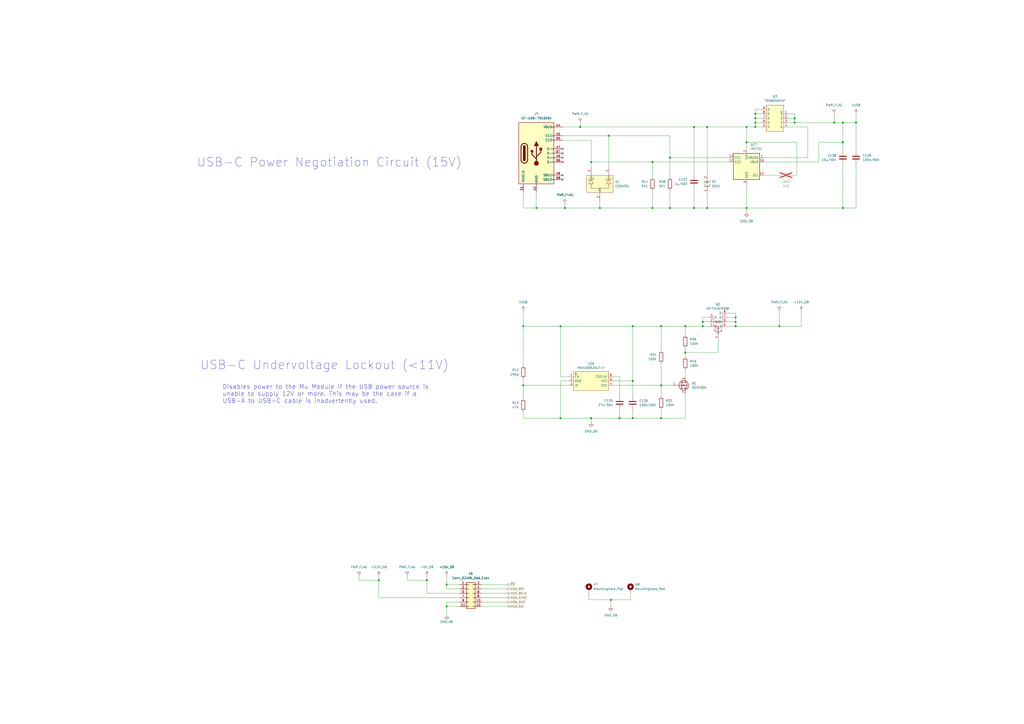
<source format=kicad_sch>
(kicad_sch
	(version 20250114)
	(generator "eeschema")
	(generator_version "9.0")
	(uuid "088acae8-b0ec-40f9-a803-81869856a080")
	(paper "A2")
	(title_block
		(title "LattePanda Mu Console")
		(date "2025-07-30")
		(rev "V1.0")
	)
	(lib_symbols
		(symbol "Connector:USB_C_Receptacle_USB2.0_16P"
			(pin_names
				(offset 1.016)
			)
			(exclude_from_sim no)
			(in_bom yes)
			(on_board yes)
			(property "Reference" "J"
				(at 0 22.225 0)
				(effects
					(font
						(size 1.27 1.27)
					)
				)
			)
			(property "Value" "USB_C_Receptacle_USB2.0_16P"
				(at 0 19.685 0)
				(effects
					(font
						(size 1.27 1.27)
					)
				)
			)
			(property "Footprint" ""
				(at 3.81 0 0)
				(effects
					(font
						(size 1.27 1.27)
					)
					(hide yes)
				)
			)
			(property "Datasheet" "https://www.usb.org/sites/default/files/documents/usb_type-c.zip"
				(at 3.81 0 0)
				(effects
					(font
						(size 1.27 1.27)
					)
					(hide yes)
				)
			)
			(property "Description" "USB 2.0-only 16P Type-C Receptacle connector"
				(at 0 0 0)
				(effects
					(font
						(size 1.27 1.27)
					)
					(hide yes)
				)
			)
			(property "ki_keywords" "usb universal serial bus type-C USB2.0"
				(at 0 0 0)
				(effects
					(font
						(size 1.27 1.27)
					)
					(hide yes)
				)
			)
			(property "ki_fp_filters" "USB*C*Receptacle*"
				(at 0 0 0)
				(effects
					(font
						(size 1.27 1.27)
					)
					(hide yes)
				)
			)
			(symbol "USB_C_Receptacle_USB2.0_16P_0_0"
				(rectangle
					(start -0.254 -17.78)
					(end 0.254 -16.764)
					(stroke
						(width 0)
						(type default)
					)
					(fill
						(type none)
					)
				)
				(rectangle
					(start 10.16 15.494)
					(end 9.144 14.986)
					(stroke
						(width 0)
						(type default)
					)
					(fill
						(type none)
					)
				)
				(rectangle
					(start 10.16 10.414)
					(end 9.144 9.906)
					(stroke
						(width 0)
						(type default)
					)
					(fill
						(type none)
					)
				)
				(rectangle
					(start 10.16 7.874)
					(end 9.144 7.366)
					(stroke
						(width 0)
						(type default)
					)
					(fill
						(type none)
					)
				)
				(rectangle
					(start 10.16 2.794)
					(end 9.144 2.286)
					(stroke
						(width 0)
						(type default)
					)
					(fill
						(type none)
					)
				)
				(rectangle
					(start 10.16 0.254)
					(end 9.144 -0.254)
					(stroke
						(width 0)
						(type default)
					)
					(fill
						(type none)
					)
				)
				(rectangle
					(start 10.16 -2.286)
					(end 9.144 -2.794)
					(stroke
						(width 0)
						(type default)
					)
					(fill
						(type none)
					)
				)
				(rectangle
					(start 10.16 -4.826)
					(end 9.144 -5.334)
					(stroke
						(width 0)
						(type default)
					)
					(fill
						(type none)
					)
				)
				(rectangle
					(start 10.16 -12.446)
					(end 9.144 -12.954)
					(stroke
						(width 0)
						(type default)
					)
					(fill
						(type none)
					)
				)
				(rectangle
					(start 10.16 -14.986)
					(end 9.144 -15.494)
					(stroke
						(width 0)
						(type default)
					)
					(fill
						(type none)
					)
				)
			)
			(symbol "USB_C_Receptacle_USB2.0_16P_0_1"
				(rectangle
					(start -10.16 17.78)
					(end 10.16 -17.78)
					(stroke
						(width 0.254)
						(type default)
					)
					(fill
						(type background)
					)
				)
				(polyline
					(pts
						(xy -8.89 -3.81) (xy -8.89 3.81)
					)
					(stroke
						(width 0.508)
						(type default)
					)
					(fill
						(type none)
					)
				)
				(rectangle
					(start -7.62 -3.81)
					(end -6.35 3.81)
					(stroke
						(width 0.254)
						(type default)
					)
					(fill
						(type outline)
					)
				)
				(arc
					(start -7.62 3.81)
					(mid -6.985 4.4423)
					(end -6.35 3.81)
					(stroke
						(width 0.254)
						(type default)
					)
					(fill
						(type none)
					)
				)
				(arc
					(start -7.62 3.81)
					(mid -6.985 4.4423)
					(end -6.35 3.81)
					(stroke
						(width 0.254)
						(type default)
					)
					(fill
						(type outline)
					)
				)
				(arc
					(start -8.89 3.81)
					(mid -6.985 5.7067)
					(end -5.08 3.81)
					(stroke
						(width 0.508)
						(type default)
					)
					(fill
						(type none)
					)
				)
				(arc
					(start -5.08 -3.81)
					(mid -6.985 -5.7067)
					(end -8.89 -3.81)
					(stroke
						(width 0.508)
						(type default)
					)
					(fill
						(type none)
					)
				)
				(arc
					(start -6.35 -3.81)
					(mid -6.985 -4.4423)
					(end -7.62 -3.81)
					(stroke
						(width 0.254)
						(type default)
					)
					(fill
						(type none)
					)
				)
				(arc
					(start -6.35 -3.81)
					(mid -6.985 -4.4423)
					(end -7.62 -3.81)
					(stroke
						(width 0.254)
						(type default)
					)
					(fill
						(type outline)
					)
				)
				(polyline
					(pts
						(xy -5.08 3.81) (xy -5.08 -3.81)
					)
					(stroke
						(width 0.508)
						(type default)
					)
					(fill
						(type none)
					)
				)
				(circle
					(center -2.54 1.143)
					(radius 0.635)
					(stroke
						(width 0.254)
						(type default)
					)
					(fill
						(type outline)
					)
				)
				(polyline
					(pts
						(xy -1.27 4.318) (xy 0 6.858) (xy 1.27 4.318) (xy -1.27 4.318)
					)
					(stroke
						(width 0.254)
						(type default)
					)
					(fill
						(type outline)
					)
				)
				(polyline
					(pts
						(xy 0 -2.032) (xy 2.54 0.508) (xy 2.54 1.778)
					)
					(stroke
						(width 0.508)
						(type default)
					)
					(fill
						(type none)
					)
				)
				(polyline
					(pts
						(xy 0 -3.302) (xy -2.54 -0.762) (xy -2.54 0.508)
					)
					(stroke
						(width 0.508)
						(type default)
					)
					(fill
						(type none)
					)
				)
				(polyline
					(pts
						(xy 0 -5.842) (xy 0 4.318)
					)
					(stroke
						(width 0.508)
						(type default)
					)
					(fill
						(type none)
					)
				)
				(circle
					(center 0 -5.842)
					(radius 1.27)
					(stroke
						(width 0)
						(type default)
					)
					(fill
						(type outline)
					)
				)
				(rectangle
					(start 1.905 1.778)
					(end 3.175 3.048)
					(stroke
						(width 0.254)
						(type default)
					)
					(fill
						(type outline)
					)
				)
			)
			(symbol "USB_C_Receptacle_USB2.0_16P_1_1"
				(pin passive line
					(at -7.62 -22.86 90)
					(length 5.08)
					(name "SHIELD"
						(effects
							(font
								(size 1.27 1.27)
							)
						)
					)
					(number "S1"
						(effects
							(font
								(size 1.27 1.27)
							)
						)
					)
				)
				(pin passive line
					(at 0 -22.86 90)
					(length 5.08)
					(name "GND"
						(effects
							(font
								(size 1.27 1.27)
							)
						)
					)
					(number "A1"
						(effects
							(font
								(size 1.27 1.27)
							)
						)
					)
				)
				(pin passive line
					(at 0 -22.86 90)
					(length 5.08)
					(hide yes)
					(name "GND"
						(effects
							(font
								(size 1.27 1.27)
							)
						)
					)
					(number "A12"
						(effects
							(font
								(size 1.27 1.27)
							)
						)
					)
				)
				(pin passive line
					(at 0 -22.86 90)
					(length 5.08)
					(hide yes)
					(name "GND"
						(effects
							(font
								(size 1.27 1.27)
							)
						)
					)
					(number "B1"
						(effects
							(font
								(size 1.27 1.27)
							)
						)
					)
				)
				(pin passive line
					(at 0 -22.86 90)
					(length 5.08)
					(hide yes)
					(name "GND"
						(effects
							(font
								(size 1.27 1.27)
							)
						)
					)
					(number "B12"
						(effects
							(font
								(size 1.27 1.27)
							)
						)
					)
				)
				(pin passive line
					(at 15.24 15.24 180)
					(length 5.08)
					(name "VBUS"
						(effects
							(font
								(size 1.27 1.27)
							)
						)
					)
					(number "A4"
						(effects
							(font
								(size 1.27 1.27)
							)
						)
					)
				)
				(pin passive line
					(at 15.24 15.24 180)
					(length 5.08)
					(hide yes)
					(name "VBUS"
						(effects
							(font
								(size 1.27 1.27)
							)
						)
					)
					(number "A9"
						(effects
							(font
								(size 1.27 1.27)
							)
						)
					)
				)
				(pin passive line
					(at 15.24 15.24 180)
					(length 5.08)
					(hide yes)
					(name "VBUS"
						(effects
							(font
								(size 1.27 1.27)
							)
						)
					)
					(number "B4"
						(effects
							(font
								(size 1.27 1.27)
							)
						)
					)
				)
				(pin passive line
					(at 15.24 15.24 180)
					(length 5.08)
					(hide yes)
					(name "VBUS"
						(effects
							(font
								(size 1.27 1.27)
							)
						)
					)
					(number "B9"
						(effects
							(font
								(size 1.27 1.27)
							)
						)
					)
				)
				(pin bidirectional line
					(at 15.24 10.16 180)
					(length 5.08)
					(name "CC1"
						(effects
							(font
								(size 1.27 1.27)
							)
						)
					)
					(number "A5"
						(effects
							(font
								(size 1.27 1.27)
							)
						)
					)
				)
				(pin bidirectional line
					(at 15.24 7.62 180)
					(length 5.08)
					(name "CC2"
						(effects
							(font
								(size 1.27 1.27)
							)
						)
					)
					(number "B5"
						(effects
							(font
								(size 1.27 1.27)
							)
						)
					)
				)
				(pin bidirectional line
					(at 15.24 2.54 180)
					(length 5.08)
					(name "D-"
						(effects
							(font
								(size 1.27 1.27)
							)
						)
					)
					(number "A7"
						(effects
							(font
								(size 1.27 1.27)
							)
						)
					)
				)
				(pin bidirectional line
					(at 15.24 0 180)
					(length 5.08)
					(name "D-"
						(effects
							(font
								(size 1.27 1.27)
							)
						)
					)
					(number "B7"
						(effects
							(font
								(size 1.27 1.27)
							)
						)
					)
				)
				(pin bidirectional line
					(at 15.24 -2.54 180)
					(length 5.08)
					(name "D+"
						(effects
							(font
								(size 1.27 1.27)
							)
						)
					)
					(number "A6"
						(effects
							(font
								(size 1.27 1.27)
							)
						)
					)
				)
				(pin bidirectional line
					(at 15.24 -5.08 180)
					(length 5.08)
					(name "D+"
						(effects
							(font
								(size 1.27 1.27)
							)
						)
					)
					(number "B6"
						(effects
							(font
								(size 1.27 1.27)
							)
						)
					)
				)
				(pin bidirectional line
					(at 15.24 -12.7 180)
					(length 5.08)
					(name "SBU1"
						(effects
							(font
								(size 1.27 1.27)
							)
						)
					)
					(number "A8"
						(effects
							(font
								(size 1.27 1.27)
							)
						)
					)
				)
				(pin bidirectional line
					(at 15.24 -15.24 180)
					(length 5.08)
					(name "SBU2"
						(effects
							(font
								(size 1.27 1.27)
							)
						)
					)
					(number "B8"
						(effects
							(font
								(size 1.27 1.27)
							)
						)
					)
				)
			)
			(embedded_fonts no)
		)
		(symbol "Connector_Generic:Conn_02x06_Odd_Even"
			(pin_names
				(offset 1.016)
				(hide yes)
			)
			(exclude_from_sim no)
			(in_bom yes)
			(on_board yes)
			(property "Reference" "J"
				(at 1.27 7.62 0)
				(effects
					(font
						(size 1.27 1.27)
					)
				)
			)
			(property "Value" "Conn_02x06_Odd_Even"
				(at 1.27 -10.16 0)
				(effects
					(font
						(size 1.27 1.27)
					)
				)
			)
			(property "Footprint" ""
				(at 0 0 0)
				(effects
					(font
						(size 1.27 1.27)
					)
					(hide yes)
				)
			)
			(property "Datasheet" "~"
				(at 0 0 0)
				(effects
					(font
						(size 1.27 1.27)
					)
					(hide yes)
				)
			)
			(property "Description" "Generic connector, double row, 02x06, odd/even pin numbering scheme (row 1 odd numbers, row 2 even numbers), script generated (kicad-library-utils/schlib/autogen/connector/)"
				(at 0 0 0)
				(effects
					(font
						(size 1.27 1.27)
					)
					(hide yes)
				)
			)
			(property "ki_keywords" "connector"
				(at 0 0 0)
				(effects
					(font
						(size 1.27 1.27)
					)
					(hide yes)
				)
			)
			(property "ki_fp_filters" "Connector*:*_2x??_*"
				(at 0 0 0)
				(effects
					(font
						(size 1.27 1.27)
					)
					(hide yes)
				)
			)
			(symbol "Conn_02x06_Odd_Even_1_1"
				(rectangle
					(start -1.27 6.35)
					(end 3.81 -8.89)
					(stroke
						(width 0.254)
						(type default)
					)
					(fill
						(type background)
					)
				)
				(rectangle
					(start -1.27 5.207)
					(end 0 4.953)
					(stroke
						(width 0.1524)
						(type default)
					)
					(fill
						(type none)
					)
				)
				(rectangle
					(start -1.27 2.667)
					(end 0 2.413)
					(stroke
						(width 0.1524)
						(type default)
					)
					(fill
						(type none)
					)
				)
				(rectangle
					(start -1.27 0.127)
					(end 0 -0.127)
					(stroke
						(width 0.1524)
						(type default)
					)
					(fill
						(type none)
					)
				)
				(rectangle
					(start -1.27 -2.413)
					(end 0 -2.667)
					(stroke
						(width 0.1524)
						(type default)
					)
					(fill
						(type none)
					)
				)
				(rectangle
					(start -1.27 -4.953)
					(end 0 -5.207)
					(stroke
						(width 0.1524)
						(type default)
					)
					(fill
						(type none)
					)
				)
				(rectangle
					(start -1.27 -7.493)
					(end 0 -7.747)
					(stroke
						(width 0.1524)
						(type default)
					)
					(fill
						(type none)
					)
				)
				(rectangle
					(start 3.81 5.207)
					(end 2.54 4.953)
					(stroke
						(width 0.1524)
						(type default)
					)
					(fill
						(type none)
					)
				)
				(rectangle
					(start 3.81 2.667)
					(end 2.54 2.413)
					(stroke
						(width 0.1524)
						(type default)
					)
					(fill
						(type none)
					)
				)
				(rectangle
					(start 3.81 0.127)
					(end 2.54 -0.127)
					(stroke
						(width 0.1524)
						(type default)
					)
					(fill
						(type none)
					)
				)
				(rectangle
					(start 3.81 -2.413)
					(end 2.54 -2.667)
					(stroke
						(width 0.1524)
						(type default)
					)
					(fill
						(type none)
					)
				)
				(rectangle
					(start 3.81 -4.953)
					(end 2.54 -5.207)
					(stroke
						(width 0.1524)
						(type default)
					)
					(fill
						(type none)
					)
				)
				(rectangle
					(start 3.81 -7.493)
					(end 2.54 -7.747)
					(stroke
						(width 0.1524)
						(type default)
					)
					(fill
						(type none)
					)
				)
				(pin passive line
					(at -5.08 5.08 0)
					(length 3.81)
					(name "Pin_1"
						(effects
							(font
								(size 1.27 1.27)
							)
						)
					)
					(number "1"
						(effects
							(font
								(size 1.27 1.27)
							)
						)
					)
				)
				(pin passive line
					(at -5.08 2.54 0)
					(length 3.81)
					(name "Pin_3"
						(effects
							(font
								(size 1.27 1.27)
							)
						)
					)
					(number "3"
						(effects
							(font
								(size 1.27 1.27)
							)
						)
					)
				)
				(pin passive line
					(at -5.08 0 0)
					(length 3.81)
					(name "Pin_5"
						(effects
							(font
								(size 1.27 1.27)
							)
						)
					)
					(number "5"
						(effects
							(font
								(size 1.27 1.27)
							)
						)
					)
				)
				(pin passive line
					(at -5.08 -2.54 0)
					(length 3.81)
					(name "Pin_7"
						(effects
							(font
								(size 1.27 1.27)
							)
						)
					)
					(number "7"
						(effects
							(font
								(size 1.27 1.27)
							)
						)
					)
				)
				(pin passive line
					(at -5.08 -5.08 0)
					(length 3.81)
					(name "Pin_9"
						(effects
							(font
								(size 1.27 1.27)
							)
						)
					)
					(number "9"
						(effects
							(font
								(size 1.27 1.27)
							)
						)
					)
				)
				(pin passive line
					(at -5.08 -7.62 0)
					(length 3.81)
					(name "Pin_11"
						(effects
							(font
								(size 1.27 1.27)
							)
						)
					)
					(number "11"
						(effects
							(font
								(size 1.27 1.27)
							)
						)
					)
				)
				(pin passive line
					(at 7.62 5.08 180)
					(length 3.81)
					(name "Pin_2"
						(effects
							(font
								(size 1.27 1.27)
							)
						)
					)
					(number "2"
						(effects
							(font
								(size 1.27 1.27)
							)
						)
					)
				)
				(pin passive line
					(at 7.62 2.54 180)
					(length 3.81)
					(name "Pin_4"
						(effects
							(font
								(size 1.27 1.27)
							)
						)
					)
					(number "4"
						(effects
							(font
								(size 1.27 1.27)
							)
						)
					)
				)
				(pin passive line
					(at 7.62 0 180)
					(length 3.81)
					(name "Pin_6"
						(effects
							(font
								(size 1.27 1.27)
							)
						)
					)
					(number "6"
						(effects
							(font
								(size 1.27 1.27)
							)
						)
					)
				)
				(pin passive line
					(at 7.62 -2.54 180)
					(length 3.81)
					(name "Pin_8"
						(effects
							(font
								(size 1.27 1.27)
							)
						)
					)
					(number "8"
						(effects
							(font
								(size 1.27 1.27)
							)
						)
					)
				)
				(pin passive line
					(at 7.62 -5.08 180)
					(length 3.81)
					(name "Pin_10"
						(effects
							(font
								(size 1.27 1.27)
							)
						)
					)
					(number "10"
						(effects
							(font
								(size 1.27 1.27)
							)
						)
					)
				)
				(pin passive line
					(at 7.62 -7.62 180)
					(length 3.81)
					(name "Pin_12"
						(effects
							(font
								(size 1.27 1.27)
							)
						)
					)
					(number "12"
						(effects
							(font
								(size 1.27 1.27)
							)
						)
					)
				)
			)
			(embedded_fonts no)
		)
		(symbol "Device:C"
			(pin_numbers
				(hide yes)
			)
			(pin_names
				(offset 0.254)
			)
			(exclude_from_sim no)
			(in_bom yes)
			(on_board yes)
			(property "Reference" "C"
				(at 0.635 2.54 0)
				(effects
					(font
						(size 1.27 1.27)
					)
					(justify left)
				)
			)
			(property "Value" "C"
				(at 0.635 -2.54 0)
				(effects
					(font
						(size 1.27 1.27)
					)
					(justify left)
				)
			)
			(property "Footprint" ""
				(at 0.9652 -3.81 0)
				(effects
					(font
						(size 1.27 1.27)
					)
					(hide yes)
				)
			)
			(property "Datasheet" "~"
				(at 0 0 0)
				(effects
					(font
						(size 1.27 1.27)
					)
					(hide yes)
				)
			)
			(property "Description" "Unpolarized capacitor"
				(at 0 0 0)
				(effects
					(font
						(size 1.27 1.27)
					)
					(hide yes)
				)
			)
			(property "ki_keywords" "cap capacitor"
				(at 0 0 0)
				(effects
					(font
						(size 1.27 1.27)
					)
					(hide yes)
				)
			)
			(property "ki_fp_filters" "C_*"
				(at 0 0 0)
				(effects
					(font
						(size 1.27 1.27)
					)
					(hide yes)
				)
			)
			(symbol "C_0_1"
				(polyline
					(pts
						(xy -2.032 0.762) (xy 2.032 0.762)
					)
					(stroke
						(width 0.508)
						(type default)
					)
					(fill
						(type none)
					)
				)
				(polyline
					(pts
						(xy -2.032 -0.762) (xy 2.032 -0.762)
					)
					(stroke
						(width 0.508)
						(type default)
					)
					(fill
						(type none)
					)
				)
			)
			(symbol "C_1_1"
				(pin passive line
					(at 0 3.81 270)
					(length 2.794)
					(name "~"
						(effects
							(font
								(size 1.27 1.27)
							)
						)
					)
					(number "1"
						(effects
							(font
								(size 1.27 1.27)
							)
						)
					)
				)
				(pin passive line
					(at 0 -3.81 90)
					(length 2.794)
					(name "~"
						(effects
							(font
								(size 1.27 1.27)
							)
						)
					)
					(number "2"
						(effects
							(font
								(size 1.27 1.27)
							)
						)
					)
				)
			)
			(embedded_fonts no)
		)
		(symbol "Device:R"
			(pin_numbers
				(hide yes)
			)
			(pin_names
				(offset 0)
			)
			(exclude_from_sim no)
			(in_bom yes)
			(on_board yes)
			(property "Reference" "R"
				(at 2.032 0 90)
				(effects
					(font
						(size 1.27 1.27)
					)
				)
			)
			(property "Value" "R"
				(at 0 0 90)
				(effects
					(font
						(size 1.27 1.27)
					)
				)
			)
			(property "Footprint" ""
				(at -1.778 0 90)
				(effects
					(font
						(size 1.27 1.27)
					)
					(hide yes)
				)
			)
			(property "Datasheet" "~"
				(at 0 0 0)
				(effects
					(font
						(size 1.27 1.27)
					)
					(hide yes)
				)
			)
			(property "Description" "Resistor"
				(at 0 0 0)
				(effects
					(font
						(size 1.27 1.27)
					)
					(hide yes)
				)
			)
			(property "ki_keywords" "R res resistor"
				(at 0 0 0)
				(effects
					(font
						(size 1.27 1.27)
					)
					(hide yes)
				)
			)
			(property "ki_fp_filters" "R_*"
				(at 0 0 0)
				(effects
					(font
						(size 1.27 1.27)
					)
					(hide yes)
				)
			)
			(symbol "R_0_1"
				(rectangle
					(start -1.016 -2.54)
					(end 1.016 2.54)
					(stroke
						(width 0.254)
						(type default)
					)
					(fill
						(type none)
					)
				)
			)
			(symbol "R_1_1"
				(pin passive line
					(at 0 3.81 270)
					(length 1.27)
					(name "~"
						(effects
							(font
								(size 1.27 1.27)
							)
						)
					)
					(number "1"
						(effects
							(font
								(size 1.27 1.27)
							)
						)
					)
				)
				(pin passive line
					(at 0 -3.81 90)
					(length 1.27)
					(name "~"
						(effects
							(font
								(size 1.27 1.27)
							)
						)
					)
					(number "2"
						(effects
							(font
								(size 1.27 1.27)
							)
						)
					)
				)
			)
			(embedded_fonts no)
		)
		(symbol "Interface_USB:IP2721"
			(exclude_from_sim no)
			(in_bom yes)
			(on_board yes)
			(property "Reference" "U"
				(at 5.08 -10.16 0)
				(effects
					(font
						(size 1.27 1.27)
					)
				)
			)
			(property "Value" "IP2721"
				(at 7.62 -12.7 0)
				(effects
					(font
						(size 1.27 1.27)
					)
				)
			)
			(property "Footprint" "Package_SO:TSSOP-16_4.4x5mm_P0.65mm"
				(at 0 -20.32 0)
				(effects
					(font
						(size 1.27 1.27)
					)
					(hide yes)
				)
			)
			(property "Datasheet" "https://datasheet.lcsc.com/lcsc/2006111335_INJOINIC-IP2721_C603176.pdf"
				(at 0 0 0)
				(effects
					(font
						(size 1.27 1.27)
					)
					(hide yes)
				)
			)
			(property "Description" "USB TYPEC  PD Controller Interface, TSSOP-16"
				(at 0 0 0)
				(effects
					(font
						(size 1.27 1.27)
					)
					(hide yes)
				)
			)
			(property "ki_keywords" "USB TYPEC PD"
				(at 0 0 0)
				(effects
					(font
						(size 1.27 1.27)
					)
					(hide yes)
				)
			)
			(property "ki_fp_filters" "TSSOP*16*4.4x5mm*P0.65mm*"
				(at 0 0 0)
				(effects
					(font
						(size 1.27 1.27)
					)
					(hide yes)
				)
			)
			(symbol "IP2721_0_1"
				(rectangle
					(start -7.62 7.62)
					(end 7.62 -7.62)
					(stroke
						(width 0.254)
						(type default)
					)
					(fill
						(type background)
					)
				)
			)
			(symbol "IP2721_1_1"
				(pin bidirectional line
					(at -10.16 5.08 0)
					(length 2.54)
					(name "CC1"
						(effects
							(font
								(size 1.27 1.27)
							)
						)
					)
					(number "13"
						(effects
							(font
								(size 1.27 1.27)
							)
						)
					)
				)
				(pin bidirectional line
					(at -10.16 2.54 0)
					(length 2.54)
					(name "CC2"
						(effects
							(font
								(size 1.27 1.27)
							)
						)
					)
					(number "12"
						(effects
							(font
								(size 1.27 1.27)
							)
						)
					)
				)
				(pin no_connect line
					(at -7.62 -2.54 0)
					(length 2.54)
					(hide yes)
					(name "NC"
						(effects
							(font
								(size 1.27 1.27)
							)
						)
					)
					(number "4"
						(effects
							(font
								(size 1.27 1.27)
							)
						)
					)
				)
				(pin no_connect line
					(at -5.08 7.62 270)
					(length 2.54)
					(hide yes)
					(name "NC"
						(effects
							(font
								(size 1.27 1.27)
							)
						)
					)
					(number "3"
						(effects
							(font
								(size 1.27 1.27)
							)
						)
					)
				)
				(pin no_connect line
					(at -5.08 -7.62 90)
					(length 2.54)
					(hide yes)
					(name "NC"
						(effects
							(font
								(size 1.27 1.27)
							)
						)
					)
					(number "9"
						(effects
							(font
								(size 1.27 1.27)
							)
						)
					)
				)
				(pin no_connect line
					(at -2.54 7.62 270)
					(length 2.54)
					(hide yes)
					(name "NC"
						(effects
							(font
								(size 1.27 1.27)
							)
						)
					)
					(number "6"
						(effects
							(font
								(size 1.27 1.27)
							)
						)
					)
				)
				(pin no_connect line
					(at -2.54 -7.62 90)
					(length 2.54)
					(hide yes)
					(name "NC"
						(effects
							(font
								(size 1.27 1.27)
							)
						)
					)
					(number "10"
						(effects
							(font
								(size 1.27 1.27)
							)
						)
					)
				)
				(pin power_in line
					(at 0 10.16 270)
					(length 2.54)
					(name "VIN"
						(effects
							(font
								(size 1.27 1.27)
							)
						)
					)
					(number "2"
						(effects
							(font
								(size 1.27 1.27)
							)
						)
					)
				)
				(pin power_in line
					(at 0 -10.16 90)
					(length 2.54)
					(name "GND"
						(effects
							(font
								(size 1.27 1.27)
							)
						)
					)
					(number "5"
						(effects
							(font
								(size 1.27 1.27)
							)
						)
					)
				)
				(pin no_connect line
					(at 2.54 7.62 270)
					(length 2.54)
					(hide yes)
					(name "NC"
						(effects
							(font
								(size 1.27 1.27)
							)
						)
					)
					(number "7"
						(effects
							(font
								(size 1.27 1.27)
							)
						)
					)
				)
				(pin no_connect line
					(at 2.54 -7.62 90)
					(length 2.54)
					(hide yes)
					(name "NC"
						(effects
							(font
								(size 1.27 1.27)
							)
						)
					)
					(number "14"
						(effects
							(font
								(size 1.27 1.27)
							)
						)
					)
				)
				(pin no_connect line
					(at 5.08 7.62 270)
					(length 2.54)
					(hide yes)
					(name "NC"
						(effects
							(font
								(size 1.27 1.27)
							)
						)
					)
					(number "8"
						(effects
							(font
								(size 1.27 1.27)
							)
						)
					)
				)
				(pin no_connect line
					(at 5.08 -7.62 90)
					(length 2.54)
					(hide yes)
					(name "NC"
						(effects
							(font
								(size 1.27 1.27)
							)
						)
					)
					(number "15"
						(effects
							(font
								(size 1.27 1.27)
							)
						)
					)
				)
				(pin output line
					(at 10.16 5.08 180)
					(length 2.54)
					(name "VBUSG"
						(effects
							(font
								(size 1.27 1.27)
							)
						)
					)
					(number "1"
						(effects
							(font
								(size 1.27 1.27)
							)
						)
					)
				)
				(pin input line
					(at 10.16 2.54 180)
					(length 2.54)
					(name "VBUS"
						(effects
							(font
								(size 1.27 1.27)
							)
						)
					)
					(number "16"
						(effects
							(font
								(size 1.27 1.27)
							)
						)
					)
				)
				(pin input line
					(at 10.16 -5.08 180)
					(length 2.54)
					(name "SEL"
						(effects
							(font
								(size 1.27 1.27)
							)
						)
					)
					(number "11"
						(effects
							(font
								(size 1.27 1.27)
							)
						)
					)
				)
			)
			(embedded_fonts no)
		)
		(symbol "Mechanical:MountingHole_Pad"
			(pin_numbers
				(hide yes)
			)
			(pin_names
				(offset 1.016)
				(hide yes)
			)
			(exclude_from_sim no)
			(in_bom no)
			(on_board yes)
			(property "Reference" "H"
				(at 0 6.35 0)
				(effects
					(font
						(size 1.27 1.27)
					)
				)
			)
			(property "Value" "MountingHole_Pad"
				(at 0 4.445 0)
				(effects
					(font
						(size 1.27 1.27)
					)
				)
			)
			(property "Footprint" ""
				(at 0 0 0)
				(effects
					(font
						(size 1.27 1.27)
					)
					(hide yes)
				)
			)
			(property "Datasheet" "~"
				(at 0 0 0)
				(effects
					(font
						(size 1.27 1.27)
					)
					(hide yes)
				)
			)
			(property "Description" "Mounting Hole with connection"
				(at 0 0 0)
				(effects
					(font
						(size 1.27 1.27)
					)
					(hide yes)
				)
			)
			(property "ki_keywords" "mounting hole"
				(at 0 0 0)
				(effects
					(font
						(size 1.27 1.27)
					)
					(hide yes)
				)
			)
			(property "ki_fp_filters" "MountingHole*Pad*"
				(at 0 0 0)
				(effects
					(font
						(size 1.27 1.27)
					)
					(hide yes)
				)
			)
			(symbol "MountingHole_Pad_0_1"
				(circle
					(center 0 1.27)
					(radius 1.27)
					(stroke
						(width 1.27)
						(type default)
					)
					(fill
						(type none)
					)
				)
			)
			(symbol "MountingHole_Pad_1_1"
				(pin input line
					(at 0 -2.54 90)
					(length 2.54)
					(name "1"
						(effects
							(font
								(size 1.27 1.27)
							)
						)
					)
					(number "1"
						(effects
							(font
								(size 1.27 1.27)
							)
						)
					)
				)
			)
			(embedded_fonts no)
		)
		(symbol "Transistor_FET:AO3400A"
			(pin_names
				(hide yes)
			)
			(exclude_from_sim no)
			(in_bom yes)
			(on_board yes)
			(property "Reference" "Q"
				(at 5.08 1.905 0)
				(effects
					(font
						(size 1.27 1.27)
					)
					(justify left)
				)
			)
			(property "Value" "AO3400A"
				(at 5.08 0 0)
				(effects
					(font
						(size 1.27 1.27)
					)
					(justify left)
				)
			)
			(property "Footprint" "Package_TO_SOT_SMD:SOT-23"
				(at 5.08 -1.905 0)
				(effects
					(font
						(size 1.27 1.27)
						(italic yes)
					)
					(justify left)
					(hide yes)
				)
			)
			(property "Datasheet" "http://www.aosmd.com/pdfs/datasheet/AO3400A.pdf"
				(at 5.08 -3.81 0)
				(effects
					(font
						(size 1.27 1.27)
					)
					(justify left)
					(hide yes)
				)
			)
			(property "Description" "30V Vds, 5.7A Id, N-Channel MOSFET, SOT-23"
				(at 0 0 0)
				(effects
					(font
						(size 1.27 1.27)
					)
					(hide yes)
				)
			)
			(property "ki_keywords" "N-Channel MOSFET"
				(at 0 0 0)
				(effects
					(font
						(size 1.27 1.27)
					)
					(hide yes)
				)
			)
			(property "ki_fp_filters" "SOT?23*"
				(at 0 0 0)
				(effects
					(font
						(size 1.27 1.27)
					)
					(hide yes)
				)
			)
			(symbol "AO3400A_0_1"
				(polyline
					(pts
						(xy 0.254 1.905) (xy 0.254 -1.905)
					)
					(stroke
						(width 0.254)
						(type default)
					)
					(fill
						(type none)
					)
				)
				(polyline
					(pts
						(xy 0.254 0) (xy -2.54 0)
					)
					(stroke
						(width 0)
						(type default)
					)
					(fill
						(type none)
					)
				)
				(polyline
					(pts
						(xy 0.762 2.286) (xy 0.762 1.27)
					)
					(stroke
						(width 0.254)
						(type default)
					)
					(fill
						(type none)
					)
				)
				(polyline
					(pts
						(xy 0.762 0.508) (xy 0.762 -0.508)
					)
					(stroke
						(width 0.254)
						(type default)
					)
					(fill
						(type none)
					)
				)
				(polyline
					(pts
						(xy 0.762 -1.27) (xy 0.762 -2.286)
					)
					(stroke
						(width 0.254)
						(type default)
					)
					(fill
						(type none)
					)
				)
				(polyline
					(pts
						(xy 0.762 -1.778) (xy 3.302 -1.778) (xy 3.302 1.778) (xy 0.762 1.778)
					)
					(stroke
						(width 0)
						(type default)
					)
					(fill
						(type none)
					)
				)
				(polyline
					(pts
						(xy 1.016 0) (xy 2.032 0.381) (xy 2.032 -0.381) (xy 1.016 0)
					)
					(stroke
						(width 0)
						(type default)
					)
					(fill
						(type outline)
					)
				)
				(circle
					(center 1.651 0)
					(radius 2.794)
					(stroke
						(width 0.254)
						(type default)
					)
					(fill
						(type none)
					)
				)
				(polyline
					(pts
						(xy 2.54 2.54) (xy 2.54 1.778)
					)
					(stroke
						(width 0)
						(type default)
					)
					(fill
						(type none)
					)
				)
				(circle
					(center 2.54 1.778)
					(radius 0.254)
					(stroke
						(width 0)
						(type default)
					)
					(fill
						(type outline)
					)
				)
				(circle
					(center 2.54 -1.778)
					(radius 0.254)
					(stroke
						(width 0)
						(type default)
					)
					(fill
						(type outline)
					)
				)
				(polyline
					(pts
						(xy 2.54 -2.54) (xy 2.54 0) (xy 0.762 0)
					)
					(stroke
						(width 0)
						(type default)
					)
					(fill
						(type none)
					)
				)
				(polyline
					(pts
						(xy 2.794 0.508) (xy 2.921 0.381) (xy 3.683 0.381) (xy 3.81 0.254)
					)
					(stroke
						(width 0)
						(type default)
					)
					(fill
						(type none)
					)
				)
				(polyline
					(pts
						(xy 3.302 0.381) (xy 2.921 -0.254) (xy 3.683 -0.254) (xy 3.302 0.381)
					)
					(stroke
						(width 0)
						(type default)
					)
					(fill
						(type none)
					)
				)
			)
			(symbol "AO3400A_1_1"
				(pin input line
					(at -5.08 0 0)
					(length 2.54)
					(name "G"
						(effects
							(font
								(size 1.27 1.27)
							)
						)
					)
					(number "1"
						(effects
							(font
								(size 1.27 1.27)
							)
						)
					)
				)
				(pin passive line
					(at 2.54 5.08 270)
					(length 2.54)
					(name "D"
						(effects
							(font
								(size 1.27 1.27)
							)
						)
					)
					(number "3"
						(effects
							(font
								(size 1.27 1.27)
							)
						)
					)
				)
				(pin passive line
					(at 2.54 -5.08 90)
					(length 2.54)
					(name "S"
						(effects
							(font
								(size 1.27 1.27)
							)
						)
					)
					(number "2"
						(effects
							(font
								(size 1.27 1.27)
							)
						)
					)
				)
			)
			(embedded_fonts no)
		)
		(symbol "easyeda2kicad:AO4407_C5224298"
			(exclude_from_sim no)
			(in_bom yes)
			(on_board yes)
			(property "Reference" "Q"
				(at 0 10.16 0)
				(effects
					(font
						(size 1.27 1.27)
					)
				)
			)
			(property "Value" "AO4407"
				(at 0 -10.16 0)
				(effects
					(font
						(size 1.27 1.27)
					)
				)
			)
			(property "Footprint" "easyeda2kicad:SOIC-8_L4.9-W3.8-P1.27-LS6.0-BL"
				(at 0 -12.7 0)
				(effects
					(font
						(size 1.27 1.27)
					)
					(hide yes)
				)
			)
			(property "Datasheet" ""
				(at 0 0 0)
				(effects
					(font
						(size 1.27 1.27)
					)
					(hide yes)
				)
			)
			(property "Description" ""
				(at 0 0 0)
				(effects
					(font
						(size 1.27 1.27)
					)
					(hide yes)
				)
			)
			(property "LCSC Part" "C5224298"
				(at 0 -15.24 0)
				(effects
					(font
						(size 1.27 1.27)
					)
					(hide yes)
				)
			)
			(symbol "AO4407_C5224298_0_1"
				(polyline
					(pts
						(xy -5.08 0) (xy -3.05 0)
					)
					(stroke
						(width 0)
						(type default)
					)
					(fill
						(type none)
					)
				)
				(polyline
					(pts
						(xy -3.05 2.29) (xy -3.05 -2.29)
					)
					(stroke
						(width 0)
						(type default)
					)
					(fill
						(type none)
					)
				)
				(polyline
					(pts
						(xy -2.54 1.27) (xy -2.54 2.29)
					)
					(stroke
						(width 0)
						(type default)
					)
					(fill
						(type none)
					)
				)
				(polyline
					(pts
						(xy -2.54 0) (xy 0 0) (xy 0 -2.54)
					)
					(stroke
						(width 0)
						(type default)
					)
					(fill
						(type none)
					)
				)
				(polyline
					(pts
						(xy -2.54 -0.51) (xy -2.54 0.51)
					)
					(stroke
						(width 0)
						(type default)
					)
					(fill
						(type none)
					)
				)
				(polyline
					(pts
						(xy -2.54 -2.29) (xy -2.54 -1.27)
					)
					(stroke
						(width 0)
						(type default)
					)
					(fill
						(type none)
					)
				)
				(polyline
					(pts
						(xy 0 1.78) (xy -2.54 1.78)
					)
					(stroke
						(width 0)
						(type default)
					)
					(fill
						(type none)
					)
				)
				(polyline
					(pts
						(xy 0 1.78) (xy 0 2.54) (xy 7.62 2.54) (xy 2.54 2.54) (xy 2.54 0)
					)
					(stroke
						(width 0)
						(type default)
					)
					(fill
						(type none)
					)
				)
				(polyline
					(pts
						(xy 0 0) (xy -1.52 0.51) (xy -1.52 -0.51) (xy 0 0)
					)
					(stroke
						(width 0)
						(type default)
					)
					(fill
						(type background)
					)
				)
				(polyline
					(pts
						(xy 0 -1.78) (xy -2.54 -1.78)
					)
					(stroke
						(width 0)
						(type default)
					)
					(fill
						(type none)
					)
				)
				(polyline
					(pts
						(xy 0 -2.54) (xy 5.08 -2.54) (xy 2.54 -2.54) (xy 2.54 -0.51)
					)
					(stroke
						(width 0)
						(type default)
					)
					(fill
						(type none)
					)
				)
				(polyline
					(pts
						(xy 1.78 -0.76) (xy 2.03 -0.76) (xy 3.05 -0.76) (xy 3.3 -0.76)
					)
					(stroke
						(width 0)
						(type default)
					)
					(fill
						(type none)
					)
				)
				(polyline
					(pts
						(xy 2.54 -0.76) (xy 1.78 0.51) (xy 3.3 0.51) (xy 2.54 -0.76)
					)
					(stroke
						(width 0)
						(type default)
					)
					(fill
						(type background)
					)
				)
				(pin unspecified line
					(at -7.62 0 0)
					(length 2.54)
					(name "G"
						(effects
							(font
								(size 1.27 1.27)
							)
						)
					)
					(number "4"
						(effects
							(font
								(size 1.27 1.27)
							)
						)
					)
				)
				(pin unspecified line
					(at 0 5.08 270)
					(length 2.54)
					(name "D"
						(effects
							(font
								(size 1.27 1.27)
							)
						)
					)
					(number "5"
						(effects
							(font
								(size 1.27 1.27)
							)
						)
					)
				)
				(pin unspecified line
					(at 0 -5.08 90)
					(length 2.54)
					(name "S"
						(effects
							(font
								(size 1.27 1.27)
							)
						)
					)
					(number "1"
						(effects
							(font
								(size 1.27 1.27)
							)
						)
					)
				)
				(pin unspecified line
					(at 2.54 5.08 270)
					(length 2.54)
					(name "D"
						(effects
							(font
								(size 1.27 1.27)
							)
						)
					)
					(number "6"
						(effects
							(font
								(size 1.27 1.27)
							)
						)
					)
				)
				(pin unspecified line
					(at 2.54 -5.08 90)
					(length 2.54)
					(name "S"
						(effects
							(font
								(size 1.27 1.27)
							)
						)
					)
					(number "2"
						(effects
							(font
								(size 1.27 1.27)
							)
						)
					)
				)
				(pin unspecified line
					(at 5.08 5.08 270)
					(length 2.54)
					(name "D"
						(effects
							(font
								(size 1.27 1.27)
							)
						)
					)
					(number "7"
						(effects
							(font
								(size 1.27 1.27)
							)
						)
					)
				)
				(pin unspecified line
					(at 5.08 -5.08 90)
					(length 2.54)
					(name "S"
						(effects
							(font
								(size 1.27 1.27)
							)
						)
					)
					(number "3"
						(effects
							(font
								(size 1.27 1.27)
							)
						)
					)
				)
				(pin unspecified line
					(at 7.62 5.08 270)
					(length 2.54)
					(name "D"
						(effects
							(font
								(size 1.27 1.27)
							)
						)
					)
					(number "8"
						(effects
							(font
								(size 1.27 1.27)
							)
						)
					)
				)
			)
			(embedded_fonts no)
		)
		(symbol "easyeda2kicad:ESDA25L"
			(exclude_from_sim no)
			(in_bom yes)
			(on_board yes)
			(property "Reference" "D"
				(at 0 10.16 0)
				(effects
					(font
						(size 1.27 1.27)
					)
				)
			)
			(property "Value" "ESDA25L"
				(at 0 -10.16 0)
				(effects
					(font
						(size 1.27 1.27)
					)
				)
			)
			(property "Footprint" "easyeda2kicad:SOT-23-3_L2.9-W1.3-P1.90-LS2.4-BR"
				(at 0 -12.7 0)
				(effects
					(font
						(size 1.27 1.27)
					)
					(hide yes)
				)
			)
			(property "Datasheet" "https://lcsc.com/product-detail/Diodes-ESD_STMicroelectronics_ESDA25L_ESDA25L_C95343.html"
				(at 0 -15.24 0)
				(effects
					(font
						(size 1.27 1.27)
					)
					(hide yes)
				)
			)
			(property "Description" ""
				(at 0 0 0)
				(effects
					(font
						(size 1.27 1.27)
					)
					(hide yes)
				)
			)
			(property "LCSC Part" "C95343"
				(at 0 -17.78 0)
				(effects
					(font
						(size 1.27 1.27)
					)
					(hide yes)
				)
			)
			(symbol "ESDA25L_0_1"
				(rectangle
					(start -5.08 7.62)
					(end 4.83 -7.62)
					(stroke
						(width 0)
						(type default)
					)
					(fill
						(type background)
					)
				)
				(polyline
					(pts
						(xy -5.08 5.08) (xy -2.54 5.08)
					)
					(stroke
						(width 0)
						(type default)
					)
					(fill
						(type none)
					)
				)
				(polyline
					(pts
						(xy -5.08 -5.08) (xy -2.54 -5.08)
					)
					(stroke
						(width 0)
						(type default)
					)
					(fill
						(type none)
					)
				)
				(polyline
					(pts
						(xy -3.05 6.1) (xy -3.05 6.6) (xy -2.54 6.6) (xy -2.54 3.56) (xy -2.03 3.56) (xy -2.03 4.06)
					)
					(stroke
						(width 0)
						(type default)
					)
					(fill
						(type none)
					)
				)
				(polyline
					(pts
						(xy -3.05 -4.06) (xy -3.05 -3.56) (xy -2.54 -3.56) (xy -2.54 -6.6) (xy -2.03 -6.6) (xy -2.03 -6.1)
					)
					(stroke
						(width 0)
						(type default)
					)
					(fill
						(type none)
					)
				)
				(polyline
					(pts
						(xy 0 6.35) (xy -2.54 5.08) (xy 0 3.81) (xy 0 6.35)
					)
					(stroke
						(width 0)
						(type default)
					)
					(fill
						(type background)
					)
				)
				(polyline
					(pts
						(xy 0 5.08) (xy 2.54 5.08) (xy 2.54 -5.08) (xy 0 -5.08)
					)
					(stroke
						(width 0)
						(type default)
					)
					(fill
						(type none)
					)
				)
				(polyline
					(pts
						(xy 0 -3.81) (xy -2.54 -5.08) (xy 0 -6.35) (xy 0 -3.81)
					)
					(stroke
						(width 0)
						(type default)
					)
					(fill
						(type background)
					)
				)
				(circle
					(center 2.54 0)
					(radius 0.25)
					(stroke
						(width 0)
						(type default)
					)
					(fill
						(type none)
					)
				)
				(polyline
					(pts
						(xy 5.08 0) (xy 2.54 0)
					)
					(stroke
						(width 0)
						(type default)
					)
					(fill
						(type none)
					)
				)
				(pin input line
					(at -10.16 5.08 0)
					(length 5.08)
					(name "1"
						(effects
							(font
								(size 1.27 1.27)
							)
						)
					)
					(number "1"
						(effects
							(font
								(size 1.27 1.27)
							)
						)
					)
				)
				(pin input line
					(at -10.16 -5.08 0)
					(length 5.08)
					(name "2"
						(effects
							(font
								(size 1.27 1.27)
							)
						)
					)
					(number "2"
						(effects
							(font
								(size 1.27 1.27)
							)
						)
					)
				)
				(pin input line
					(at 10.16 0 180)
					(length 5.08)
					(name "3"
						(effects
							(font
								(size 1.27 1.27)
							)
						)
					)
					(number "3"
						(effects
							(font
								(size 1.27 1.27)
							)
						)
					)
				)
			)
			(embedded_fonts no)
		)
		(symbol "easyeda2kicad:MAX16052AUT+T"
			(exclude_from_sim no)
			(in_bom yes)
			(on_board yes)
			(property "Reference" "U"
				(at 0 7.62 0)
				(effects
					(font
						(size 1.27 1.27)
					)
				)
			)
			(property "Value" "MAX16052AUT+T"
				(at 0 -7.62 0)
				(effects
					(font
						(size 1.27 1.27)
					)
				)
			)
			(property "Footprint" "easyeda2kicad:SOT-23-6_L2.9-W1.6-P0.95-LS2.8-BL"
				(at 0 -10.16 0)
				(effects
					(font
						(size 1.27 1.27)
					)
					(hide yes)
				)
			)
			(property "Datasheet" "https://lcsc.com/product-detail/PMIC-Supervisors_MAXIM_MAX16052AUT-T_MAX16052AUT-T_C143366.html"
				(at 0 -12.7 0)
				(effects
					(font
						(size 1.27 1.27)
					)
					(hide yes)
				)
			)
			(property "Description" ""
				(at 0 0 0)
				(effects
					(font
						(size 1.27 1.27)
					)
					(hide yes)
				)
			)
			(property "LCSC Part" "C143366"
				(at 0 -15.24 0)
				(effects
					(font
						(size 1.27 1.27)
					)
					(hide yes)
				)
			)
			(symbol "MAX16052AUT+T_0_1"
				(rectangle
					(start -10.16 5.59)
					(end 10.16 -5.59)
					(stroke
						(width 0)
						(type default)
					)
					(fill
						(type background)
					)
				)
				(circle
					(center -8.89 4.32)
					(radius 0.38)
					(stroke
						(width 0)
						(type default)
					)
					(fill
						(type none)
					)
				)
				(circle
					(center -8.89 4.32)
					(radius 0.38)
					(stroke
						(width 0)
						(type default)
					)
					(fill
						(type none)
					)
				)
				(pin unspecified line
					(at -12.7 2.54 0)
					(length 2.54)
					(name "EN"
						(effects
							(font
								(size 1.27 1.27)
							)
						)
					)
					(number "1"
						(effects
							(font
								(size 1.27 1.27)
							)
						)
					)
				)
				(pin unspecified line
					(at -12.7 0 0)
					(length 2.54)
					(name "GND"
						(effects
							(font
								(size 1.27 1.27)
							)
						)
					)
					(number "2"
						(effects
							(font
								(size 1.27 1.27)
							)
						)
					)
				)
				(pin unspecified line
					(at -12.7 -2.54 0)
					(length 2.54)
					(name "IN"
						(effects
							(font
								(size 1.27 1.27)
							)
						)
					)
					(number "3"
						(effects
							(font
								(size 1.27 1.27)
							)
						)
					)
				)
				(pin unspecified line
					(at 12.7 2.54 180)
					(length 2.54)
					(name "CDELAY"
						(effects
							(font
								(size 1.27 1.27)
							)
						)
					)
					(number "6"
						(effects
							(font
								(size 1.27 1.27)
							)
						)
					)
				)
				(pin unspecified line
					(at 12.7 0 180)
					(length 2.54)
					(name "VCC"
						(effects
							(font
								(size 1.27 1.27)
							)
						)
					)
					(number "5"
						(effects
							(font
								(size 1.27 1.27)
							)
						)
					)
				)
				(pin unspecified line
					(at 12.7 -2.54 180)
					(length 2.54)
					(name "OUT"
						(effects
							(font
								(size 1.27 1.27)
							)
						)
					)
					(number "4"
						(effects
							(font
								(size 1.27 1.27)
							)
						)
					)
				)
			)
			(embedded_fonts no)
		)
		(symbol "easyeda2kicad:SD24-01FTG"
			(exclude_from_sim no)
			(in_bom yes)
			(on_board yes)
			(property "Reference" "D"
				(at 0 5.08 0)
				(effects
					(font
						(size 1.27 1.27)
					)
				)
			)
			(property "Value" "SD24-01FTG"
				(at 0 -5.08 0)
				(effects
					(font
						(size 1.27 1.27)
					)
				)
			)
			(property "Footprint" "easyeda2kicad:SOD-323_L1.8-W1.3-LS2.6-FD"
				(at 0 -7.62 0)
				(effects
					(font
						(size 1.27 1.27)
					)
					(hide yes)
				)
			)
			(property "Datasheet" ""
				(at 0 0 0)
				(effects
					(font
						(size 1.27 1.27)
					)
					(hide yes)
				)
			)
			(property "Description" ""
				(at 0 0 0)
				(effects
					(font
						(size 1.27 1.27)
					)
					(hide yes)
				)
			)
			(property "LCSC Part" "C1972937"
				(at 0 -10.16 0)
				(effects
					(font
						(size 1.27 1.27)
					)
					(hide yes)
				)
			)
			(symbol "SD24-01FTG_0_1"
				(polyline
					(pts
						(xy -1.78 1.27) (xy -1.78 1.78) (xy -1.27 1.78) (xy -1.27 -1.78) (xy -0.76 -1.78) (xy -0.76 -1.27)
					)
					(stroke
						(width 0)
						(type default)
					)
					(fill
						(type none)
					)
				)
				(polyline
					(pts
						(xy -1.27 0) (xy -2.54 0)
					)
					(stroke
						(width 0)
						(type default)
					)
					(fill
						(type none)
					)
				)
				(polyline
					(pts
						(xy 1.27 1.78) (xy -1.27 0) (xy 1.27 -1.78) (xy 1.27 1.78)
					)
					(stroke
						(width 0)
						(type default)
					)
					(fill
						(type background)
					)
				)
				(polyline
					(pts
						(xy 2.54 0) (xy 1.27 0)
					)
					(stroke
						(width 0)
						(type default)
					)
					(fill
						(type none)
					)
				)
				(pin unspecified line
					(at -5.08 0 0)
					(length 2.54)
					(name "K"
						(effects
							(font
								(size 1.27 1.27)
							)
						)
					)
					(number "2"
						(effects
							(font
								(size 1.27 1.27)
							)
						)
					)
				)
				(pin unspecified line
					(at 5.08 0 180)
					(length 2.54)
					(name "A"
						(effects
							(font
								(size 1.27 1.27)
							)
						)
					)
					(number "1"
						(effects
							(font
								(size 1.27 1.27)
							)
						)
					)
				)
			)
			(embedded_fonts no)
		)
		(symbol "easyeda2kicad:TMG60N04NF"
			(exclude_from_sim no)
			(in_bom yes)
			(on_board yes)
			(property "Reference" "Q"
				(at 0 10.16 0)
				(effects
					(font
						(size 1.27 1.27)
					)
				)
			)
			(property "Value" "TMG60N04NF"
				(at 0 -10.16 0)
				(effects
					(font
						(size 1.27 1.27)
					)
				)
			)
			(property "Footprint" "easyeda2kicad:PDFN-8_L5.8-W4.9-P1.27-LS6.1-BL-A"
				(at 0 -12.7 0)
				(effects
					(font
						(size 1.27 1.27)
					)
					(hide yes)
				)
			)
			(property "Datasheet" ""
				(at 0 0 0)
				(effects
					(font
						(size 1.27 1.27)
					)
					(hide yes)
				)
			)
			(property "Description" ""
				(at 0 0 0)
				(effects
					(font
						(size 1.27 1.27)
					)
					(hide yes)
				)
			)
			(property "LCSC Part" "C7422899"
				(at 0 -15.24 0)
				(effects
					(font
						(size 1.27 1.27)
					)
					(hide yes)
				)
			)
			(symbol "TMG60N04NF_0_1"
				(rectangle
					(start -5.08 7.62)
					(end 5.08 -7.62)
					(stroke
						(width 0)
						(type default)
					)
					(fill
						(type background)
					)
				)
				(circle
					(center -3.81 3.81)
					(radius 0.38)
					(stroke
						(width 0)
						(type default)
					)
					(fill
						(type none)
					)
				)
				(pin unspecified line
					(at -7.62 2.54 0)
					(length 2.54)
					(name "S"
						(effects
							(font
								(size 1.27 1.27)
							)
						)
					)
					(number "1"
						(effects
							(font
								(size 1.27 1.27)
							)
						)
					)
				)
				(pin unspecified line
					(at -7.62 0 0)
					(length 2.54)
					(name "S"
						(effects
							(font
								(size 1.27 1.27)
							)
						)
					)
					(number "2"
						(effects
							(font
								(size 1.27 1.27)
							)
						)
					)
				)
				(pin unspecified line
					(at -7.62 -2.54 0)
					(length 2.54)
					(name "S"
						(effects
							(font
								(size 1.27 1.27)
							)
						)
					)
					(number "3"
						(effects
							(font
								(size 1.27 1.27)
							)
						)
					)
				)
				(pin unspecified line
					(at -7.62 -5.08 0)
					(length 2.54)
					(name "G"
						(effects
							(font
								(size 1.27 1.27)
							)
						)
					)
					(number "4"
						(effects
							(font
								(size 1.27 1.27)
							)
						)
					)
				)
				(pin unspecified line
					(at 7.62 5.08 180)
					(length 2.54)
					(name "D"
						(effects
							(font
								(size 1.27 1.27)
							)
						)
					)
					(number "9"
						(effects
							(font
								(size 1.27 1.27)
							)
						)
					)
				)
				(pin unspecified line
					(at 7.62 2.54 180)
					(length 2.54)
					(name "D"
						(effects
							(font
								(size 1.27 1.27)
							)
						)
					)
					(number "8"
						(effects
							(font
								(size 1.27 1.27)
							)
						)
					)
				)
				(pin unspecified line
					(at 7.62 0 180)
					(length 2.54)
					(name "D"
						(effects
							(font
								(size 1.27 1.27)
							)
						)
					)
					(number "7"
						(effects
							(font
								(size 1.27 1.27)
							)
						)
					)
				)
				(pin unspecified line
					(at 7.62 -2.54 180)
					(length 2.54)
					(name "D"
						(effects
							(font
								(size 1.27 1.27)
							)
						)
					)
					(number "6"
						(effects
							(font
								(size 1.27 1.27)
							)
						)
					)
				)
				(pin unspecified line
					(at 7.62 -5.08 180)
					(length 2.54)
					(name "D"
						(effects
							(font
								(size 1.27 1.27)
							)
						)
					)
					(number "5"
						(effects
							(font
								(size 1.27 1.27)
							)
						)
					)
				)
			)
			(embedded_fonts no)
		)
		(symbol "power:+15V"
			(power)
			(pin_numbers
				(hide yes)
			)
			(pin_names
				(offset 0)
				(hide yes)
			)
			(exclude_from_sim no)
			(in_bom yes)
			(on_board yes)
			(property "Reference" "#PWR"
				(at 0 -3.81 0)
				(effects
					(font
						(size 1.27 1.27)
					)
					(hide yes)
				)
			)
			(property "Value" "+15V"
				(at 0 3.556 0)
				(effects
					(font
						(size 1.27 1.27)
					)
				)
			)
			(property "Footprint" ""
				(at 0 0 0)
				(effects
					(font
						(size 1.27 1.27)
					)
					(hide yes)
				)
			)
			(property "Datasheet" ""
				(at 0 0 0)
				(effects
					(font
						(size 1.27 1.27)
					)
					(hide yes)
				)
			)
			(property "Description" "Power symbol creates a global label with name \"+15V\""
				(at 0 0 0)
				(effects
					(font
						(size 1.27 1.27)
					)
					(hide yes)
				)
			)
			(property "ki_keywords" "global power"
				(at 0 0 0)
				(effects
					(font
						(size 1.27 1.27)
					)
					(hide yes)
				)
			)
			(symbol "+15V_0_1"
				(polyline
					(pts
						(xy -0.762 1.27) (xy 0 2.54)
					)
					(stroke
						(width 0)
						(type default)
					)
					(fill
						(type none)
					)
				)
				(polyline
					(pts
						(xy 0 2.54) (xy 0.762 1.27)
					)
					(stroke
						(width 0)
						(type default)
					)
					(fill
						(type none)
					)
				)
				(polyline
					(pts
						(xy 0 0) (xy 0 2.54)
					)
					(stroke
						(width 0)
						(type default)
					)
					(fill
						(type none)
					)
				)
			)
			(symbol "+15V_1_1"
				(pin power_in line
					(at 0 0 90)
					(length 0)
					(name "~"
						(effects
							(font
								(size 1.27 1.27)
							)
						)
					)
					(number "1"
						(effects
							(font
								(size 1.27 1.27)
							)
						)
					)
				)
			)
			(embedded_fonts no)
		)
		(symbol "power:+1V0"
			(power)
			(pin_numbers
				(hide yes)
			)
			(pin_names
				(offset 0)
				(hide yes)
			)
			(exclude_from_sim no)
			(in_bom yes)
			(on_board yes)
			(property "Reference" "#PWR"
				(at 0 -3.81 0)
				(effects
					(font
						(size 1.27 1.27)
					)
					(hide yes)
				)
			)
			(property "Value" "+1V0"
				(at 0 3.556 0)
				(effects
					(font
						(size 1.27 1.27)
					)
				)
			)
			(property "Footprint" ""
				(at 0 0 0)
				(effects
					(font
						(size 1.27 1.27)
					)
					(hide yes)
				)
			)
			(property "Datasheet" ""
				(at 0 0 0)
				(effects
					(font
						(size 1.27 1.27)
					)
					(hide yes)
				)
			)
			(property "Description" "Power symbol creates a global label with name \"+1V0\""
				(at 0 0 0)
				(effects
					(font
						(size 1.27 1.27)
					)
					(hide yes)
				)
			)
			(property "ki_keywords" "global power"
				(at 0 0 0)
				(effects
					(font
						(size 1.27 1.27)
					)
					(hide yes)
				)
			)
			(symbol "+1V0_0_1"
				(polyline
					(pts
						(xy -0.762 1.27) (xy 0 2.54)
					)
					(stroke
						(width 0)
						(type default)
					)
					(fill
						(type none)
					)
				)
				(polyline
					(pts
						(xy 0 2.54) (xy 0.762 1.27)
					)
					(stroke
						(width 0)
						(type default)
					)
					(fill
						(type none)
					)
				)
				(polyline
					(pts
						(xy 0 0) (xy 0 2.54)
					)
					(stroke
						(width 0)
						(type default)
					)
					(fill
						(type none)
					)
				)
			)
			(symbol "+1V0_1_1"
				(pin power_in line
					(at 0 0 90)
					(length 0)
					(name "~"
						(effects
							(font
								(size 1.27 1.27)
							)
						)
					)
					(number "1"
						(effects
							(font
								(size 1.27 1.27)
							)
						)
					)
				)
			)
			(embedded_fonts no)
		)
		(symbol "power:+3.3V"
			(power)
			(pin_numbers
				(hide yes)
			)
			(pin_names
				(offset 0)
				(hide yes)
			)
			(exclude_from_sim no)
			(in_bom yes)
			(on_board yes)
			(property "Reference" "#PWR"
				(at 0 -3.81 0)
				(effects
					(font
						(size 1.27 1.27)
					)
					(hide yes)
				)
			)
			(property "Value" "+3.3V"
				(at 0 3.556 0)
				(effects
					(font
						(size 1.27 1.27)
					)
				)
			)
			(property "Footprint" ""
				(at 0 0 0)
				(effects
					(font
						(size 1.27 1.27)
					)
					(hide yes)
				)
			)
			(property "Datasheet" ""
				(at 0 0 0)
				(effects
					(font
						(size 1.27 1.27)
					)
					(hide yes)
				)
			)
			(property "Description" "Power symbol creates a global label with name \"+3.3V\""
				(at 0 0 0)
				(effects
					(font
						(size 1.27 1.27)
					)
					(hide yes)
				)
			)
			(property "ki_keywords" "global power"
				(at 0 0 0)
				(effects
					(font
						(size 1.27 1.27)
					)
					(hide yes)
				)
			)
			(symbol "+3.3V_0_1"
				(polyline
					(pts
						(xy -0.762 1.27) (xy 0 2.54)
					)
					(stroke
						(width 0)
						(type default)
					)
					(fill
						(type none)
					)
				)
				(polyline
					(pts
						(xy 0 2.54) (xy 0.762 1.27)
					)
					(stroke
						(width 0)
						(type default)
					)
					(fill
						(type none)
					)
				)
				(polyline
					(pts
						(xy 0 0) (xy 0 2.54)
					)
					(stroke
						(width 0)
						(type default)
					)
					(fill
						(type none)
					)
				)
			)
			(symbol "+3.3V_1_1"
				(pin power_in line
					(at 0 0 90)
					(length 0)
					(name "~"
						(effects
							(font
								(size 1.27 1.27)
							)
						)
					)
					(number "1"
						(effects
							(font
								(size 1.27 1.27)
							)
						)
					)
				)
			)
			(embedded_fonts no)
		)
		(symbol "power:GND"
			(power)
			(pin_numbers
				(hide yes)
			)
			(pin_names
				(offset 0)
				(hide yes)
			)
			(exclude_from_sim no)
			(in_bom yes)
			(on_board yes)
			(property "Reference" "#PWR"
				(at 0 -6.35 0)
				(effects
					(font
						(size 1.27 1.27)
					)
					(hide yes)
				)
			)
			(property "Value" "GND"
				(at 0 -3.81 0)
				(effects
					(font
						(size 1.27 1.27)
					)
				)
			)
			(property "Footprint" ""
				(at 0 0 0)
				(effects
					(font
						(size 1.27 1.27)
					)
					(hide yes)
				)
			)
			(property "Datasheet" ""
				(at 0 0 0)
				(effects
					(font
						(size 1.27 1.27)
					)
					(hide yes)
				)
			)
			(property "Description" "Power symbol creates a global label with name \"GND\" , ground"
				(at 0 0 0)
				(effects
					(font
						(size 1.27 1.27)
					)
					(hide yes)
				)
			)
			(property "ki_keywords" "global power"
				(at 0 0 0)
				(effects
					(font
						(size 1.27 1.27)
					)
					(hide yes)
				)
			)
			(symbol "GND_0_1"
				(polyline
					(pts
						(xy 0 0) (xy 0 -1.27) (xy 1.27 -1.27) (xy 0 -2.54) (xy -1.27 -1.27) (xy 0 -1.27)
					)
					(stroke
						(width 0)
						(type default)
					)
					(fill
						(type none)
					)
				)
			)
			(symbol "GND_1_1"
				(pin power_in line
					(at 0 0 270)
					(length 0)
					(name "~"
						(effects
							(font
								(size 1.27 1.27)
							)
						)
					)
					(number "1"
						(effects
							(font
								(size 1.27 1.27)
							)
						)
					)
				)
			)
			(embedded_fonts no)
		)
		(symbol "power:PWR_FLAG"
			(power)
			(pin_numbers
				(hide yes)
			)
			(pin_names
				(offset 0)
				(hide yes)
			)
			(exclude_from_sim no)
			(in_bom yes)
			(on_board yes)
			(property "Reference" "#FLG"
				(at 0 1.905 0)
				(effects
					(font
						(size 1.27 1.27)
					)
					(hide yes)
				)
			)
			(property "Value" "PWR_FLAG"
				(at 0 3.81 0)
				(effects
					(font
						(size 1.27 1.27)
					)
				)
			)
			(property "Footprint" ""
				(at 0 0 0)
				(effects
					(font
						(size 1.27 1.27)
					)
					(hide yes)
				)
			)
			(property "Datasheet" "~"
				(at 0 0 0)
				(effects
					(font
						(size 1.27 1.27)
					)
					(hide yes)
				)
			)
			(property "Description" "Special symbol for telling ERC where power comes from"
				(at 0 0 0)
				(effects
					(font
						(size 1.27 1.27)
					)
					(hide yes)
				)
			)
			(property "ki_keywords" "flag power"
				(at 0 0 0)
				(effects
					(font
						(size 1.27 1.27)
					)
					(hide yes)
				)
			)
			(symbol "PWR_FLAG_0_0"
				(pin power_out line
					(at 0 0 90)
					(length 0)
					(name "~"
						(effects
							(font
								(size 1.27 1.27)
							)
						)
					)
					(number "1"
						(effects
							(font
								(size 1.27 1.27)
							)
						)
					)
				)
			)
			(symbol "PWR_FLAG_0_1"
				(polyline
					(pts
						(xy 0 0) (xy 0 1.27) (xy -1.016 1.905) (xy 0 2.54) (xy 1.016 1.905) (xy 0 1.27)
					)
					(stroke
						(width 0)
						(type default)
					)
					(fill
						(type none)
					)
				)
			)
			(embedded_fonts no)
		)
	)
	(text "USB-C Undervoltage Lockout (<11V)"
		(exclude_from_sim no)
		(at 188.214 211.836 0)
		(effects
			(font
				(size 5.08 5.08)
			)
		)
		(uuid "6621395d-567a-4e01-a8ca-a1d437f90bd7")
	)
	(text "USB-C Power Negotiation Circuit (15V)"
		(exclude_from_sim no)
		(at 191.008 94.234 0)
		(effects
			(font
				(size 5.08 5.08)
			)
		)
		(uuid "6be25740-18c1-4c1a-9abb-db5cc7795534")
	)
	(text "Disables power to the Mu Module if the USB power source is \nunable to supply 12V or more. This may be the case if a \nUSB-A to USB-C cable is inadvertently used."
		(exclude_from_sim no)
		(at 129.032 223.012 0)
		(effects
			(font
				(size 2.54 2.54)
			)
			(justify left top)
		)
		(uuid "d555b881-3951-4abc-9ba5-ab3f22201b4f")
	)
	(junction
		(at 247.65 336.55)
		(diameter 0)
		(color 0 0 0 0)
		(uuid "01497617-927c-4f9a-9824-374343270766")
	)
	(junction
		(at 259.08 351.79)
		(diameter 0)
		(color 0 0 0 0)
		(uuid "0305711f-4b40-4693-8612-5cff236190bb")
	)
	(junction
		(at 219.71 336.55)
		(diameter 0)
		(color 0 0 0 0)
		(uuid "08233cae-4d17-4f58-ac13-c9170db03f35")
	)
	(junction
		(at 407.67 186.69)
		(diameter 0)
		(color 0 0 0 0)
		(uuid "0c102ac4-cd16-428b-b66b-1871095a15c2")
	)
	(junction
		(at 410.21 120.65)
		(diameter 0)
		(color 0 0 0 0)
		(uuid "0c8eafca-9096-4cce-84c2-a474c4743b38")
	)
	(junction
		(at 353.06 78.74)
		(diameter 0)
		(color 0 0 0 0)
		(uuid "0d444e70-f93f-40c2-96cc-a4b095b973d6")
	)
	(junction
		(at 303.53 189.23)
		(diameter 0)
		(color 0 0 0 0)
		(uuid "0fad5dfb-1599-41d5-ba14-b4e04e64918b")
	)
	(junction
		(at 378.46 120.65)
		(diameter 0)
		(color 0 0 0 0)
		(uuid "15ccbe97-fee9-43a0-9e74-bfba06b49f82")
	)
	(junction
		(at 397.51 189.23)
		(diameter 0)
		(color 0 0 0 0)
		(uuid "1e2229c8-a063-4855-97cd-01bc900c3217")
	)
	(junction
		(at 452.12 189.23)
		(diameter 0)
		(color 0 0 0 0)
		(uuid "206aab05-6627-443f-95ad-57be50e55140")
	)
	(junction
		(at 388.62 120.65)
		(diameter 0)
		(color 0 0 0 0)
		(uuid "2925724f-2a49-4d7d-ae8b-1449f78eb2e9")
	)
	(junction
		(at 410.21 73.66)
		(diameter 0)
		(color 0 0 0 0)
		(uuid "31d08fd5-1163-4939-943b-a6e555a7f9ed")
	)
	(junction
		(at 325.12 189.23)
		(diameter 0)
		(color 0 0 0 0)
		(uuid "34773a6c-a091-4985-8324-29e3b67bde88")
	)
	(junction
		(at 438.15 68.58)
		(diameter 0)
		(color 0 0 0 0)
		(uuid "3697e0b4-ef12-4438-a79a-d8cd048e0d7a")
	)
	(junction
		(at 433.07 120.65)
		(diameter 0)
		(color 0 0 0 0)
		(uuid "396505c2-5d4a-4ff3-a161-88dc6426ba81")
	)
	(junction
		(at 488.95 82.55)
		(diameter 0)
		(color 0 0 0 0)
		(uuid "3b78cec9-688e-47c3-8785-d3c429b1526c")
	)
	(junction
		(at 438.15 66.04)
		(diameter 0)
		(color 0 0 0 0)
		(uuid "3bc5bae7-41c7-4a7f-8db5-0c36155ef01e")
	)
	(junction
		(at 303.53 223.52)
		(diameter 0)
		(color 0 0 0 0)
		(uuid "40c97953-d24b-4e5f-98d8-9a91d135621e")
	)
	(junction
		(at 397.51 204.47)
		(diameter 0)
		(color 0 0 0 0)
		(uuid "4812c970-2da1-4337-899a-d5e3e7d78613")
	)
	(junction
		(at 354.33 347.98)
		(diameter 0)
		(color 0 0 0 0)
		(uuid "484ba0d7-5e9a-4551-af3f-277ff4fb0ddb")
	)
	(junction
		(at 336.55 73.66)
		(diameter 0)
		(color 0 0 0 0)
		(uuid "4c11ae6d-9b67-4f65-b286-0595d9a96103")
	)
	(junction
		(at 438.15 73.66)
		(diameter 0)
		(color 0 0 0 0)
		(uuid "50c6cecf-2e76-4dbd-a764-cdb136f0c8b8")
	)
	(junction
		(at 426.72 184.15)
		(diameter 0)
		(color 0 0 0 0)
		(uuid "59dbdf0e-4ced-4620-9f34-dc590535a601")
	)
	(junction
		(at 483.87 71.12)
		(diameter 0)
		(color 0 0 0 0)
		(uuid "5c386733-3e5c-492d-8344-af11dd2649e4")
	)
	(junction
		(at 342.9 242.57)
		(diameter 0)
		(color 0 0 0 0)
		(uuid "5ca0681e-e444-4514-8af2-9be5fcc69103")
	)
	(junction
		(at 426.72 189.23)
		(diameter 0)
		(color 0 0 0 0)
		(uuid "5cfa3793-0d04-4b13-90ae-b548628bb7a5")
	)
	(junction
		(at 496.57 71.12)
		(diameter 0)
		(color 0 0 0 0)
		(uuid "5fb130ba-7856-45d0-83d3-ee5d85fd58d1")
	)
	(junction
		(at 402.59 73.66)
		(diameter 0)
		(color 0 0 0 0)
		(uuid "68526e4b-0f33-456c-af72-58a9e4190edb")
	)
	(junction
		(at 461.01 71.12)
		(diameter 0)
		(color 0 0 0 0)
		(uuid "7380d290-fd06-44b0-94c2-ad1d07d36335")
	)
	(junction
		(at 426.72 186.69)
		(diameter 0)
		(color 0 0 0 0)
		(uuid "79d25272-33cd-4698-952c-75c0daaa3a83")
	)
	(junction
		(at 388.62 91.44)
		(diameter 0)
		(color 0 0 0 0)
		(uuid "7ff04e43-013c-449c-a10c-4ed7dc58d641")
	)
	(junction
		(at 383.54 242.57)
		(diameter 0)
		(color 0 0 0 0)
		(uuid "87242199-6c01-4fb8-878d-38498991b880")
	)
	(junction
		(at 488.95 71.12)
		(diameter 0)
		(color 0 0 0 0)
		(uuid "8997b273-40ea-4d33-9763-c675fb32cade")
	)
	(junction
		(at 438.15 71.12)
		(diameter 0)
		(color 0 0 0 0)
		(uuid "93c8f19e-9884-429e-8ea8-e8d7542568ca")
	)
	(junction
		(at 367.03 189.23)
		(diameter 0)
		(color 0 0 0 0)
		(uuid "a27c0563-6a66-4148-9d4b-e56f30cb1c20")
	)
	(junction
		(at 433.07 82.55)
		(diameter 0)
		(color 0 0 0 0)
		(uuid "a5da931f-8632-4b81-ab89-ef931eb980bf")
	)
	(junction
		(at 433.07 73.66)
		(diameter 0)
		(color 0 0 0 0)
		(uuid "a7f80587-f246-4325-b49b-6188e530abb4")
	)
	(junction
		(at 347.98 120.65)
		(diameter 0)
		(color 0 0 0 0)
		(uuid "afc109c6-9f23-46bb-bd64-860073432690")
	)
	(junction
		(at 367.03 242.57)
		(diameter 0)
		(color 0 0 0 0)
		(uuid "b27063d3-b493-4cd7-9a2b-112d8562834e")
	)
	(junction
		(at 367.03 220.98)
		(diameter 0)
		(color 0 0 0 0)
		(uuid "b6823bc5-7e62-4a1e-b7ce-9c036ed820f3")
	)
	(junction
		(at 327.66 120.65)
		(diameter 0)
		(color 0 0 0 0)
		(uuid "bb45be44-1a5c-43cf-a5b5-a0028fe06b78")
	)
	(junction
		(at 407.67 189.23)
		(diameter 0)
		(color 0 0 0 0)
		(uuid "beb6d178-b742-48cf-89e8-3d487c655d57")
	)
	(junction
		(at 378.46 93.98)
		(diameter 0)
		(color 0 0 0 0)
		(uuid "c0ff3039-d564-4b08-b64a-3e244bd2064c")
	)
	(junction
		(at 311.15 120.65)
		(diameter 0)
		(color 0 0 0 0)
		(uuid "dae72ddd-5b7f-4f88-af01-b1469bdfb8b0")
	)
	(junction
		(at 383.54 189.23)
		(diameter 0)
		(color 0 0 0 0)
		(uuid "dae7e543-f387-4b1e-87ec-6d6f749a505c")
	)
	(junction
		(at 461.01 68.58)
		(diameter 0)
		(color 0 0 0 0)
		(uuid "daeb65ba-8968-4104-b0a6-dc8cc56422ef")
	)
	(junction
		(at 359.41 242.57)
		(diameter 0)
		(color 0 0 0 0)
		(uuid "dee4eafe-8682-4e92-b28b-1908b2a0afd7")
	)
	(junction
		(at 259.08 339.09)
		(diameter 0)
		(color 0 0 0 0)
		(uuid "e3ee4b6f-464a-4833-bd0c-582132300005")
	)
	(junction
		(at 383.54 223.52)
		(diameter 0)
		(color 0 0 0 0)
		(uuid "e8662345-0fd6-40dd-b445-5f0b29199512")
	)
	(junction
		(at 325.12 242.57)
		(diameter 0)
		(color 0 0 0 0)
		(uuid "ea011c77-8430-4bd3-97ba-a0032706bb39")
	)
	(junction
		(at 342.9 93.98)
		(diameter 0)
		(color 0 0 0 0)
		(uuid "f2379a31-7951-47ac-9a5c-5d61506881a7")
	)
	(junction
		(at 488.95 120.65)
		(diameter 0)
		(color 0 0 0 0)
		(uuid "f7f225dd-2729-417e-8b21-cca170088f70")
	)
	(junction
		(at 402.59 120.65)
		(diameter 0)
		(color 0 0 0 0)
		(uuid "fe5cc385-4ec1-404e-b350-c50edf6da3c9")
	)
	(no_connect
		(at 326.39 88.9)
		(uuid "26dd2a37-1fa1-47cf-9ec3-06c4e877ee77")
	)
	(no_connect
		(at 326.39 91.44)
		(uuid "3c18c323-f92e-4e4a-919a-38368568174b")
	)
	(no_connect
		(at 326.39 86.36)
		(uuid "634a8d99-44e4-46e4-81bc-0f0d5cb92326")
	)
	(no_connect
		(at 326.39 101.6)
		(uuid "8a1de907-96be-43f8-9543-083fed32c5b9")
	)
	(no_connect
		(at 326.39 93.98)
		(uuid "f07cc998-0687-4252-8ce1-f7e0aef17630")
	)
	(no_connect
		(at 326.39 104.14)
		(uuid "fcedc404-905e-405c-9bea-d646f46c12b6")
	)
	(wire
		(pts
			(xy 303.53 189.23) (xy 325.12 189.23)
		)
		(stroke
			(width 0)
			(type default)
		)
		(uuid "006c563e-a060-407f-829c-08e778367d48")
	)
	(wire
		(pts
			(xy 433.07 120.65) (xy 488.95 120.65)
		)
		(stroke
			(width 0)
			(type default)
		)
		(uuid "037daf15-36cc-4102-9beb-ddc197338d57")
	)
	(wire
		(pts
			(xy 355.6 220.98) (xy 367.03 220.98)
		)
		(stroke
			(width 0)
			(type default)
		)
		(uuid "0516ac60-e222-483a-9ca0-64a6faa2fa06")
	)
	(wire
		(pts
			(xy 488.95 71.12) (xy 496.57 71.12)
		)
		(stroke
			(width 0)
			(type default)
		)
		(uuid "07e64161-df55-4d7e-b49b-c5900931e501")
	)
	(wire
		(pts
			(xy 464.82 180.34) (xy 464.82 189.23)
		)
		(stroke
			(width 0)
			(type default)
		)
		(uuid "0a7afe11-ca6c-4ab7-b545-3cdb3dd057e1")
	)
	(wire
		(pts
			(xy 383.54 223.52) (xy 383.54 229.87)
		)
		(stroke
			(width 0)
			(type default)
		)
		(uuid "0cfcf02c-abf2-4171-8c7d-603446cf8466")
	)
	(wire
		(pts
			(xy 259.08 349.25) (xy 259.08 351.79)
		)
		(stroke
			(width 0)
			(type default)
		)
		(uuid "1132d2e9-658f-4527-b56f-e3186868e843")
	)
	(wire
		(pts
			(xy 247.65 344.17) (xy 266.7 344.17)
		)
		(stroke
			(width 0)
			(type default)
		)
		(uuid "12bc7034-a06d-4e05-b42e-6497261247e3")
	)
	(wire
		(pts
			(xy 353.06 78.74) (xy 353.06 96.52)
		)
		(stroke
			(width 0)
			(type default)
		)
		(uuid "13e38fe1-e687-47e2-bf04-be310fbe46a7")
	)
	(wire
		(pts
			(xy 383.54 237.49) (xy 383.54 242.57)
		)
		(stroke
			(width 0)
			(type default)
		)
		(uuid "149ae147-2bd9-42b3-80e1-f65a16ed5c82")
	)
	(wire
		(pts
			(xy 397.51 189.23) (xy 407.67 189.23)
		)
		(stroke
			(width 0)
			(type default)
		)
		(uuid "1d7faf98-f0ed-4647-b0aa-25a944481354")
	)
	(wire
		(pts
			(xy 354.33 347.98) (xy 354.33 351.79)
		)
		(stroke
			(width 0)
			(type default)
		)
		(uuid "1d8302b4-7684-4eff-8a0e-e82b0a129c32")
	)
	(wire
		(pts
			(xy 378.46 93.98) (xy 422.91 93.98)
		)
		(stroke
			(width 0)
			(type default)
		)
		(uuid "1dfde5c0-384a-49ec-b80d-e8e5cadb85ec")
	)
	(wire
		(pts
			(xy 468.63 91.44) (xy 468.63 73.66)
		)
		(stroke
			(width 0)
			(type default)
		)
		(uuid "1fe2ad80-8d2b-4a9f-919e-13c537acc827")
	)
	(wire
		(pts
			(xy 383.54 210.82) (xy 383.54 223.52)
		)
		(stroke
			(width 0)
			(type default)
		)
		(uuid "21b6320c-b639-498a-bba6-7325c9f75490")
	)
	(wire
		(pts
			(xy 433.07 106.68) (xy 433.07 120.65)
		)
		(stroke
			(width 0)
			(type default)
		)
		(uuid "226c0c80-1d8b-49b0-8133-4a091fc3f5de")
	)
	(wire
		(pts
			(xy 342.9 242.57) (xy 325.12 242.57)
		)
		(stroke
			(width 0)
			(type default)
		)
		(uuid "22a8ec7a-232a-402c-b023-5eed8cb082a7")
	)
	(wire
		(pts
			(xy 441.96 73.66) (xy 438.15 73.66)
		)
		(stroke
			(width 0)
			(type default)
		)
		(uuid "23502255-9842-43a2-8681-e5e06e654d2c")
	)
	(wire
		(pts
			(xy 441.96 66.04) (xy 438.15 66.04)
		)
		(stroke
			(width 0)
			(type default)
		)
		(uuid "23e5f7b3-bbe7-4858-9386-086b0ba8c9c0")
	)
	(wire
		(pts
			(xy 359.41 229.87) (xy 359.41 218.44)
		)
		(stroke
			(width 0)
			(type default)
		)
		(uuid "24420153-a8bb-4e23-ae86-29d6b64296ee")
	)
	(wire
		(pts
			(xy 347.98 120.65) (xy 378.46 120.65)
		)
		(stroke
			(width 0)
			(type default)
		)
		(uuid "24c6bd74-4e55-4533-a421-652565064c85")
	)
	(wire
		(pts
			(xy 438.15 66.04) (xy 438.15 68.58)
		)
		(stroke
			(width 0)
			(type default)
		)
		(uuid "258dcdb6-8292-4494-8e66-3a92f83b5a1e")
	)
	(wire
		(pts
			(xy 407.67 184.15) (xy 407.67 186.69)
		)
		(stroke
			(width 0)
			(type default)
		)
		(uuid "2594d605-5c6d-4d65-978f-201192afd9eb")
	)
	(wire
		(pts
			(xy 219.71 336.55) (xy 219.71 346.71)
		)
		(stroke
			(width 0)
			(type default)
		)
		(uuid "27c39e1f-3745-41a4-aa3f-db32262a1d4c")
	)
	(wire
		(pts
			(xy 378.46 102.87) (xy 378.46 93.98)
		)
		(stroke
			(width 0)
			(type default)
		)
		(uuid "27cd6c47-fcae-4714-af85-9f96926b5223")
	)
	(wire
		(pts
			(xy 303.53 219.71) (xy 303.53 223.52)
		)
		(stroke
			(width 0)
			(type default)
		)
		(uuid "28c4f107-e66d-40c5-8801-0a06930915e5")
	)
	(wire
		(pts
			(xy 443.23 101.6) (xy 452.12 101.6)
		)
		(stroke
			(width 0)
			(type default)
		)
		(uuid "28f4b1a0-b034-4a1b-bf44-98d765d1c85c")
	)
	(wire
		(pts
			(xy 441.96 63.5) (xy 438.15 63.5)
		)
		(stroke
			(width 0)
			(type default)
		)
		(uuid "29063f87-e9bb-487a-9c5d-fca1ddc6cb6b")
	)
	(wire
		(pts
			(xy 461.01 71.12) (xy 483.87 71.12)
		)
		(stroke
			(width 0)
			(type default)
		)
		(uuid "298cf378-1971-4c50-9fc7-11ff1722d12c")
	)
	(wire
		(pts
			(xy 311.15 120.65) (xy 327.66 120.65)
		)
		(stroke
			(width 0)
			(type default)
		)
		(uuid "2def0d26-47f2-414e-9a01-53dd90b0615f")
	)
	(wire
		(pts
			(xy 457.2 66.04) (xy 461.01 66.04)
		)
		(stroke
			(width 0)
			(type default)
		)
		(uuid "2f440a3c-bc5c-480b-9e50-171c4b25f5cb")
	)
	(wire
		(pts
			(xy 303.53 180.34) (xy 303.53 189.23)
		)
		(stroke
			(width 0)
			(type default)
		)
		(uuid "2fa7d3f5-811d-47cd-89da-8f6bbd9d086e")
	)
	(wire
		(pts
			(xy 279.4 346.71) (xy 294.64 346.71)
		)
		(stroke
			(width 0)
			(type default)
		)
		(uuid "30207a1a-989b-44f7-8e9c-64e702eac107")
	)
	(wire
		(pts
			(xy 326.39 73.66) (xy 336.55 73.66)
		)
		(stroke
			(width 0)
			(type default)
		)
		(uuid "322e62ab-991f-470a-89a9-47a30576b381")
	)
	(wire
		(pts
			(xy 325.12 220.98) (xy 325.12 242.57)
		)
		(stroke
			(width 0)
			(type default)
		)
		(uuid "3245b778-3ed4-47b4-bbee-17ec3e3db7a0")
	)
	(wire
		(pts
			(xy 236.22 336.55) (xy 247.65 336.55)
		)
		(stroke
			(width 0)
			(type default)
		)
		(uuid "330c8df5-d6a0-478f-b849-ed0ed2c2d429")
	)
	(wire
		(pts
			(xy 279.4 339.09) (xy 294.64 339.09)
		)
		(stroke
			(width 0)
			(type default)
		)
		(uuid "3390b49b-974e-4d70-8a63-b13439d15aae")
	)
	(wire
		(pts
			(xy 433.07 82.55) (xy 433.07 86.36)
		)
		(stroke
			(width 0)
			(type default)
		)
		(uuid "3418ad18-6ec5-4553-a5e3-e36b7e51801d")
	)
	(wire
		(pts
			(xy 367.03 242.57) (xy 359.41 242.57)
		)
		(stroke
			(width 0)
			(type default)
		)
		(uuid "354982c5-7c4f-4518-a4c7-d228b1ef0b6f")
	)
	(wire
		(pts
			(xy 488.95 95.25) (xy 488.95 120.65)
		)
		(stroke
			(width 0)
			(type default)
		)
		(uuid "3573852a-611d-4402-a361-c3b743bbecb1")
	)
	(wire
		(pts
			(xy 259.08 341.63) (xy 266.7 341.63)
		)
		(stroke
			(width 0)
			(type default)
		)
		(uuid "365c622f-0f10-4acd-8678-59f05d98771c")
	)
	(wire
		(pts
			(xy 397.51 201.93) (xy 397.51 204.47)
		)
		(stroke
			(width 0)
			(type default)
		)
		(uuid "37f076e0-e78c-4b25-90ca-920767ec3b40")
	)
	(wire
		(pts
			(xy 342.9 93.98) (xy 378.46 93.98)
		)
		(stroke
			(width 0)
			(type default)
		)
		(uuid "382569e7-6e53-4e86-806a-b81d8663638c")
	)
	(wire
		(pts
			(xy 383.54 223.52) (xy 389.89 223.52)
		)
		(stroke
			(width 0)
			(type default)
		)
		(uuid "3a78ba66-a5e4-46d1-bf6c-3b7e364345c8")
	)
	(wire
		(pts
			(xy 410.21 111.76) (xy 410.21 120.65)
		)
		(stroke
			(width 0)
			(type default)
		)
		(uuid "3bc54f16-fd8e-47f6-8de9-1ed68aa575c8")
	)
	(wire
		(pts
			(xy 266.7 349.25) (xy 259.08 349.25)
		)
		(stroke
			(width 0)
			(type default)
		)
		(uuid "3debd2b5-89be-4fd3-bf14-42a3706ff96b")
	)
	(wire
		(pts
			(xy 219.71 334.01) (xy 219.71 336.55)
		)
		(stroke
			(width 0)
			(type default)
		)
		(uuid "3e819344-de5d-4041-a807-6adcf32ec733")
	)
	(wire
		(pts
			(xy 336.55 71.12) (xy 336.55 73.66)
		)
		(stroke
			(width 0)
			(type default)
		)
		(uuid "3e95a103-15d1-4ffd-87fb-4b538c96d33d")
	)
	(wire
		(pts
			(xy 330.2 220.98) (xy 325.12 220.98)
		)
		(stroke
			(width 0)
			(type default)
		)
		(uuid "4051e3b8-6dbd-4fa2-878e-3a568d998f0f")
	)
	(wire
		(pts
			(xy 468.63 73.66) (xy 457.2 73.66)
		)
		(stroke
			(width 0)
			(type default)
		)
		(uuid "40a03e0b-6060-4102-8aae-5d5633812ebb")
	)
	(wire
		(pts
			(xy 443.23 91.44) (xy 468.63 91.44)
		)
		(stroke
			(width 0)
			(type default)
		)
		(uuid "41773a74-c764-4107-9f3c-d661af77ef86")
	)
	(wire
		(pts
			(xy 496.57 66.04) (xy 496.57 71.12)
		)
		(stroke
			(width 0)
			(type default)
		)
		(uuid "4198e922-a83e-41ee-afc1-2fd6ee3bb69d")
	)
	(wire
		(pts
			(xy 378.46 120.65) (xy 388.62 120.65)
		)
		(stroke
			(width 0)
			(type default)
		)
		(uuid "42827727-6d8d-416f-8781-1ddf6b03fca4")
	)
	(wire
		(pts
			(xy 457.2 68.58) (xy 461.01 68.58)
		)
		(stroke
			(width 0)
			(type default)
		)
		(uuid "42ed93b0-c006-4fe1-ad39-49cc031e47bc")
	)
	(wire
		(pts
			(xy 462.28 101.6) (xy 462.28 82.55)
		)
		(stroke
			(width 0)
			(type default)
		)
		(uuid "45d63375-fd6f-4ac6-83c0-884ad449e251")
	)
	(wire
		(pts
			(xy 416.56 204.47) (xy 397.51 204.47)
		)
		(stroke
			(width 0)
			(type default)
		)
		(uuid "49ab3320-aab1-4d45-be74-706c678a3cf3")
	)
	(wire
		(pts
			(xy 259.08 334.01) (xy 259.08 339.09)
		)
		(stroke
			(width 0)
			(type default)
		)
		(uuid "4ba67a7c-8865-4055-b0cc-2ee9dd43781e")
	)
	(wire
		(pts
			(xy 347.98 116.84) (xy 347.98 120.65)
		)
		(stroke
			(width 0)
			(type default)
		)
		(uuid "4e1794af-3e92-46be-8589-b8137d0a6b22")
	)
	(wire
		(pts
			(xy 461.01 66.04) (xy 461.01 68.58)
		)
		(stroke
			(width 0)
			(type default)
		)
		(uuid "4e837c7e-d858-42d2-b8eb-7d9a9d0dbbdb")
	)
	(wire
		(pts
			(xy 383.54 242.57) (xy 397.51 242.57)
		)
		(stroke
			(width 0)
			(type default)
		)
		(uuid "4f504685-400b-4f00-bf66-86c6f97222ae")
	)
	(wire
		(pts
			(xy 279.4 341.63) (xy 294.64 341.63)
		)
		(stroke
			(width 0)
			(type default)
		)
		(uuid "514b3bb7-aa3d-4b22-a88a-29e11ff193d9")
	)
	(wire
		(pts
			(xy 388.62 78.74) (xy 353.06 78.74)
		)
		(stroke
			(width 0)
			(type default)
		)
		(uuid "55d989a8-ec2e-418f-890c-6a943cc403f1")
	)
	(wire
		(pts
			(xy 367.03 242.57) (xy 383.54 242.57)
		)
		(stroke
			(width 0)
			(type default)
		)
		(uuid "57734e3b-3633-4a08-bffb-c87d1cf77050")
	)
	(wire
		(pts
			(xy 326.39 81.28) (xy 342.9 81.28)
		)
		(stroke
			(width 0)
			(type default)
		)
		(uuid "578c8a5f-5385-4676-b3b7-e393ea2336ec")
	)
	(wire
		(pts
			(xy 367.03 237.49) (xy 367.03 242.57)
		)
		(stroke
			(width 0)
			(type default)
		)
		(uuid "58356107-d683-42dd-a6ff-e794b69e6738")
	)
	(wire
		(pts
			(xy 407.67 186.69) (xy 407.67 189.23)
		)
		(stroke
			(width 0)
			(type default)
		)
		(uuid "59566f76-eef0-459a-bb9f-991fb4a1237c")
	)
	(wire
		(pts
			(xy 388.62 91.44) (xy 388.62 78.74)
		)
		(stroke
			(width 0)
			(type default)
		)
		(uuid "59b42a05-40e3-41ce-868c-3736447e8633")
	)
	(wire
		(pts
			(xy 325.12 189.23) (xy 367.03 189.23)
		)
		(stroke
			(width 0)
			(type default)
		)
		(uuid "5aa3e96a-7c56-4f53-9329-663a85b96324")
	)
	(wire
		(pts
			(xy 342.9 242.57) (xy 342.9 245.11)
		)
		(stroke
			(width 0)
			(type default)
		)
		(uuid "5b47ee1c-cf52-4ef2-b237-bd42a5fefd0f")
	)
	(wire
		(pts
			(xy 441.96 68.58) (xy 438.15 68.58)
		)
		(stroke
			(width 0)
			(type default)
		)
		(uuid "5d08cea3-b3f3-4c98-90bd-bfa792c20003")
	)
	(wire
		(pts
			(xy 438.15 73.66) (xy 438.15 71.12)
		)
		(stroke
			(width 0)
			(type default)
		)
		(uuid "6080a61e-4f15-4f53-9f5e-b15e8c6da249")
	)
	(wire
		(pts
			(xy 388.62 120.65) (xy 402.59 120.65)
		)
		(stroke
			(width 0)
			(type default)
		)
		(uuid "60ae0647-79e6-454c-aac2-b7cc49c10be8")
	)
	(wire
		(pts
			(xy 421.64 186.69) (xy 426.72 186.69)
		)
		(stroke
			(width 0)
			(type default)
		)
		(uuid "61db321e-0b35-4820-9706-762a100fac06")
	)
	(wire
		(pts
			(xy 383.54 189.23) (xy 383.54 203.2)
		)
		(stroke
			(width 0)
			(type default)
		)
		(uuid "63e300af-5b45-495b-8a80-33b65e7d3775")
	)
	(wire
		(pts
			(xy 461.01 71.12) (xy 457.2 71.12)
		)
		(stroke
			(width 0)
			(type default)
		)
		(uuid "669260bb-4197-4d0c-b06c-2c1e14202f82")
	)
	(wire
		(pts
			(xy 378.46 110.49) (xy 378.46 120.65)
		)
		(stroke
			(width 0)
			(type default)
		)
		(uuid "6a72940c-bf80-4caa-82f6-d887da5901dc")
	)
	(wire
		(pts
			(xy 402.59 120.65) (xy 410.21 120.65)
		)
		(stroke
			(width 0)
			(type default)
		)
		(uuid "6ae80432-5e74-4ccf-a3e3-24be7706384f")
	)
	(wire
		(pts
			(xy 488.95 82.55) (xy 488.95 87.63)
		)
		(stroke
			(width 0)
			(type default)
		)
		(uuid "6af7d742-d176-4b61-a3de-87a8e08e20f4")
	)
	(wire
		(pts
			(xy 311.15 111.76) (xy 311.15 120.65)
		)
		(stroke
			(width 0)
			(type default)
		)
		(uuid "6cdd2d6d-f4eb-46aa-ac98-a28dd49f5426")
	)
	(wire
		(pts
			(xy 426.72 186.69) (xy 426.72 189.23)
		)
		(stroke
			(width 0)
			(type default)
		)
		(uuid "6efc9ebc-99e5-4506-950f-502950299b30")
	)
	(wire
		(pts
			(xy 461.01 68.58) (xy 461.01 71.12)
		)
		(stroke
			(width 0)
			(type default)
		)
		(uuid "717dfd68-1024-46da-a659-7fd235c3d8e2")
	)
	(wire
		(pts
			(xy 303.53 223.52) (xy 303.53 231.14)
		)
		(stroke
			(width 0)
			(type default)
		)
		(uuid "73aef45b-80d0-48fb-a27f-038aad361880")
	)
	(wire
		(pts
			(xy 496.57 71.12) (xy 496.57 87.63)
		)
		(stroke
			(width 0)
			(type default)
		)
		(uuid "774f6083-600c-41c0-9a46-befe9683d26f")
	)
	(wire
		(pts
			(xy 326.39 78.74) (xy 353.06 78.74)
		)
		(stroke
			(width 0)
			(type default)
		)
		(uuid "7980ddc7-0693-4afe-a52f-0d69d5ad7707")
	)
	(wire
		(pts
			(xy 325.12 189.23) (xy 325.12 218.44)
		)
		(stroke
			(width 0)
			(type default)
		)
		(uuid "7a625e84-69d3-4e0b-8487-388b2ea5f42b")
	)
	(wire
		(pts
			(xy 443.23 93.98) (xy 474.98 93.98)
		)
		(stroke
			(width 0)
			(type default)
		)
		(uuid "7c0f24f7-4fe7-4a43-b449-1204758a5b64")
	)
	(wire
		(pts
			(xy 433.07 120.65) (xy 410.21 120.65)
		)
		(stroke
			(width 0)
			(type default)
		)
		(uuid "7e6006a4-b90f-499c-a758-ea2e67c8d057")
	)
	(wire
		(pts
			(xy 236.22 334.01) (xy 236.22 336.55)
		)
		(stroke
			(width 0)
			(type default)
		)
		(uuid "7e8c6554-42d1-42d6-9e30-36ad98cee5bb")
	)
	(wire
		(pts
			(xy 421.64 184.15) (xy 426.72 184.15)
		)
		(stroke
			(width 0)
			(type default)
		)
		(uuid "81255967-7d29-48d0-a707-d63bf5ee54a3")
	)
	(wire
		(pts
			(xy 342.9 93.98) (xy 342.9 96.52)
		)
		(stroke
			(width 0)
			(type default)
		)
		(uuid "812aaf3d-a43f-4b7e-9aa0-4fa83747ffcc")
	)
	(wire
		(pts
			(xy 410.21 73.66) (xy 433.07 73.66)
		)
		(stroke
			(width 0)
			(type default)
		)
		(uuid "8151671e-31cd-47dd-9dee-f88c340a5851")
	)
	(wire
		(pts
			(xy 336.55 73.66) (xy 402.59 73.66)
		)
		(stroke
			(width 0)
			(type default)
		)
		(uuid "8411ba5a-f89e-46ca-b0f4-7d89cad801ae")
	)
	(wire
		(pts
			(xy 441.96 71.12) (xy 438.15 71.12)
		)
		(stroke
			(width 0)
			(type default)
		)
		(uuid "8ad206ac-93e4-4d73-a3ff-d1af435791ff")
	)
	(wire
		(pts
			(xy 402.59 73.66) (xy 410.21 73.66)
		)
		(stroke
			(width 0)
			(type default)
		)
		(uuid "8b7e1ed8-3fe8-42ca-92f2-5203dcd7a9c3")
	)
	(wire
		(pts
			(xy 259.08 339.09) (xy 266.7 339.09)
		)
		(stroke
			(width 0)
			(type default)
		)
		(uuid "8c55621c-db07-4f4b-8f7c-cc6c600f5fff")
	)
	(wire
		(pts
			(xy 402.59 73.66) (xy 402.59 101.6)
		)
		(stroke
			(width 0)
			(type default)
		)
		(uuid "8f20da1b-bc81-4cdc-8a58-c8314da23290")
	)
	(wire
		(pts
			(xy 421.64 189.23) (xy 426.72 189.23)
		)
		(stroke
			(width 0)
			(type default)
		)
		(uuid "916f0cd6-18f3-4963-b5ad-4103534ec418")
	)
	(wire
		(pts
			(xy 259.08 351.79) (xy 259.08 356.87)
		)
		(stroke
			(width 0)
			(type default)
		)
		(uuid "918e892f-5a13-4387-b3cc-97d6ddebd2f2")
	)
	(wire
		(pts
			(xy 279.4 344.17) (xy 294.64 344.17)
		)
		(stroke
			(width 0)
			(type default)
		)
		(uuid "91c64e6f-731e-4fad-af47-69bb1db42a40")
	)
	(wire
		(pts
			(xy 411.48 184.15) (xy 407.67 184.15)
		)
		(stroke
			(width 0)
			(type default)
		)
		(uuid "9ec06414-9d7c-4aa6-b2a3-1d7c80220760")
	)
	(wire
		(pts
			(xy 421.64 181.61) (xy 426.72 181.61)
		)
		(stroke
			(width 0)
			(type default)
		)
		(uuid "9f84cc57-b009-4368-8936-3adf3fc703a3")
	)
	(wire
		(pts
			(xy 219.71 346.71) (xy 266.7 346.71)
		)
		(stroke
			(width 0)
			(type default)
		)
		(uuid "a0ee5f29-7776-4ef8-806d-657e24a0f80e")
	)
	(wire
		(pts
			(xy 365.76 344.17) (xy 365.76 347.98)
		)
		(stroke
			(width 0)
			(type default)
		)
		(uuid "a11459a8-49ff-4863-b5c6-fd6fb32619c0")
	)
	(wire
		(pts
			(xy 397.51 214.63) (xy 397.51 218.44)
		)
		(stroke
			(width 0)
			(type default)
		)
		(uuid "a5da2915-f8ef-49e0-87c8-8b7a0d938816")
	)
	(wire
		(pts
			(xy 359.41 218.44) (xy 355.6 218.44)
		)
		(stroke
			(width 0)
			(type default)
		)
		(uuid "a7974641-2514-48e6-813f-08f599b1dec5")
	)
	(wire
		(pts
			(xy 496.57 120.65) (xy 488.95 120.65)
		)
		(stroke
			(width 0)
			(type default)
		)
		(uuid "aada07e0-f3ae-46ef-a5e8-4f7e2006ad7c")
	)
	(wire
		(pts
			(xy 303.53 242.57) (xy 303.53 238.76)
		)
		(stroke
			(width 0)
			(type default)
		)
		(uuid "abe57228-90a7-4fc0-8b9d-d9cbc18f6bd1")
	)
	(wire
		(pts
			(xy 303.53 111.76) (xy 303.53 120.65)
		)
		(stroke
			(width 0)
			(type default)
		)
		(uuid "ad635ae1-95cf-457d-a675-f89b21afdac0")
	)
	(wire
		(pts
			(xy 496.57 95.25) (xy 496.57 120.65)
		)
		(stroke
			(width 0)
			(type default)
		)
		(uuid "b0780737-10b8-4015-a4e1-1d18d45cffea")
	)
	(wire
		(pts
			(xy 259.08 351.79) (xy 266.7 351.79)
		)
		(stroke
			(width 0)
			(type default)
		)
		(uuid "b0d8bd9e-29ce-457c-a00c-9b25eb09c72a")
	)
	(wire
		(pts
			(xy 459.74 101.6) (xy 462.28 101.6)
		)
		(stroke
			(width 0)
			(type default)
		)
		(uuid "b1cacc85-af16-43da-9f15-f58170080b0e")
	)
	(wire
		(pts
			(xy 259.08 339.09) (xy 259.08 341.63)
		)
		(stroke
			(width 0)
			(type default)
		)
		(uuid "b31ff9eb-5bb0-4637-b92b-88c7fb32d1cf")
	)
	(wire
		(pts
			(xy 388.62 91.44) (xy 422.91 91.44)
		)
		(stroke
			(width 0)
			(type default)
		)
		(uuid "b373def4-3ae1-4633-8e3f-bb8138a7632f")
	)
	(wire
		(pts
			(xy 426.72 181.61) (xy 426.72 184.15)
		)
		(stroke
			(width 0)
			(type default)
		)
		(uuid "b4c94ba1-86d6-47b1-b6ef-95e477993f3d")
	)
	(wire
		(pts
			(xy 247.65 334.01) (xy 247.65 336.55)
		)
		(stroke
			(width 0)
			(type default)
		)
		(uuid "b4dd0879-1d9a-4807-94a6-0abbbb01a396")
	)
	(wire
		(pts
			(xy 330.2 218.44) (xy 325.12 218.44)
		)
		(stroke
			(width 0)
			(type default)
		)
		(uuid "b5bab7b8-4144-4b90-a384-244082c92fef")
	)
	(wire
		(pts
			(xy 354.33 347.98) (xy 365.76 347.98)
		)
		(stroke
			(width 0)
			(type default)
		)
		(uuid "b7f9a86d-a611-4e7d-aad7-68440e000573")
	)
	(wire
		(pts
			(xy 438.15 63.5) (xy 438.15 66.04)
		)
		(stroke
			(width 0)
			(type default)
		)
		(uuid "b80caff7-3b17-47d0-87c1-9dd68d5365c3")
	)
	(wire
		(pts
			(xy 402.59 109.22) (xy 402.59 120.65)
		)
		(stroke
			(width 0)
			(type default)
		)
		(uuid "ba42525b-ca93-4e68-aebb-e50a19e5642d")
	)
	(wire
		(pts
			(xy 426.72 189.23) (xy 452.12 189.23)
		)
		(stroke
			(width 0)
			(type default)
		)
		(uuid "bae1b0fb-6cf1-4f49-91b5-0580f7c7b4cc")
	)
	(wire
		(pts
			(xy 388.62 102.87) (xy 388.62 91.44)
		)
		(stroke
			(width 0)
			(type default)
		)
		(uuid "bc2c0a92-b2c1-48e4-b75e-26d7b744224e")
	)
	(wire
		(pts
			(xy 452.12 189.23) (xy 464.82 189.23)
		)
		(stroke
			(width 0)
			(type default)
		)
		(uuid "be1fad40-4070-48a1-80b3-589efe7ea055")
	)
	(wire
		(pts
			(xy 433.07 120.65) (xy 433.07 123.19)
		)
		(stroke
			(width 0)
			(type default)
		)
		(uuid "be91de7d-234e-4098-8a33-6b7775404392")
	)
	(wire
		(pts
			(xy 483.87 66.04) (xy 483.87 71.12)
		)
		(stroke
			(width 0)
			(type default)
		)
		(uuid "be972ff7-520b-46a9-843e-dcf011c0366b")
	)
	(wire
		(pts
			(xy 303.53 223.52) (xy 330.2 223.52)
		)
		(stroke
			(width 0)
			(type default)
		)
		(uuid "bf40db49-58f1-4d95-a182-0914f727ec7b")
	)
	(wire
		(pts
			(xy 327.66 120.65) (xy 347.98 120.65)
		)
		(stroke
			(width 0)
			(type default)
		)
		(uuid "c0196721-0b87-4be2-ba79-873b21bf26c3")
	)
	(wire
		(pts
			(xy 397.51 228.6) (xy 397.51 242.57)
		)
		(stroke
			(width 0)
			(type default)
		)
		(uuid "c38e2c4d-7cac-414a-8c0a-33a118efbdf1")
	)
	(wire
		(pts
			(xy 367.03 189.23) (xy 367.03 220.98)
		)
		(stroke
			(width 0)
			(type default)
		)
		(uuid "c3cd6ea1-96ec-4ac8-a2ad-832c90fa9ed2")
	)
	(wire
		(pts
			(xy 483.87 71.12) (xy 488.95 71.12)
		)
		(stroke
			(width 0)
			(type default)
		)
		(uuid "c485a0c5-2ddc-4118-aeef-3c08f553c0da")
	)
	(wire
		(pts
			(xy 411.48 186.69) (xy 407.67 186.69)
		)
		(stroke
			(width 0)
			(type default)
		)
		(uuid "c6a063da-be09-41bc-997c-6bbd2faa8751")
	)
	(wire
		(pts
			(xy 303.53 189.23) (xy 303.53 212.09)
		)
		(stroke
			(width 0)
			(type default)
		)
		(uuid "c6b33b6b-3d38-4f35-8a86-d6518de4965a")
	)
	(wire
		(pts
			(xy 247.65 336.55) (xy 247.65 344.17)
		)
		(stroke
			(width 0)
			(type default)
		)
		(uuid "cb044a79-c5da-46f3-b67b-195d4c9d4db7")
	)
	(wire
		(pts
			(xy 407.67 189.23) (xy 411.48 189.23)
		)
		(stroke
			(width 0)
			(type default)
		)
		(uuid "cb55d3bb-fc76-441a-8c62-dfaf2d80b80b")
	)
	(wire
		(pts
			(xy 488.95 71.12) (xy 488.95 82.55)
		)
		(stroke
			(width 0)
			(type default)
		)
		(uuid "cd965286-388b-4497-bd7a-12e2b2073ac6")
	)
	(wire
		(pts
			(xy 410.21 73.66) (xy 410.21 101.6)
		)
		(stroke
			(width 0)
			(type default)
		)
		(uuid "ce8c3a61-e6f5-48e4-82e8-ec9d975a0d69")
	)
	(wire
		(pts
			(xy 208.28 334.01) (xy 208.28 336.55)
		)
		(stroke
			(width 0)
			(type default)
		)
		(uuid "d1428e71-ce34-487b-a101-c0f37b244eaf")
	)
	(wire
		(pts
			(xy 279.4 351.79) (xy 294.64 351.79)
		)
		(stroke
			(width 0)
			(type default)
		)
		(uuid "da4cb7bd-dd8c-40cc-ac6e-f76332e63b60")
	)
	(wire
		(pts
			(xy 416.56 196.85) (xy 416.56 204.47)
		)
		(stroke
			(width 0)
			(type default)
		)
		(uuid "dae63b8a-f3cc-4c00-8dcc-601592509616")
	)
	(wire
		(pts
			(xy 341.63 344.17) (xy 341.63 347.98)
		)
		(stroke
			(width 0)
			(type default)
		)
		(uuid "db4db47f-66b3-426e-8df4-db4bcf94ac4d")
	)
	(wire
		(pts
			(xy 433.07 73.66) (xy 438.15 73.66)
		)
		(stroke
			(width 0)
			(type default)
		)
		(uuid "dc76a41d-b02b-4a1e-af64-96fac381b689")
	)
	(wire
		(pts
			(xy 474.98 93.98) (xy 474.98 82.55)
		)
		(stroke
			(width 0)
			(type default)
		)
		(uuid "dddbbf27-f388-4a44-a92e-72d4954b5ae1")
	)
	(wire
		(pts
			(xy 383.54 189.23) (xy 397.51 189.23)
		)
		(stroke
			(width 0)
			(type default)
		)
		(uuid "ddedebae-5e1e-4548-8c41-d625419ee21a")
	)
	(wire
		(pts
			(xy 325.12 242.57) (xy 303.53 242.57)
		)
		(stroke
			(width 0)
			(type default)
		)
		(uuid "de7db7e7-81d6-4e48-ba89-367af3c8f310")
	)
	(wire
		(pts
			(xy 208.28 336.55) (xy 219.71 336.55)
		)
		(stroke
			(width 0)
			(type default)
		)
		(uuid "dfab5197-20ab-4495-b378-9f5e2e866225")
	)
	(wire
		(pts
			(xy 279.4 349.25) (xy 294.64 349.25)
		)
		(stroke
			(width 0)
			(type default)
		)
		(uuid "ea1958d0-4580-4806-9073-31877796d94c")
	)
	(wire
		(pts
			(xy 433.07 73.66) (xy 433.07 82.55)
		)
		(stroke
			(width 0)
			(type default)
		)
		(uuid "ec17a663-189b-42f3-9c14-c08fb034fdff")
	)
	(wire
		(pts
			(xy 341.63 347.98) (xy 354.33 347.98)
		)
		(stroke
			(width 0)
			(type default)
		)
		(uuid "ecc936ff-c644-42c3-bcad-9c25f44bc759")
	)
	(wire
		(pts
			(xy 452.12 180.34) (xy 452.12 189.23)
		)
		(stroke
			(width 0)
			(type default)
		)
		(uuid "ecf75b00-8d08-4bdd-b409-91e86ac3ae0e")
	)
	(wire
		(pts
			(xy 397.51 204.47) (xy 397.51 207.01)
		)
		(stroke
			(width 0)
			(type default)
		)
		(uuid "ee194891-7528-46ef-9890-40000d645f66")
	)
	(wire
		(pts
			(xy 359.41 242.57) (xy 342.9 242.57)
		)
		(stroke
			(width 0)
			(type default)
		)
		(uuid "ee806497-57a3-4513-a270-f3b29edb72e1")
	)
	(wire
		(pts
			(xy 327.66 118.11) (xy 327.66 120.65)
		)
		(stroke
			(width 0)
			(type default)
		)
		(uuid "f0368386-2208-4e24-b2f4-584b633cc5db")
	)
	(wire
		(pts
			(xy 359.41 237.49) (xy 359.41 242.57)
		)
		(stroke
			(width 0)
			(type default)
		)
		(uuid "f09e84e0-76d9-49a0-bcb3-a7417e6a5287")
	)
	(wire
		(pts
			(xy 474.98 82.55) (xy 488.95 82.55)
		)
		(stroke
			(width 0)
			(type default)
		)
		(uuid "f1719625-f03b-4c70-acbe-4ede9f1938e8")
	)
	(wire
		(pts
			(xy 303.53 120.65) (xy 311.15 120.65)
		)
		(stroke
			(width 0)
			(type default)
		)
		(uuid "f19b9fe7-e232-4503-816c-3779d9190584")
	)
	(wire
		(pts
			(xy 426.72 184.15) (xy 426.72 186.69)
		)
		(stroke
			(width 0)
			(type default)
		)
		(uuid "f27d4ac3-cef4-4011-a5d6-b9e7b8b75141")
	)
	(wire
		(pts
			(xy 367.03 229.87) (xy 367.03 220.98)
		)
		(stroke
			(width 0)
			(type default)
		)
		(uuid "f2e3aee1-8db4-42b3-8d47-7def4cbe33bc")
	)
	(wire
		(pts
			(xy 342.9 81.28) (xy 342.9 93.98)
		)
		(stroke
			(width 0)
			(type default)
		)
		(uuid "f650b148-0b80-4240-b20f-73d8f8e74813")
	)
	(wire
		(pts
			(xy 355.6 223.52) (xy 383.54 223.52)
		)
		(stroke
			(width 0)
			(type default)
		)
		(uuid "fa425ee3-3078-4450-8579-a6ddc6fb6cf0")
	)
	(wire
		(pts
			(xy 388.62 110.49) (xy 388.62 120.65)
		)
		(stroke
			(width 0)
			(type default)
		)
		(uuid "fba91256-a7fe-42b3-8b27-2b94c4f433ab")
	)
	(wire
		(pts
			(xy 397.51 194.31) (xy 397.51 189.23)
		)
		(stroke
			(width 0)
			(type default)
		)
		(uuid "fc0d9fc6-f229-4148-a64a-73af53437ca2")
	)
	(wire
		(pts
			(xy 438.15 68.58) (xy 438.15 71.12)
		)
		(stroke
			(width 0)
			(type default)
		)
		(uuid "fc25aa22-d7a0-4ac2-9fa3-22e69fcba0dc")
	)
	(wire
		(pts
			(xy 367.03 189.23) (xy 383.54 189.23)
		)
		(stroke
			(width 0)
			(type default)
		)
		(uuid "fcf92461-986b-4b89-9a90-9d73cb7b3754")
	)
	(wire
		(pts
			(xy 433.07 82.55) (xy 462.28 82.55)
		)
		(stroke
			(width 0)
			(type default)
		)
		(uuid "fefb1bd3-f509-4b72-9241-48c813014a28")
	)
	(hierarchical_label "HDA_BCLK"
		(shape output)
		(at 294.64 344.17 0)
		(effects
			(font
				(size 1.27 1.27)
			)
			(justify left)
		)
		(uuid "4870e23e-bce1-4b3b-8595-42bbf1298805")
	)
	(hierarchical_label "HDA_SDI"
		(shape input)
		(at 294.64 351.79 0)
		(effects
			(font
				(size 1.27 1.27)
			)
			(justify left)
		)
		(uuid "c4ac1654-05dd-4b1b-8f55-6405ad6190d5")
	)
	(hierarchical_label "HDA_RST"
		(shape output)
		(at 294.64 341.63 0)
		(effects
			(font
				(size 1.27 1.27)
			)
			(justify left)
		)
		(uuid "cf61b49f-6bca-4324-98bb-26284fb30418")
	)
	(hierarchical_label "HDA_SDO"
		(shape output)
		(at 294.64 349.25 0)
		(effects
			(font
				(size 1.27 1.27)
			)
			(justify left)
		)
		(uuid "d4c53594-7c9f-456c-be9e-958599b4c4fd")
	)
	(hierarchical_label "~{PD}"
		(shape output)
		(at 294.64 339.09 0)
		(effects
			(font
				(size 1.27 1.27)
			)
			(justify left)
		)
		(uuid "d7b87e96-af7b-4b4a-9f56-410667c9efba")
	)
	(hierarchical_label "HDA_SYNC"
		(shape output)
		(at 294.64 346.71 0)
		(effects
			(font
				(size 1.27 1.27)
			)
			(justify left)
		)
		(uuid "ecbe15ed-e7db-4980-9752-63a92df79e6a")
	)
	(symbol
		(lib_id "Interface_USB:IP2721")
		(at 433.07 96.52 0)
		(unit 1)
		(exclude_from_sim no)
		(in_bom yes)
		(on_board yes)
		(dnp no)
		(fields_autoplaced yes)
		(uuid "0bb35cc7-adc6-4eed-b529-6db412890af9")
		(property "Reference" "U27"
			(at 435.2641 83.82 0)
			(effects
				(font
					(size 1.27 1.27)
				)
				(justify left)
			)
		)
		(property "Value" "IP2721"
			(at 435.2641 86.36 0)
			(effects
				(font
					(size 1.27 1.27)
				)
				(justify left)
			)
		)
		(property "Footprint" "Package_SO:TSSOP-16_4.4x5mm_P0.65mm"
			(at 433.07 116.84 0)
			(effects
				(font
					(size 1.27 1.27)
				)
				(hide yes)
			)
		)
		(property "Datasheet" "https://datasheet.lcsc.com/lcsc/2006111335_INJOINIC-IP2721_C603176.pdf"
			(at 433.07 96.52 0)
			(effects
				(font
					(size 1.27 1.27)
				)
				(hide yes)
			)
		)
		(property "Description" "USB TYPEC  PD Controller Interface, TSSOP-16"
			(at 433.07 96.52 0)
			(effects
				(font
					(size 1.27 1.27)
				)
				(hide yes)
			)
		)
		(property "LCSC Part" "C603176"
			(at 433.07 96.52 0)
			(effects
				(font
					(size 1.27 1.27)
				)
				(hide yes)
			)
		)
		(property "MPN" "IP2721"
			(at 433.07 96.52 0)
			(effects
				(font
					(size 1.27 1.27)
				)
				(hide yes)
			)
		)
		(property "DDD Stock" "Yes"
			(at 433.07 96.52 0)
			(effects
				(font
					(size 1.27 1.27)
				)
				(hide yes)
			)
		)
		(property "In Stock" "Yes"
			(at 433.07 96.52 0)
			(effects
				(font
					(size 1.27 1.27)
				)
				(hide yes)
			)
		)
		(property "Package" ""
			(at 433.07 96.52 0)
			(effects
				(font
					(size 1.27 1.27)
				)
			)
		)
		(property "Part#" ""
			(at 433.07 96.52 0)
			(effects
				(font
					(size 1.27 1.27)
				)
			)
		)
		(pin "15"
			(uuid "7fefea67-d156-4720-a888-16fcbb9d39a7")
		)
		(pin "16"
			(uuid "c2932536-4c4c-4662-bc54-b0be42186908")
		)
		(pin "14"
			(uuid "cab09ce3-2e05-4dc8-85ef-50627921be8e")
		)
		(pin "6"
			(uuid "8d4e7a21-fc13-4578-bd62-dfb3545f52f7")
		)
		(pin "8"
			(uuid "cf5d3067-944e-4824-8244-0c329b823235")
		)
		(pin "13"
			(uuid "9a977018-e885-4e80-8451-5487c21a445e")
		)
		(pin "5"
			(uuid "138d9e2c-1eb9-4130-8d79-ddd5a0b9e6b8")
		)
		(pin "7"
			(uuid "137a6818-0154-4a8a-97d8-77f73015e64d")
		)
		(pin "10"
			(uuid "54850f34-bfe7-44bd-978d-7faf5dd1a846")
		)
		(pin "9"
			(uuid "bce20ccf-0239-40c0-923a-074540f92a5a")
		)
		(pin "4"
			(uuid "318efb9e-1243-463c-a445-f3358d4a1aee")
		)
		(pin "11"
			(uuid "d8c2659a-d409-4249-93d4-db2f46abae97")
		)
		(pin "2"
			(uuid "932125f0-85ef-4c86-a8ae-73c1bfa6d5c4")
		)
		(pin "12"
			(uuid "25b30890-df9b-495a-8814-2633b46432de")
		)
		(pin "3"
			(uuid "e94528d1-d14c-4755-ba70-a269e489c829")
		)
		(pin "1"
			(uuid "79427342-6f24-4b1f-8cd4-cbc77a7bf5bf")
		)
		(instances
			(project "MiniMu_Combined"
				(path "/037207fa-f63c-49e5-a6ce-a6331a16c505/e4ff9fda-7de3-4180-bf09-dc905ce7dee8"
					(reference "U27")
					(unit 1)
				)
			)
		)
	)
	(symbol
		(lib_id "Mechanical:MountingHole_Pad")
		(at 365.76 341.63 0)
		(unit 1)
		(exclude_from_sim no)
		(in_bom no)
		(on_board yes)
		(dnp no)
		(fields_autoplaced yes)
		(uuid "133fd534-7f1e-4efa-a23d-e2014476abbe")
		(property "Reference" "H8"
			(at 368.3 339.0899 0)
			(effects
				(font
					(size 1.27 1.27)
				)
				(justify left)
			)
		)
		(property "Value" "MountingHole_Pad"
			(at 368.3 341.6299 0)
			(effects
				(font
					(size 1.27 1.27)
				)
				(justify left)
			)
		)
		(property "Footprint" "MountingHole:MountingHole_2.2mm_M2_Pad_TopBottom"
			(at 365.76 341.63 0)
			(effects
				(font
					(size 1.27 1.27)
				)
				(hide yes)
			)
		)
		(property "Datasheet" "~"
			(at 365.76 341.63 0)
			(effects
				(font
					(size 1.27 1.27)
				)
				(hide yes)
			)
		)
		(property "Description" "Mounting Hole with connection"
			(at 365.76 341.63 0)
			(effects
				(font
					(size 1.27 1.27)
				)
				(hide yes)
			)
		)
		(property "DDD Stock" ""
			(at 365.76 341.63 0)
			(effects
				(font
					(size 1.27 1.27)
				)
			)
		)
		(property "In Stock" ""
			(at 365.76 341.63 0)
			(effects
				(font
					(size 1.27 1.27)
				)
			)
		)
		(property "MPN" ""
			(at 365.76 341.63 0)
			(effects
				(font
					(size 1.27 1.27)
				)
			)
		)
		(property "Package" ""
			(at 365.76 341.63 0)
			(effects
				(font
					(size 1.27 1.27)
				)
			)
		)
		(property "Part#" ""
			(at 365.76 341.63 0)
			(effects
				(font
					(size 1.27 1.27)
				)
			)
		)
		(property "SCH_Show_Footprint" ""
			(at 365.76 341.63 0)
			(effects
				(font
					(size 1.27 1.27)
				)
			)
		)
		(property "Sim.Device" ""
			(at 365.76 341.63 0)
			(effects
				(font
					(size 1.27 1.27)
				)
			)
		)
		(property "Sim.Pins" ""
			(at 365.76 341.63 0)
			(effects
				(font
					(size 1.27 1.27)
				)
			)
		)
		(property "Sim.Type" ""
			(at 365.76 341.63 0)
			(effects
				(font
					(size 1.27 1.27)
				)
			)
		)
		(pin "1"
			(uuid "933cb8b3-8fdb-4a03-b862-c5ca4f31e29d")
		)
		(instances
			(project "MiniMu_Combined"
				(path "/037207fa-f63c-49e5-a6ce-a6331a16c505/e4ff9fda-7de3-4180-bf09-dc905ce7dee8"
					(reference "H8")
					(unit 1)
				)
			)
		)
	)
	(symbol
		(lib_id "power:PWR_FLAG")
		(at 452.12 180.34 0)
		(unit 1)
		(exclude_from_sim no)
		(in_bom yes)
		(on_board yes)
		(dnp no)
		(fields_autoplaced yes)
		(uuid "179dc379-d0a0-4a0a-bc21-44c213f5dd59")
		(property "Reference" "#FLG03"
			(at 452.12 178.435 0)
			(effects
				(font
					(size 1.27 1.27)
				)
				(hide yes)
			)
		)
		(property "Value" "PWR_FLAG"
			(at 452.12 175.26 0)
			(effects
				(font
					(size 1.27 1.27)
				)
			)
		)
		(property "Footprint" ""
			(at 452.12 180.34 0)
			(effects
				(font
					(size 1.27 1.27)
				)
				(hide yes)
			)
		)
		(property "Datasheet" "~"
			(at 452.12 180.34 0)
			(effects
				(font
					(size 1.27 1.27)
				)
				(hide yes)
			)
		)
		(property "Description" "Special symbol for telling ERC where power comes from"
			(at 452.12 180.34 0)
			(effects
				(font
					(size 1.27 1.27)
				)
				(hide yes)
			)
		)
		(pin "1"
			(uuid "a5a25005-f026-4405-a2cd-97cc8baf4156")
		)
		(instances
			(project "MiniMu_Combined"
				(path "/037207fa-f63c-49e5-a6ce-a6331a16c505/e4ff9fda-7de3-4180-bf09-dc905ce7dee8"
					(reference "#FLG03")
					(unit 1)
				)
			)
		)
	)
	(symbol
		(lib_id "power:+3.3V")
		(at 219.71 334.01 0)
		(unit 1)
		(exclude_from_sim no)
		(in_bom yes)
		(on_board yes)
		(dnp no)
		(fields_autoplaced yes)
		(uuid "19e53276-63ff-47b5-b832-c7eebccb2591")
		(property "Reference" "#PWR0140"
			(at 219.71 337.82 0)
			(effects
				(font
					(size 1.27 1.27)
				)
				(hide yes)
			)
		)
		(property "Value" "+3.3V_DB"
			(at 219.71 328.93 0)
			(effects
				(font
					(size 1.27 1.27)
				)
			)
		)
		(property "Footprint" ""
			(at 219.71 334.01 0)
			(effects
				(font
					(size 1.27 1.27)
				)
				(hide yes)
			)
		)
		(property "Datasheet" ""
			(at 219.71 334.01 0)
			(effects
				(font
					(size 1.27 1.27)
				)
				(hide yes)
			)
		)
		(property "Description" "Power symbol creates a global label with name \"+3.3V\""
			(at 219.71 334.01 0)
			(effects
				(font
					(size 1.27 1.27)
				)
				(hide yes)
			)
		)
		(pin "1"
			(uuid "c7cfad78-2e9f-47b5-9bff-5996d0a65466")
		)
		(instances
			(project "MiniMu_Combined"
				(path "/037207fa-f63c-49e5-a6ce-a6331a16c505/e4ff9fda-7de3-4180-bf09-dc905ce7dee8"
					(reference "#PWR0140")
					(unit 1)
				)
			)
		)
	)
	(symbol
		(lib_id "Connector_Generic:Conn_02x06_Odd_Even")
		(at 271.78 344.17 0)
		(unit 1)
		(exclude_from_sim no)
		(in_bom yes)
		(on_board yes)
		(dnp no)
		(uuid "1a74bec9-2e6c-4d8d-94e0-fb8ce369d430")
		(property "Reference" "X6"
			(at 273.05 332.74 0)
			(effects
				(font
					(size 1.27 1.27)
				)
			)
		)
		(property "Value" "Conn_02x06_Odd_Even"
			(at 273.05 335.28 0)
			(effects
				(font
					(size 1.27 1.27)
				)
			)
		)
		(property "Footprint" "Connector_PinSocket_2.54mm:PinSocket_2x06_P2.54mm_Vertical_SMD"
			(at 271.78 344.17 0)
			(effects
				(font
					(size 1.27 1.27)
				)
				(hide yes)
			)
		)
		(property "Datasheet" "~"
			(at 271.78 344.17 0)
			(effects
				(font
					(size 1.27 1.27)
				)
				(hide yes)
			)
		)
		(property "Description" "Generic connector, double row, 02x06, odd/even pin numbering scheme (row 1 odd numbers, row 2 even numbers), script generated (kicad-library-utils/schlib/autogen/connector/)"
			(at 271.78 344.17 0)
			(effects
				(font
					(size 1.27 1.27)
				)
				(hide yes)
			)
		)
		(property "DDD Stock" "No"
			(at 271.78 344.17 0)
			(effects
				(font
					(size 1.27 1.27)
				)
				(hide yes)
			)
		)
		(property "In Stock" "No"
			(at 271.78 344.17 0)
			(effects
				(font
					(size 1.27 1.27)
				)
				(hide yes)
			)
		)
		(property "LCSC Part" "C22373947"
			(at 271.78 344.17 0)
			(effects
				(font
					(size 1.27 1.27)
				)
				(hide yes)
			)
		)
		(property "MPN" "HC-PM254-8.5H-2x6PS"
			(at 271.78 344.17 0)
			(effects
				(font
					(size 1.27 1.27)
				)
				(hide yes)
			)
		)
		(pin "2"
			(uuid "62a5b8bb-0722-47b6-8840-5abb197a2dab")
		)
		(pin "5"
			(uuid "d8d384e6-b02b-4bc7-a079-f4d4b482588c")
		)
		(pin "11"
			(uuid "641e1c7d-c1bb-4bef-9a05-a68a130d8693")
		)
		(pin "10"
			(uuid "673c8013-b45e-44cd-bbbb-7587aa038637")
		)
		(pin "1"
			(uuid "ecf714b3-37f3-4cf3-b73e-97423f1110df")
		)
		(pin "7"
			(uuid "baafb5f8-28fc-4f44-b70b-d470bb89060c")
		)
		(pin "8"
			(uuid "51e4f32d-7d57-48c0-9795-08971b3bf03f")
		)
		(pin "4"
			(uuid "b5b047c5-40f6-4023-af9b-f529704a7f24")
		)
		(pin "3"
			(uuid "abee0c00-63ed-40b1-992d-324eb46459e9")
		)
		(pin "12"
			(uuid "553dcc53-038a-482c-b9ca-86d89486b67b")
		)
		(pin "6"
			(uuid "3da60eb4-a069-4a50-b4e3-5209d3c7efd3")
		)
		(pin "9"
			(uuid "6862cd4d-2f4e-4482-97b5-dd75ab1956b5")
		)
		(instances
			(project ""
				(path "/037207fa-f63c-49e5-a6ce-a6331a16c505/e4ff9fda-7de3-4180-bf09-dc905ce7dee8"
					(reference "X6")
					(unit 1)
				)
			)
		)
	)
	(symbol
		(lib_id "easyeda2kicad:ESDA25L")
		(at 347.98 106.68 270)
		(unit 1)
		(exclude_from_sim no)
		(in_bom yes)
		(on_board yes)
		(dnp no)
		(fields_autoplaced yes)
		(uuid "1dc58408-343c-452f-8c31-259de09889d2")
		(property "Reference" "D1"
			(at 356.87 105.4099 90)
			(effects
				(font
					(size 1.27 1.27)
				)
				(justify left)
			)
		)
		(property "Value" "ESDA25L"
			(at 356.87 107.9499 90)
			(effects
				(font
					(size 1.27 1.27)
				)
				(justify left)
			)
		)
		(property "Footprint" "Package_TO_SOT_SMD:SOT-23-3"
			(at 335.28 106.68 0)
			(effects
				(font
					(size 1.27 1.27)
				)
				(hide yes)
			)
		)
		(property "Datasheet" "https://lcsc.com/product-detail/Diodes-ESD_STMicroelectronics_ESDA25L_ESDA25L_C95343.html"
			(at 332.74 106.68 0)
			(effects
				(font
					(size 1.27 1.27)
				)
				(hide yes)
			)
		)
		(property "Description" ""
			(at 347.98 106.68 0)
			(effects
				(font
					(size 1.27 1.27)
				)
				(hide yes)
			)
		)
		(property "LCSC Part" "C95343"
			(at 330.2 106.68 0)
			(effects
				(font
					(size 1.27 1.27)
				)
				(hide yes)
			)
		)
		(property "MPN" "ESDA25L"
			(at 347.98 106.68 0)
			(effects
				(font
					(size 1.27 1.27)
				)
				(hide yes)
			)
		)
		(property "DDD Stock" "Yes"
			(at 347.98 106.68 0)
			(effects
				(font
					(size 1.27 1.27)
				)
				(hide yes)
			)
		)
		(property "In Stock" "Yes"
			(at 347.98 106.68 0)
			(effects
				(font
					(size 1.27 1.27)
				)
				(hide yes)
			)
		)
		(property "Package" ""
			(at 347.98 106.68 0)
			(effects
				(font
					(size 1.27 1.27)
				)
			)
		)
		(property "Part#" ""
			(at 347.98 106.68 0)
			(effects
				(font
					(size 1.27 1.27)
				)
			)
		)
		(pin "2"
			(uuid "76f05753-7aca-4ffb-91a2-cec296b8dd40")
		)
		(pin "3"
			(uuid "44dc0390-3cd9-49b3-a77c-5a7a44e5b09a")
		)
		(pin "1"
			(uuid "f0520e70-315b-4f60-9ac5-2944b44d9b3b")
		)
		(instances
			(project "MiniMu_Combined"
				(path "/037207fa-f63c-49e5-a6ce-a6331a16c505/e4ff9fda-7de3-4180-bf09-dc905ce7dee8"
					(reference "D1")
					(unit 1)
				)
			)
		)
	)
	(symbol
		(lib_id "power:GND")
		(at 259.08 356.87 0)
		(unit 1)
		(exclude_from_sim no)
		(in_bom yes)
		(on_board yes)
		(dnp no)
		(uuid "2cfe88ff-63a0-489e-b1c7-37519a741636")
		(property "Reference" "#PWR0142"
			(at 259.08 363.22 0)
			(effects
				(font
					(size 1.27 1.27)
				)
				(hide yes)
			)
		)
		(property "Value" "GND_DB"
			(at 259.08 360.68 0)
			(effects
				(font
					(size 1.27 1.27)
				)
			)
		)
		(property "Footprint" ""
			(at 259.08 356.87 0)
			(effects
				(font
					(size 1.27 1.27)
				)
				(hide yes)
			)
		)
		(property "Datasheet" ""
			(at 259.08 356.87 0)
			(effects
				(font
					(size 1.27 1.27)
				)
				(hide yes)
			)
		)
		(property "Description" "Power symbol creates a global label with name \"GND\" , ground"
			(at 259.08 356.87 0)
			(effects
				(font
					(size 1.27 1.27)
				)
				(hide yes)
			)
		)
		(pin "1"
			(uuid "b41b144f-d6f1-42ae-b0e9-0524e9beb25a")
		)
		(instances
			(project "MiniMu_Combined"
				(path "/037207fa-f63c-49e5-a6ce-a6331a16c505/e4ff9fda-7de3-4180-bf09-dc905ce7dee8"
					(reference "#PWR0142")
					(unit 1)
				)
			)
		)
	)
	(symbol
		(lib_id "easyeda2kicad:TMG60N04NF")
		(at 449.58 68.58 0)
		(mirror y)
		(unit 1)
		(exclude_from_sim no)
		(in_bom yes)
		(on_board yes)
		(dnp no)
		(fields_autoplaced yes)
		(uuid "37940618-857f-427c-b73e-f544a6f50ade")
		(property "Reference" "Q3"
			(at 449.58 55.88 0)
			(effects
				(font
					(size 1.27 1.27)
				)
			)
		)
		(property "Value" "TMG60N04NF"
			(at 449.58 58.42 0)
			(effects
				(font
					(size 1.27 1.27)
				)
			)
		)
		(property "Footprint" "easyeda2kicad:PDFN-8_L5.8-W4.9-P1.27-LS6.1-BL-A"
			(at 449.58 81.28 0)
			(effects
				(font
					(size 1.27 1.27)
				)
				(hide yes)
			)
		)
		(property "Datasheet" ""
			(at 449.58 68.58 0)
			(effects
				(font
					(size 1.27 1.27)
				)
				(hide yes)
			)
		)
		(property "Description" ""
			(at 449.58 68.58 0)
			(effects
				(font
					(size 1.27 1.27)
				)
				(hide yes)
			)
		)
		(property "LCSC Part" "C7422899"
			(at 449.58 83.82 0)
			(effects
				(font
					(size 1.27 1.27)
				)
				(hide yes)
			)
		)
		(property "MPN" "TMG60N04NF"
			(at 449.58 68.58 0)
			(effects
				(font
					(size 1.27 1.27)
				)
				(hide yes)
			)
		)
		(property "DDD Stock" "Yes"
			(at 449.58 68.58 0)
			(effects
				(font
					(size 1.27 1.27)
				)
				(hide yes)
			)
		)
		(property "In Stock" "Yes"
			(at 449.58 68.58 0)
			(effects
				(font
					(size 1.27 1.27)
				)
				(hide yes)
			)
		)
		(property "Package" ""
			(at 449.58 68.58 0)
			(effects
				(font
					(size 1.27 1.27)
				)
			)
		)
		(property "Part#" ""
			(at 449.58 68.58 0)
			(effects
				(font
					(size 1.27 1.27)
				)
			)
		)
		(pin "4"
			(uuid "619cdb43-3d9d-4463-8373-a758bcda5afe")
		)
		(pin "1"
			(uuid "722e383f-a30b-4610-bc34-52ae57ff67f0")
		)
		(pin "3"
			(uuid "2b2ed4f1-c717-4f7e-a269-0f05f66ca4e8")
		)
		(pin "9"
			(uuid "6b30c2dc-49df-46b4-84e2-e48ec4a6cf32")
		)
		(pin "8"
			(uuid "643a2c33-5113-46dd-8a68-88eacbeb41d6")
		)
		(pin "2"
			(uuid "40447dc4-5118-491e-bbee-80e5c3c858dd")
		)
		(pin "6"
			(uuid "779f7630-71e1-424d-8b15-57830e559980")
		)
		(pin "5"
			(uuid "12203939-abcd-4605-bc98-9db23a13c35c")
		)
		(pin "7"
			(uuid "0a3914f7-7997-4f39-90e4-43be914891d8")
		)
		(instances
			(project "MiniMu_Combined"
				(path "/037207fa-f63c-49e5-a6ce-a6331a16c505/e4ff9fda-7de3-4180-bf09-dc905ce7dee8"
					(reference "Q3")
					(unit 1)
				)
			)
		)
	)
	(symbol
		(lib_id "Device:C")
		(at 359.41 233.68 0)
		(mirror y)
		(unit 1)
		(exclude_from_sim no)
		(in_bom yes)
		(on_board yes)
		(dnp no)
		(uuid "38173ff9-e56e-4c9d-8bdb-0f2a552692ef")
		(property "Reference" "C135"
			(at 355.6 232.4099 0)
			(effects
				(font
					(size 1.27 1.27)
				)
				(justify left)
			)
		)
		(property "Value" "27n/50V"
			(at 355.6 234.9499 0)
			(effects
				(font
					(size 1.27 1.27)
				)
				(justify left)
			)
		)
		(property "Footprint" "Capacitor_SMD:C_0603_1608Metric"
			(at 358.4448 237.49 0)
			(effects
				(font
					(size 1.27 1.27)
				)
				(hide yes)
			)
		)
		(property "Datasheet" "~"
			(at 359.41 233.68 0)
			(effects
				(font
					(size 1.27 1.27)
				)
				(hide yes)
			)
		)
		(property "Description" "Unpolarized capacitor"
			(at 359.41 233.68 0)
			(effects
				(font
					(size 1.27 1.27)
				)
				(hide yes)
			)
		)
		(property "LCSC Part" "C107086"
			(at 359.41 233.68 0)
			(effects
				(font
					(size 1.27 1.27)
				)
				(hide yes)
			)
		)
		(property "DDD Stock" "Yes"
			(at 359.41 233.68 0)
			(effects
				(font
					(size 1.27 1.27)
				)
				(hide yes)
			)
		)
		(property "In Stock" "Yes"
			(at 359.41 233.68 0)
			(effects
				(font
					(size 1.27 1.27)
				)
				(hide yes)
			)
		)
		(property "Package" ""
			(at 359.41 233.68 0)
			(effects
				(font
					(size 1.27 1.27)
				)
			)
		)
		(property "Part#" ""
			(at 359.41 233.68 0)
			(effects
				(font
					(size 1.27 1.27)
				)
			)
		)
		(pin "2"
			(uuid "52d84670-e3e0-47b3-b1fb-aa14a4740ac5")
		)
		(pin "1"
			(uuid "37899969-a217-4fde-8950-8003c3be35f6")
		)
		(instances
			(project "MiniMu_Combined"
				(path "/037207fa-f63c-49e5-a6ce-a6331a16c505/e4ff9fda-7de3-4180-bf09-dc905ce7dee8"
					(reference "C135")
					(unit 1)
				)
			)
		)
	)
	(symbol
		(lib_id "Mechanical:MountingHole_Pad")
		(at 341.63 341.63 0)
		(unit 1)
		(exclude_from_sim no)
		(in_bom no)
		(on_board yes)
		(dnp no)
		(fields_autoplaced yes)
		(uuid "3ad66f24-8bf4-4ea0-bae1-b4d36488e17b")
		(property "Reference" "H7"
			(at 344.17 339.0899 0)
			(effects
				(font
					(size 1.27 1.27)
				)
				(justify left)
			)
		)
		(property "Value" "MountingHole_Pad"
			(at 344.17 341.6299 0)
			(effects
				(font
					(size 1.27 1.27)
				)
				(justify left)
			)
		)
		(property "Footprint" "MountingHole:MountingHole_2.2mm_M2_Pad_TopBottom"
			(at 341.63 341.63 0)
			(effects
				(font
					(size 1.27 1.27)
				)
				(hide yes)
			)
		)
		(property "Datasheet" "~"
			(at 341.63 341.63 0)
			(effects
				(font
					(size 1.27 1.27)
				)
				(hide yes)
			)
		)
		(property "Description" "Mounting Hole with connection"
			(at 341.63 341.63 0)
			(effects
				(font
					(size 1.27 1.27)
				)
				(hide yes)
			)
		)
		(property "DDD Stock" ""
			(at 341.63 341.63 0)
			(effects
				(font
					(size 1.27 1.27)
				)
			)
		)
		(property "In Stock" ""
			(at 341.63 341.63 0)
			(effects
				(font
					(size 1.27 1.27)
				)
			)
		)
		(property "MPN" ""
			(at 341.63 341.63 0)
			(effects
				(font
					(size 1.27 1.27)
				)
			)
		)
		(property "Package" ""
			(at 341.63 341.63 0)
			(effects
				(font
					(size 1.27 1.27)
				)
			)
		)
		(property "Part#" ""
			(at 341.63 341.63 0)
			(effects
				(font
					(size 1.27 1.27)
				)
			)
		)
		(property "SCH_Show_Footprint" ""
			(at 341.63 341.63 0)
			(effects
				(font
					(size 1.27 1.27)
				)
			)
		)
		(property "Sim.Device" ""
			(at 341.63 341.63 0)
			(effects
				(font
					(size 1.27 1.27)
				)
			)
		)
		(property "Sim.Pins" ""
			(at 341.63 341.63 0)
			(effects
				(font
					(size 1.27 1.27)
				)
			)
		)
		(property "Sim.Type" ""
			(at 341.63 341.63 0)
			(effects
				(font
					(size 1.27 1.27)
				)
			)
		)
		(pin "1"
			(uuid "5caa6303-8f4e-4dfa-b00d-51199a236314")
		)
		(instances
			(project "MiniMu_Combined"
				(path "/037207fa-f63c-49e5-a6ce-a6331a16c505/e4ff9fda-7de3-4180-bf09-dc905ce7dee8"
					(reference "H7")
					(unit 1)
				)
			)
		)
	)
	(symbol
		(lib_id "Device:R")
		(at 383.54 233.68 0)
		(unit 1)
		(exclude_from_sim no)
		(in_bom yes)
		(on_board yes)
		(dnp no)
		(uuid "3bc26f26-3716-43bb-add7-042a0127a2ab")
		(property "Reference" "R32"
			(at 386.08 232.4099 0)
			(effects
				(font
					(size 1.27 1.27)
				)
				(justify left)
			)
		)
		(property "Value" "100K"
			(at 386.08 234.9499 0)
			(effects
				(font
					(size 1.27 1.27)
				)
				(justify left)
			)
		)
		(property "Footprint" "Resistor_SMD:R_0603_1608Metric"
			(at 381.762 233.68 90)
			(effects
				(font
					(size 1.27 1.27)
				)
				(hide yes)
			)
		)
		(property "Datasheet" "~"
			(at 383.54 233.68 0)
			(effects
				(font
					(size 1.27 1.27)
				)
				(hide yes)
			)
		)
		(property "Description" "Resistor"
			(at 383.54 233.68 0)
			(effects
				(font
					(size 1.27 1.27)
				)
				(hide yes)
			)
		)
		(property "LCSC Part" "C25803"
			(at 383.54 233.68 0)
			(effects
				(font
					(size 1.27 1.27)
				)
				(hide yes)
			)
		)
		(property "MPN" "0603WAF1003T5E"
			(at 383.54 233.68 0)
			(effects
				(font
					(size 1.27 1.27)
				)
				(hide yes)
			)
		)
		(property "DDD Stock" "Yes"
			(at 383.54 233.68 0)
			(effects
				(font
					(size 1.27 1.27)
				)
				(hide yes)
			)
		)
		(property "In Stock" ""
			(at 383.54 233.68 0)
			(effects
				(font
					(size 1.27 1.27)
				)
				(hide yes)
			)
		)
		(property "Package" ""
			(at 383.54 233.68 0)
			(effects
				(font
					(size 1.27 1.27)
				)
			)
		)
		(property "Part#" ""
			(at 383.54 233.68 0)
			(effects
				(font
					(size 1.27 1.27)
				)
			)
		)
		(pin "1"
			(uuid "8ab3ab58-f617-4237-a9f3-0aec619dd421")
		)
		(pin "2"
			(uuid "1c5654ae-2a57-473c-86bf-99b1586d53b6")
		)
		(instances
			(project "MiniMu_Combined"
				(path "/037207fa-f63c-49e5-a6ce-a6331a16c505/e4ff9fda-7de3-4180-bf09-dc905ce7dee8"
					(reference "R32")
					(unit 1)
				)
			)
		)
	)
	(symbol
		(lib_id "power:PWR_FLAG")
		(at 208.28 334.01 0)
		(unit 1)
		(exclude_from_sim no)
		(in_bom yes)
		(on_board yes)
		(dnp no)
		(fields_autoplaced yes)
		(uuid "4388acd5-a8c4-4cae-b45d-12dbd0e7559b")
		(property "Reference" "#FLG016"
			(at 208.28 332.105 0)
			(effects
				(font
					(size 1.27 1.27)
				)
				(hide yes)
			)
		)
		(property "Value" "PWR_FLAG"
			(at 208.28 328.93 0)
			(effects
				(font
					(size 1.27 1.27)
				)
			)
		)
		(property "Footprint" ""
			(at 208.28 334.01 0)
			(effects
				(font
					(size 1.27 1.27)
				)
				(hide yes)
			)
		)
		(property "Datasheet" "~"
			(at 208.28 334.01 0)
			(effects
				(font
					(size 1.27 1.27)
				)
				(hide yes)
			)
		)
		(property "Description" "Special symbol for telling ERC where power comes from"
			(at 208.28 334.01 0)
			(effects
				(font
					(size 1.27 1.27)
				)
				(hide yes)
			)
		)
		(pin "1"
			(uuid "86a0b6bf-7ebc-493e-b245-9b64d2fea426")
		)
		(instances
			(project "MiniMu_ALC269"
				(path "/037207fa-f63c-49e5-a6ce-a6331a16c505/e4ff9fda-7de3-4180-bf09-dc905ce7dee8"
					(reference "#FLG016")
					(unit 1)
				)
			)
		)
	)
	(symbol
		(lib_id "Transistor_FET:AO3400A")
		(at 394.97 223.52 0)
		(unit 1)
		(exclude_from_sim no)
		(in_bom yes)
		(on_board yes)
		(dnp no)
		(fields_autoplaced yes)
		(uuid "4aada4c8-cfcf-48c2-9173-0109753a169d")
		(property "Reference" "Q1"
			(at 401.32 222.2499 0)
			(effects
				(font
					(size 1.27 1.27)
				)
				(justify left)
			)
		)
		(property "Value" "AO3400A"
			(at 401.32 224.7899 0)
			(effects
				(font
					(size 1.27 1.27)
				)
				(justify left)
			)
		)
		(property "Footprint" "Package_TO_SOT_SMD:SOT-23"
			(at 400.05 225.425 0)
			(effects
				(font
					(size 1.27 1.27)
					(italic yes)
				)
				(justify left)
				(hide yes)
			)
		)
		(property "Datasheet" "http://www.aosmd.com/pdfs/datasheet/AO3400A.pdf"
			(at 400.05 227.33 0)
			(effects
				(font
					(size 1.27 1.27)
				)
				(justify left)
				(hide yes)
			)
		)
		(property "Description" "30V Vds, 5.7A Id, N-Channel MOSFET, SOT-23"
			(at 394.97 223.52 0)
			(effects
				(font
					(size 1.27 1.27)
				)
				(hide yes)
			)
		)
		(property "LCSC Part" "C5380685"
			(at 394.97 223.52 0)
			(effects
				(font
					(size 1.27 1.27)
				)
				(hide yes)
			)
		)
		(property "MPN" "AO3400A"
			(at 394.97 223.52 0)
			(effects
				(font
					(size 1.27 1.27)
				)
				(hide yes)
			)
		)
		(property "DDD Stock" "Yes"
			(at 394.97 223.52 0)
			(effects
				(font
					(size 1.27 1.27)
				)
				(hide yes)
			)
		)
		(property "In Stock" "Yes"
			(at 394.97 223.52 0)
			(effects
				(font
					(size 1.27 1.27)
				)
				(hide yes)
			)
		)
		(property "Package" ""
			(at 394.97 223.52 0)
			(effects
				(font
					(size 1.27 1.27)
				)
			)
		)
		(property "Part#" ""
			(at 394.97 223.52 0)
			(effects
				(font
					(size 1.27 1.27)
				)
			)
		)
		(pin "3"
			(uuid "696313f4-0d71-4584-9bf6-402f9efbf89e")
		)
		(pin "1"
			(uuid "94663881-6e13-4b72-abce-c62232744000")
		)
		(pin "2"
			(uuid "c8b6944b-ca7d-4e3d-94a4-07f9a7a0a55a")
		)
		(instances
			(project "MiniMu_Combined"
				(path "/037207fa-f63c-49e5-a6ce-a6331a16c505/e4ff9fda-7de3-4180-bf09-dc905ce7dee8"
					(reference "Q1")
					(unit 1)
				)
			)
		)
	)
	(symbol
		(lib_id "Device:C")
		(at 402.59 105.41 0)
		(mirror y)
		(unit 1)
		(exclude_from_sim no)
		(in_bom yes)
		(on_board yes)
		(dnp no)
		(uuid "4df4dc42-d44f-49ca-a284-8cf0fd1cee4a")
		(property "Reference" "C137"
			(at 398.78 104.1399 0)
			(effects
				(font
					(size 1.27 1.27)
				)
				(justify left)
			)
		)
		(property "Value" "1u/50V"
			(at 398.78 106.6799 0)
			(effects
				(font
					(size 1.27 1.27)
				)
				(justify left)
			)
		)
		(property "Footprint" "Capacitor_SMD:C_0603_1608Metric"
			(at 401.6248 109.22 0)
			(effects
				(font
					(size 1.27 1.27)
				)
				(hide yes)
			)
		)
		(property "Datasheet" "~"
			(at 402.59 105.41 0)
			(effects
				(font
					(size 1.27 1.27)
				)
				(hide yes)
			)
		)
		(property "Description" "Unpolarized capacitor"
			(at 402.59 105.41 0)
			(effects
				(font
					(size 1.27 1.27)
				)
				(hide yes)
			)
		)
		(property "LCSC Part" "C157684"
			(at 402.59 105.41 0)
			(effects
				(font
					(size 1.27 1.27)
				)
				(hide yes)
			)
		)
		(property "DDD Stock" "Yes"
			(at 402.59 105.41 0)
			(effects
				(font
					(size 1.27 1.27)
				)
				(hide yes)
			)
		)
		(property "In Stock" "Yes"
			(at 402.59 105.41 0)
			(effects
				(font
					(size 1.27 1.27)
				)
				(hide yes)
			)
		)
		(property "Package" ""
			(at 402.59 105.41 0)
			(effects
				(font
					(size 1.27 1.27)
				)
			)
		)
		(property "Part#" ""
			(at 402.59 105.41 0)
			(effects
				(font
					(size 1.27 1.27)
				)
			)
		)
		(pin "2"
			(uuid "246989e5-6622-497d-bf56-0ef078c3e8f7")
		)
		(pin "1"
			(uuid "085adda7-2588-45f4-b125-01730612a81c")
		)
		(instances
			(project "MiniMu_Combined"
				(path "/037207fa-f63c-49e5-a6ce-a6331a16c505/e4ff9fda-7de3-4180-bf09-dc905ce7dee8"
					(reference "C137")
					(unit 1)
				)
			)
		)
	)
	(symbol
		(lib_id "Device:R")
		(at 397.51 198.12 0)
		(unit 1)
		(exclude_from_sim no)
		(in_bom yes)
		(on_board yes)
		(dnp no)
		(uuid "4f3dc484-a765-43e4-b732-576d06ac900d")
		(property "Reference" "R39"
			(at 400.05 196.8499 0)
			(effects
				(font
					(size 1.27 1.27)
				)
				(justify left)
			)
		)
		(property "Value" "100K"
			(at 400.05 199.3899 0)
			(effects
				(font
					(size 1.27 1.27)
				)
				(justify left)
			)
		)
		(property "Footprint" "Resistor_SMD:R_0603_1608Metric"
			(at 395.732 198.12 90)
			(effects
				(font
					(size 1.27 1.27)
				)
				(hide yes)
			)
		)
		(property "Datasheet" "~"
			(at 397.51 198.12 0)
			(effects
				(font
					(size 1.27 1.27)
				)
				(hide yes)
			)
		)
		(property "Description" "Resistor"
			(at 397.51 198.12 0)
			(effects
				(font
					(size 1.27 1.27)
				)
				(hide yes)
			)
		)
		(property "LCSC Part" "C25803"
			(at 397.51 198.12 0)
			(effects
				(font
					(size 1.27 1.27)
				)
				(hide yes)
			)
		)
		(property "MPN" "0603WAF1003T5E"
			(at 397.51 198.12 0)
			(effects
				(font
					(size 1.27 1.27)
				)
				(hide yes)
			)
		)
		(property "DDD Stock" "Yes"
			(at 397.51 198.12 0)
			(effects
				(font
					(size 1.27 1.27)
				)
				(hide yes)
			)
		)
		(property "In Stock" ""
			(at 397.51 198.12 0)
			(effects
				(font
					(size 1.27 1.27)
				)
				(hide yes)
			)
		)
		(property "Package" ""
			(at 397.51 198.12 0)
			(effects
				(font
					(size 1.27 1.27)
				)
			)
		)
		(property "Part#" ""
			(at 397.51 198.12 0)
			(effects
				(font
					(size 1.27 1.27)
				)
			)
		)
		(pin "1"
			(uuid "8b73369c-72be-4b94-bd08-5fe93791b49a")
		)
		(pin "2"
			(uuid "21366853-6924-4204-be0a-1476bfe99d31")
		)
		(instances
			(project "MiniMu_Combined"
				(path "/037207fa-f63c-49e5-a6ce-a6331a16c505/e4ff9fda-7de3-4180-bf09-dc905ce7dee8"
					(reference "R39")
					(unit 1)
				)
			)
		)
	)
	(symbol
		(lib_id "power:+1V0")
		(at 303.53 180.34 0)
		(unit 1)
		(exclude_from_sim no)
		(in_bom yes)
		(on_board yes)
		(dnp no)
		(fields_autoplaced yes)
		(uuid "5a4ef7f5-803b-45c1-bf70-ba302b833f15")
		(property "Reference" "#PWR0135"
			(at 303.53 184.15 0)
			(effects
				(font
					(size 1.27 1.27)
				)
				(hide yes)
			)
		)
		(property "Value" "VUSB"
			(at 303.53 175.26 0)
			(effects
				(font
					(size 1.27 1.27)
				)
			)
		)
		(property "Footprint" ""
			(at 303.53 180.34 0)
			(effects
				(font
					(size 1.27 1.27)
				)
				(hide yes)
			)
		)
		(property "Datasheet" ""
			(at 303.53 180.34 0)
			(effects
				(font
					(size 1.27 1.27)
				)
				(hide yes)
			)
		)
		(property "Description" "Power symbol creates a global label with name \"+1V0\""
			(at 303.53 180.34 0)
			(effects
				(font
					(size 1.27 1.27)
				)
				(hide yes)
			)
		)
		(pin "1"
			(uuid "429dcde4-6cad-41ce-9a93-aad2523a2c8f")
		)
		(instances
			(project "MiniMu_Combined"
				(path "/037207fa-f63c-49e5-a6ce-a6331a16c505/e4ff9fda-7de3-4180-bf09-dc905ce7dee8"
					(reference "#PWR0135")
					(unit 1)
				)
			)
		)
	)
	(symbol
		(lib_id "power:+15V")
		(at 464.82 180.34 0)
		(unit 1)
		(exclude_from_sim no)
		(in_bom yes)
		(on_board yes)
		(dnp no)
		(fields_autoplaced yes)
		(uuid "7129546c-61c3-49df-8c71-6156c111e5ff")
		(property "Reference" "#PWR0138"
			(at 464.82 184.15 0)
			(effects
				(font
					(size 1.27 1.27)
				)
				(hide yes)
			)
		)
		(property "Value" "+15V_DB"
			(at 464.82 175.26 0)
			(effects
				(font
					(size 1.27 1.27)
				)
			)
		)
		(property "Footprint" ""
			(at 464.82 180.34 0)
			(effects
				(font
					(size 1.27 1.27)
				)
				(hide yes)
			)
		)
		(property "Datasheet" ""
			(at 464.82 180.34 0)
			(effects
				(font
					(size 1.27 1.27)
				)
				(hide yes)
			)
		)
		(property "Description" "Power symbol creates a global label with name \"+15V\""
			(at 464.82 180.34 0)
			(effects
				(font
					(size 1.27 1.27)
				)
				(hide yes)
			)
		)
		(pin "1"
			(uuid "9c11eb21-c912-4add-a7f7-558938b967a7")
		)
		(instances
			(project "MiniMu_Combined"
				(path "/037207fa-f63c-49e5-a6ce-a6331a16c505/e4ff9fda-7de3-4180-bf09-dc905ce7dee8"
					(reference "#PWR0138")
					(unit 1)
				)
			)
		)
	)
	(symbol
		(lib_id "power:PWR_FLAG")
		(at 327.66 118.11 0)
		(unit 1)
		(exclude_from_sim no)
		(in_bom yes)
		(on_board yes)
		(dnp no)
		(fields_autoplaced yes)
		(uuid "7e4733f0-e5a6-4bab-9f43-317a684d0b32")
		(property "Reference" "#FLG01"
			(at 327.66 116.205 0)
			(effects
				(font
					(size 1.27 1.27)
				)
				(hide yes)
			)
		)
		(property "Value" "PWR_FLAG"
			(at 327.66 113.03 0)
			(effects
				(font
					(size 1.27 1.27)
				)
			)
		)
		(property "Footprint" ""
			(at 327.66 118.11 0)
			(effects
				(font
					(size 1.27 1.27)
				)
				(hide yes)
			)
		)
		(property "Datasheet" "~"
			(at 327.66 118.11 0)
			(effects
				(font
					(size 1.27 1.27)
				)
				(hide yes)
			)
		)
		(property "Description" "Special symbol for telling ERC where power comes from"
			(at 327.66 118.11 0)
			(effects
				(font
					(size 1.27 1.27)
				)
				(hide yes)
			)
		)
		(pin "1"
			(uuid "9a254984-b839-42db-8988-c64d66cbd2a1")
		)
		(instances
			(project "MiniMu_Combined"
				(path "/037207fa-f63c-49e5-a6ce-a6331a16c505/e4ff9fda-7de3-4180-bf09-dc905ce7dee8"
					(reference "#FLG01")
					(unit 1)
				)
			)
		)
	)
	(symbol
		(lib_id "easyeda2kicad:SD24-01FTG")
		(at 410.21 106.68 270)
		(unit 1)
		(exclude_from_sim no)
		(in_bom yes)
		(on_board yes)
		(dnp no)
		(uuid "83b69cdb-e348-456e-8645-64f8b527fd61")
		(property "Reference" "D2"
			(at 412.75 105.4099 90)
			(effects
				(font
					(size 1.27 1.27)
				)
				(justify left)
			)
		)
		(property "Value" "SD24"
			(at 412.75 107.9499 90)
			(effects
				(font
					(size 1.27 1.27)
				)
				(justify left)
			)
		)
		(property "Footprint" "easyeda2kicad:SOD-323_L1.8-W1.3-LS2.6-FD"
			(at 402.59 106.68 0)
			(effects
				(font
					(size 1.27 1.27)
				)
				(hide yes)
			)
		)
		(property "Datasheet" ""
			(at 410.21 106.68 0)
			(effects
				(font
					(size 1.27 1.27)
				)
				(hide yes)
			)
		)
		(property "Description" ""
			(at 410.21 106.68 0)
			(effects
				(font
					(size 1.27 1.27)
				)
				(hide yes)
			)
		)
		(property "LCSC Part" "C502530"
			(at 400.05 106.68 0)
			(effects
				(font
					(size 1.27 1.27)
				)
				(hide yes)
			)
		)
		(property "MPN" "SD24"
			(at 410.21 106.68 0)
			(effects
				(font
					(size 1.27 1.27)
				)
				(hide yes)
			)
		)
		(property "DDD Stock" "Yes"
			(at 410.21 106.68 0)
			(effects
				(font
					(size 1.27 1.27)
				)
				(hide yes)
			)
		)
		(property "In Stock" "Yes"
			(at 410.21 106.68 0)
			(effects
				(font
					(size 1.27 1.27)
				)
				(hide yes)
			)
		)
		(property "Package" ""
			(at 410.21 106.68 0)
			(effects
				(font
					(size 1.27 1.27)
				)
			)
		)
		(property "Part#" ""
			(at 410.21 106.68 0)
			(effects
				(font
					(size 1.27 1.27)
				)
			)
		)
		(pin "2"
			(uuid "bf2f2d64-32ad-4773-8fc7-708ca17d9a8c")
		)
		(pin "1"
			(uuid "324401b8-d975-4bf7-b1b0-29e4be8be230")
		)
		(instances
			(project "MiniMu_Combined"
				(path "/037207fa-f63c-49e5-a6ce-a6331a16c505/e4ff9fda-7de3-4180-bf09-dc905ce7dee8"
					(reference "D2")
					(unit 1)
				)
			)
		)
	)
	(symbol
		(lib_id "power:+3.3V")
		(at 247.65 334.01 0)
		(unit 1)
		(exclude_from_sim no)
		(in_bom yes)
		(on_board yes)
		(dnp no)
		(fields_autoplaced yes)
		(uuid "971c793a-cf02-4bae-bf08-6e8e5f9fcff5")
		(property "Reference" "#PWR0151"
			(at 247.65 337.82 0)
			(effects
				(font
					(size 1.27 1.27)
				)
				(hide yes)
			)
		)
		(property "Value" "+5V_DB"
			(at 247.65 328.93 0)
			(effects
				(font
					(size 1.27 1.27)
				)
			)
		)
		(property "Footprint" ""
			(at 247.65 334.01 0)
			(effects
				(font
					(size 1.27 1.27)
				)
				(hide yes)
			)
		)
		(property "Datasheet" ""
			(at 247.65 334.01 0)
			(effects
				(font
					(size 1.27 1.27)
				)
				(hide yes)
			)
		)
		(property "Description" "Power symbol creates a global label with name \"+3.3V\""
			(at 247.65 334.01 0)
			(effects
				(font
					(size 1.27 1.27)
				)
				(hide yes)
			)
		)
		(pin "1"
			(uuid "59ba6f4f-843b-4321-8174-62f3f24a10c2")
		)
		(instances
			(project "MiniMu_ALC269"
				(path "/037207fa-f63c-49e5-a6ce-a6331a16c505/e4ff9fda-7de3-4180-bf09-dc905ce7dee8"
					(reference "#PWR0151")
					(unit 1)
				)
			)
		)
	)
	(symbol
		(lib_id "power:PWR_FLAG")
		(at 236.22 334.01 0)
		(unit 1)
		(exclude_from_sim no)
		(in_bom yes)
		(on_board yes)
		(dnp no)
		(fields_autoplaced yes)
		(uuid "a6612f2b-7804-437e-a75c-f2ae350a9bbe")
		(property "Reference" "#FLG017"
			(at 236.22 332.105 0)
			(effects
				(font
					(size 1.27 1.27)
				)
				(hide yes)
			)
		)
		(property "Value" "PWR_FLAG"
			(at 236.22 328.93 0)
			(effects
				(font
					(size 1.27 1.27)
				)
			)
		)
		(property "Footprint" ""
			(at 236.22 334.01 0)
			(effects
				(font
					(size 1.27 1.27)
				)
				(hide yes)
			)
		)
		(property "Datasheet" "~"
			(at 236.22 334.01 0)
			(effects
				(font
					(size 1.27 1.27)
				)
				(hide yes)
			)
		)
		(property "Description" "Special symbol for telling ERC where power comes from"
			(at 236.22 334.01 0)
			(effects
				(font
					(size 1.27 1.27)
				)
				(hide yes)
			)
		)
		(pin "1"
			(uuid "df26756b-73c0-46a0-9d9f-c40a1318a767")
		)
		(instances
			(project "MiniMu_ALC269"
				(path "/037207fa-f63c-49e5-a6ce-a6331a16c505/e4ff9fda-7de3-4180-bf09-dc905ce7dee8"
					(reference "#FLG017")
					(unit 1)
				)
			)
		)
	)
	(symbol
		(lib_id "Connector:USB_C_Receptacle_USB2.0_16P")
		(at 311.15 88.9 0)
		(unit 1)
		(exclude_from_sim no)
		(in_bom yes)
		(on_board yes)
		(dnp no)
		(fields_autoplaced yes)
		(uuid "a8c06f02-9d78-41e5-a2ad-14e5fd4cc1e6")
		(property "Reference" "J7"
			(at 311.15 66.04 0)
			(effects
				(font
					(size 1.27 1.27)
				)
			)
		)
		(property "Value" "GT-USB-7010ASV"
			(at 311.15 68.58 0)
			(effects
				(font
					(size 1.27 1.27)
				)
			)
		)
		(property "Footprint" "Connector_USB:USB_C_Receptacle_G-Switch_GT-USB-7010ASV"
			(at 314.96 88.9 0)
			(effects
				(font
					(size 1.27 1.27)
				)
				(hide yes)
			)
		)
		(property "Datasheet" "https://www.usb.org/sites/default/files/documents/usb_type-c.zip"
			(at 314.96 88.9 0)
			(effects
				(font
					(size 1.27 1.27)
				)
				(hide yes)
			)
		)
		(property "Description" "USB 2.0-only 16P Type-C Receptacle connector"
			(at 311.15 88.9 0)
			(effects
				(font
					(size 1.27 1.27)
				)
				(hide yes)
			)
		)
		(property "LCSC Part" "C2988369"
			(at 311.15 88.9 0)
			(effects
				(font
					(size 1.27 1.27)
				)
				(hide yes)
			)
		)
		(property "MPN" "GT-USB-7010ASV"
			(at 311.15 88.9 0)
			(effects
				(font
					(size 1.27 1.27)
				)
				(hide yes)
			)
		)
		(property "DDD Stock" "Yes"
			(at 311.15 88.9 0)
			(effects
				(font
					(size 1.27 1.27)
				)
				(hide yes)
			)
		)
		(property "In Stock" "Yes"
			(at 311.15 88.9 0)
			(effects
				(font
					(size 1.27 1.27)
				)
				(hide yes)
			)
		)
		(property "Package" ""
			(at 311.15 88.9 0)
			(effects
				(font
					(size 1.27 1.27)
				)
				(hide yes)
			)
		)
		(property "Part#" ""
			(at 311.15 88.9 0)
			(effects
				(font
					(size 1.27 1.27)
				)
				(hide yes)
			)
		)
		(pin "B7"
			(uuid "d6a9b208-9c97-41e6-9ee3-94094e20a011")
		)
		(pin "B1"
			(uuid "d2a2b86d-e0f0-46ec-a592-6152a8eff581")
		)
		(pin "A4"
			(uuid "3c6703b9-7bce-4eee-a533-e2f0e5f09a0e")
		)
		(pin "A12"
			(uuid "1625a6f7-67c7-44de-9766-df9a5ecce4cb")
		)
		(pin "B12"
			(uuid "cb23ec4b-ac67-45b4-9308-d8710be16f4c")
		)
		(pin "B6"
			(uuid "17eb2319-e6df-465c-b33f-fe2e1fe44780")
		)
		(pin "A7"
			(uuid "c8992e88-592b-4cb3-9a84-1acf0d8e2251")
		)
		(pin "S1"
			(uuid "29ddce4d-ee55-4f76-aa5a-a3d9579877c4")
		)
		(pin "A6"
			(uuid "f65e66a6-ef34-446e-9007-4e74afda54b7")
		)
		(pin "A8"
			(uuid "5704ff57-880d-4a12-934e-62bef23c790e")
		)
		(pin "B4"
			(uuid "552686f9-c578-4be3-b083-40d71258940e")
		)
		(pin "B5"
			(uuid "936a5881-9c3f-4937-8c65-b2af83047212")
		)
		(pin "B9"
			(uuid "d26f80ab-4934-46eb-9527-3e6d1e2d8e5a")
		)
		(pin "B8"
			(uuid "442596b7-f1e0-4c20-94ff-ea2ec5af6d5c")
		)
		(pin "A5"
			(uuid "839f7230-e62b-4210-beb8-5546536efe10")
		)
		(pin "A1"
			(uuid "d521691b-6ef5-4b4e-82b9-7e0e1a8ae249")
		)
		(pin "A9"
			(uuid "6be4b5b4-c834-419e-a474-255f27973283")
		)
		(instances
			(project "MiniMu_Combined"
				(path "/037207fa-f63c-49e5-a6ce-a6331a16c505/e4ff9fda-7de3-4180-bf09-dc905ce7dee8"
					(reference "J7")
					(unit 1)
				)
			)
		)
	)
	(symbol
		(lib_id "Device:R")
		(at 378.46 106.68 0)
		(mirror y)
		(unit 1)
		(exclude_from_sim no)
		(in_bom yes)
		(on_board yes)
		(dnp no)
		(uuid "ac4416b6-f5b1-465b-9e0a-eb8ee4b36504")
		(property "Reference" "R14"
			(at 375.92 105.4099 0)
			(effects
				(font
					(size 1.27 1.27)
				)
				(justify left)
			)
		)
		(property "Value" "5K1"
			(at 375.92 107.9499 0)
			(effects
				(font
					(size 1.27 1.27)
				)
				(justify left)
			)
		)
		(property "Footprint" "Resistor_SMD:R_0603_1608Metric"
			(at 380.238 106.68 90)
			(effects
				(font
					(size 1.27 1.27)
				)
				(hide yes)
			)
		)
		(property "Datasheet" "~"
			(at 378.46 106.68 0)
			(effects
				(font
					(size 1.27 1.27)
				)
				(hide yes)
			)
		)
		(property "Description" "Resistor"
			(at 378.46 106.68 0)
			(effects
				(font
					(size 1.27 1.27)
				)
				(hide yes)
			)
		)
		(property "LCSC Part" "C23186"
			(at 378.46 106.68 0)
			(effects
				(font
					(size 1.27 1.27)
				)
				(hide yes)
			)
		)
		(property "MPN" "0603WAF5101T5E"
			(at 378.46 106.68 0)
			(effects
				(font
					(size 1.27 1.27)
				)
				(hide yes)
			)
		)
		(property "DDD Stock" "Yes"
			(at 378.46 106.68 0)
			(effects
				(font
					(size 1.27 1.27)
				)
				(hide yes)
			)
		)
		(property "In Stock" ""
			(at 378.46 106.68 0)
			(effects
				(font
					(size 1.27 1.27)
				)
				(hide yes)
			)
		)
		(property "Package" ""
			(at 378.46 106.68 0)
			(effects
				(font
					(size 1.27 1.27)
				)
			)
		)
		(property "Part#" ""
			(at 378.46 106.68 0)
			(effects
				(font
					(size 1.27 1.27)
				)
			)
		)
		(pin "1"
			(uuid "62eb7142-fc7a-45a1-a85f-204a02a8a802")
		)
		(pin "2"
			(uuid "35aaa43b-a3a6-4862-816e-37bef1768398")
		)
		(instances
			(project "MiniMu_Combined"
				(path "/037207fa-f63c-49e5-a6ce-a6331a16c505/e4ff9fda-7de3-4180-bf09-dc905ce7dee8"
					(reference "R14")
					(unit 1)
				)
			)
		)
	)
	(symbol
		(lib_id "power:+15V")
		(at 259.08 334.01 0)
		(unit 1)
		(exclude_from_sim no)
		(in_bom yes)
		(on_board yes)
		(dnp no)
		(fields_autoplaced yes)
		(uuid "ad4e1eee-65bc-4e9b-b98c-e53b2a26d07a")
		(property "Reference" "#PWR0141"
			(at 259.08 337.82 0)
			(effects
				(font
					(size 1.27 1.27)
				)
				(hide yes)
			)
		)
		(property "Value" "+15V_DB"
			(at 259.08 328.93 0)
			(effects
				(font
					(size 1.27 1.27)
				)
			)
		)
		(property "Footprint" ""
			(at 259.08 334.01 0)
			(effects
				(font
					(size 1.27 1.27)
				)
				(hide yes)
			)
		)
		(property "Datasheet" ""
			(at 259.08 334.01 0)
			(effects
				(font
					(size 1.27 1.27)
				)
				(hide yes)
			)
		)
		(property "Description" "Power symbol creates a global label with name \"+15V\""
			(at 259.08 334.01 0)
			(effects
				(font
					(size 1.27 1.27)
				)
				(hide yes)
			)
		)
		(pin "1"
			(uuid "12a5ccab-c80a-4bd7-b2bc-48fe1175548a")
		)
		(instances
			(project "MiniMu_Combined"
				(path "/037207fa-f63c-49e5-a6ce-a6331a16c505/e4ff9fda-7de3-4180-bf09-dc905ce7dee8"
					(reference "#PWR0141")
					(unit 1)
				)
			)
		)
	)
	(symbol
		(lib_id "easyeda2kicad:AO4407_C5224298")
		(at 416.56 189.23 270)
		(mirror x)
		(unit 1)
		(exclude_from_sim no)
		(in_bom yes)
		(on_board yes)
		(dnp no)
		(uuid "ae2662d2-3721-433d-abc5-753aa131ff7b")
		(property "Reference" "Q2"
			(at 416.56 176.53 90)
			(effects
				(font
					(size 1.27 1.27)
				)
			)
		)
		(property "Value" "IRF7240TRPBF"
			(at 416.56 179.07 90)
			(effects
				(font
					(size 1.27 1.27)
				)
			)
		)
		(property "Footprint" "Package_SO:SOIC-8_3.9x4.9mm_P1.27mm"
			(at 403.86 189.23 0)
			(effects
				(font
					(size 1.27 1.27)
				)
				(hide yes)
			)
		)
		(property "Datasheet" ""
			(at 416.56 189.23 0)
			(effects
				(font
					(size 1.27 1.27)
				)
				(hide yes)
			)
		)
		(property "Description" ""
			(at 416.56 189.23 0)
			(effects
				(font
					(size 1.27 1.27)
				)
				(hide yes)
			)
		)
		(property "LCSC Part" "C18190856"
			(at 401.32 189.23 0)
			(effects
				(font
					(size 1.27 1.27)
				)
				(hide yes)
			)
		)
		(property "MPN" "IRF7240TRPBF"
			(at 416.56 189.23 0)
			(effects
				(font
					(size 1.27 1.27)
				)
				(hide yes)
			)
		)
		(property "DDD Stock" "Yes"
			(at 416.56 189.23 0)
			(effects
				(font
					(size 1.27 1.27)
				)
				(hide yes)
			)
		)
		(property "In Stock" "Yes"
			(at 416.56 189.23 0)
			(effects
				(font
					(size 1.27 1.27)
				)
				(hide yes)
			)
		)
		(property "Package" ""
			(at 416.56 189.23 0)
			(effects
				(font
					(size 1.27 1.27)
				)
			)
		)
		(property "Part#" ""
			(at 416.56 189.23 0)
			(effects
				(font
					(size 1.27 1.27)
				)
			)
		)
		(pin "3"
			(uuid "15cf05a3-79e4-4915-a327-4e163722599f")
		)
		(pin "8"
			(uuid "eeba8f79-2797-4fb0-af74-c7bbb4840798")
		)
		(pin "4"
			(uuid "38c002f6-0aa4-4b21-b162-d18644f8eb1d")
		)
		(pin "6"
			(uuid "abce01f9-b098-4237-8dbf-c380a7f1cf9b")
		)
		(pin "1"
			(uuid "62b4f5ae-d2e0-4774-afe2-e2723fe9ab77")
		)
		(pin "2"
			(uuid "87ec0193-9055-4e25-942e-caa2651ccf38")
		)
		(pin "7"
			(uuid "fd9303a2-050a-47c4-b760-95e67cd47cb0")
		)
		(pin "5"
			(uuid "d0db6eaa-3792-444f-9e95-c6f508ab0265")
		)
		(instances
			(project "MiniMu_Combined"
				(path "/037207fa-f63c-49e5-a6ce-a6331a16c505/e4ff9fda-7de3-4180-bf09-dc905ce7dee8"
					(reference "Q2")
					(unit 1)
				)
			)
		)
	)
	(symbol
		(lib_id "power:PWR_FLAG")
		(at 336.55 71.12 0)
		(unit 1)
		(exclude_from_sim no)
		(in_bom yes)
		(on_board yes)
		(dnp no)
		(fields_autoplaced yes)
		(uuid "af824a9b-530e-49ce-aecb-0e119a1bba8e")
		(property "Reference" "#FLG02"
			(at 336.55 69.215 0)
			(effects
				(font
					(size 1.27 1.27)
				)
				(hide yes)
			)
		)
		(property "Value" "PWR_FLAG"
			(at 336.55 66.04 0)
			(effects
				(font
					(size 1.27 1.27)
				)
			)
		)
		(property "Footprint" ""
			(at 336.55 71.12 0)
			(effects
				(font
					(size 1.27 1.27)
				)
				(hide yes)
			)
		)
		(property "Datasheet" "~"
			(at 336.55 71.12 0)
			(effects
				(font
					(size 1.27 1.27)
				)
				(hide yes)
			)
		)
		(property "Description" "Special symbol for telling ERC where power comes from"
			(at 336.55 71.12 0)
			(effects
				(font
					(size 1.27 1.27)
				)
				(hide yes)
			)
		)
		(pin "1"
			(uuid "5197ad8f-03f8-40bf-ab0f-c83e42efeee9")
		)
		(instances
			(project "MiniMu_Combined"
				(path "/037207fa-f63c-49e5-a6ce-a6331a16c505/e4ff9fda-7de3-4180-bf09-dc905ce7dee8"
					(reference "#FLG02")
					(unit 1)
				)
			)
		)
	)
	(symbol
		(lib_id "Device:R")
		(at 383.54 207.01 0)
		(mirror y)
		(unit 1)
		(exclude_from_sim no)
		(in_bom yes)
		(on_board yes)
		(dnp no)
		(uuid "b0ccad88-b97f-4b8c-9996-e9b4c6a298a5")
		(property "Reference" "R31"
			(at 381 205.7399 0)
			(effects
				(font
					(size 1.27 1.27)
				)
				(justify left)
			)
		)
		(property "Value" "100K"
			(at 381 208.2799 0)
			(effects
				(font
					(size 1.27 1.27)
				)
				(justify left)
			)
		)
		(property "Footprint" "Resistor_SMD:R_0603_1608Metric"
			(at 385.318 207.01 90)
			(effects
				(font
					(size 1.27 1.27)
				)
				(hide yes)
			)
		)
		(property "Datasheet" "~"
			(at 383.54 207.01 0)
			(effects
				(font
					(size 1.27 1.27)
				)
				(hide yes)
			)
		)
		(property "Description" "Resistor"
			(at 383.54 207.01 0)
			(effects
				(font
					(size 1.27 1.27)
				)
				(hide yes)
			)
		)
		(property "LCSC Part" "C25803"
			(at 383.54 207.01 0)
			(effects
				(font
					(size 1.27 1.27)
				)
				(hide yes)
			)
		)
		(property "MPN" "0603WAF1003T5E"
			(at 383.54 207.01 0)
			(effects
				(font
					(size 1.27 1.27)
				)
				(hide yes)
			)
		)
		(property "DDD Stock" "Yes"
			(at 383.54 207.01 0)
			(effects
				(font
					(size 1.27 1.27)
				)
				(hide yes)
			)
		)
		(property "In Stock" ""
			(at 383.54 207.01 0)
			(effects
				(font
					(size 1.27 1.27)
				)
				(hide yes)
			)
		)
		(property "Package" ""
			(at 383.54 207.01 0)
			(effects
				(font
					(size 1.27 1.27)
				)
			)
		)
		(property "Part#" ""
			(at 383.54 207.01 0)
			(effects
				(font
					(size 1.27 1.27)
				)
			)
		)
		(pin "1"
			(uuid "6d687de5-5d3b-4457-8663-1ae099ed8448")
		)
		(pin "2"
			(uuid "0be1b1a0-8293-4831-905e-e2c668a4394f")
		)
		(instances
			(project "MiniMu_Combined"
				(path "/037207fa-f63c-49e5-a6ce-a6331a16c505/e4ff9fda-7de3-4180-bf09-dc905ce7dee8"
					(reference "R31")
					(unit 1)
				)
			)
		)
	)
	(symbol
		(lib_id "Device:R")
		(at 388.62 106.68 0)
		(mirror y)
		(unit 1)
		(exclude_from_sim no)
		(in_bom yes)
		(on_board yes)
		(dnp no)
		(uuid "b8d9746c-bfab-4a6d-b088-61bd5b370119")
		(property "Reference" "R38"
			(at 386.08 105.4099 0)
			(effects
				(font
					(size 1.27 1.27)
				)
				(justify left)
			)
		)
		(property "Value" "5K1"
			(at 386.08 107.9499 0)
			(effects
				(font
					(size 1.27 1.27)
				)
				(justify left)
			)
		)
		(property "Footprint" "Resistor_SMD:R_0603_1608Metric"
			(at 390.398 106.68 90)
			(effects
				(font
					(size 1.27 1.27)
				)
				(hide yes)
			)
		)
		(property "Datasheet" "~"
			(at 388.62 106.68 0)
			(effects
				(font
					(size 1.27 1.27)
				)
				(hide yes)
			)
		)
		(property "Description" "Resistor"
			(at 388.62 106.68 0)
			(effects
				(font
					(size 1.27 1.27)
				)
				(hide yes)
			)
		)
		(property "LCSC Part" "C23186"
			(at 388.62 106.68 0)
			(effects
				(font
					(size 1.27 1.27)
				)
				(hide yes)
			)
		)
		(property "MPN" "0603WAF5101T5E"
			(at 388.62 106.68 0)
			(effects
				(font
					(size 1.27 1.27)
				)
				(hide yes)
			)
		)
		(property "DDD Stock" "Yes"
			(at 388.62 106.68 0)
			(effects
				(font
					(size 1.27 1.27)
				)
				(hide yes)
			)
		)
		(property "In Stock" ""
			(at 388.62 106.68 0)
			(effects
				(font
					(size 1.27 1.27)
				)
				(hide yes)
			)
		)
		(property "Package" ""
			(at 388.62 106.68 0)
			(effects
				(font
					(size 1.27 1.27)
				)
			)
		)
		(property "Part#" ""
			(at 388.62 106.68 0)
			(effects
				(font
					(size 1.27 1.27)
				)
			)
		)
		(pin "1"
			(uuid "fad80420-03ef-4b24-a279-fcbd929180b1")
		)
		(pin "2"
			(uuid "b60af18e-34ce-401d-87bb-7552f03f5190")
		)
		(instances
			(project "MiniMu_Combined"
				(path "/037207fa-f63c-49e5-a6ce-a6331a16c505/e4ff9fda-7de3-4180-bf09-dc905ce7dee8"
					(reference "R38")
					(unit 1)
				)
			)
		)
	)
	(symbol
		(lib_id "Device:C")
		(at 367.03 233.68 0)
		(unit 1)
		(exclude_from_sim no)
		(in_bom yes)
		(on_board yes)
		(dnp no)
		(uuid "becded87-796f-41a1-b280-187ebfb068ea")
		(property "Reference" "C136"
			(at 370.84 232.4099 0)
			(effects
				(font
					(size 1.27 1.27)
				)
				(justify left)
			)
		)
		(property "Value" "100n/50V"
			(at 370.84 234.9499 0)
			(effects
				(font
					(size 1.27 1.27)
				)
				(justify left)
			)
		)
		(property "Footprint" "Capacitor_SMD:C_0603_1608Metric"
			(at 367.9952 237.49 0)
			(effects
				(font
					(size 1.27 1.27)
				)
				(hide yes)
			)
		)
		(property "Datasheet" "~"
			(at 367.03 233.68 0)
			(effects
				(font
					(size 1.27 1.27)
				)
				(hide yes)
			)
		)
		(property "Description" "Unpolarized capacitor"
			(at 367.03 233.68 0)
			(effects
				(font
					(size 1.27 1.27)
				)
				(hide yes)
			)
		)
		(property "LCSC Part" "C282519"
			(at 367.03 233.68 0)
			(effects
				(font
					(size 1.27 1.27)
				)
				(hide yes)
			)
		)
		(property "DDD Stock" "Yes"
			(at 367.03 233.68 0)
			(effects
				(font
					(size 1.27 1.27)
				)
				(hide yes)
			)
		)
		(property "In Stock" "Yes"
			(at 367.03 233.68 0)
			(effects
				(font
					(size 1.27 1.27)
				)
				(hide yes)
			)
		)
		(property "Package" ""
			(at 367.03 233.68 0)
			(effects
				(font
					(size 1.27 1.27)
				)
			)
		)
		(property "Part#" ""
			(at 367.03 233.68 0)
			(effects
				(font
					(size 1.27 1.27)
				)
			)
		)
		(pin "2"
			(uuid "db7438aa-fa9a-46f6-872d-1764db981653")
		)
		(pin "1"
			(uuid "ccca6b73-213b-4045-bff9-8e65bccd347a")
		)
		(instances
			(project "MiniMu_Combined"
				(path "/037207fa-f63c-49e5-a6ce-a6331a16c505/e4ff9fda-7de3-4180-bf09-dc905ce7dee8"
					(reference "C136")
					(unit 1)
				)
			)
		)
	)
	(symbol
		(lib_id "Device:R")
		(at 455.93 101.6 90)
		(mirror x)
		(unit 1)
		(exclude_from_sim no)
		(in_bom yes)
		(on_board yes)
		(dnp yes)
		(uuid "c490ca37-f858-4f6d-bc6b-81535638023b")
		(property "Reference" "R43"
			(at 455.93 107.95 90)
			(effects
				(font
					(size 1.27 1.27)
				)
			)
		)
		(property "Value" "100K"
			(at 455.93 105.41 90)
			(effects
				(font
					(size 1.27 1.27)
				)
			)
		)
		(property "Footprint" "Resistor_SMD:R_0603_1608Metric"
			(at 455.93 99.822 90)
			(effects
				(font
					(size 1.27 1.27)
				)
				(hide yes)
			)
		)
		(property "Datasheet" "~"
			(at 455.93 101.6 0)
			(effects
				(font
					(size 1.27 1.27)
				)
				(hide yes)
			)
		)
		(property "Description" "Resistor"
			(at 455.93 101.6 0)
			(effects
				(font
					(size 1.27 1.27)
				)
				(hide yes)
			)
		)
		(property "LCSC Part" "C25803"
			(at 455.93 101.6 0)
			(effects
				(font
					(size 1.27 1.27)
				)
				(hide yes)
			)
		)
		(property "MPN" "0603WAF1003T5E"
			(at 455.93 101.6 0)
			(effects
				(font
					(size 1.27 1.27)
				)
				(hide yes)
			)
		)
		(property "DDD Stock" "Yes"
			(at 455.93 101.6 0)
			(effects
				(font
					(size 1.27 1.27)
				)
				(hide yes)
			)
		)
		(property "In Stock" ""
			(at 455.93 101.6 0)
			(effects
				(font
					(size 1.27 1.27)
				)
				(hide yes)
			)
		)
		(property "Package" ""
			(at 455.93 101.6 0)
			(effects
				(font
					(size 1.27 1.27)
				)
			)
		)
		(property "Part#" ""
			(at 455.93 101.6 0)
			(effects
				(font
					(size 1.27 1.27)
				)
			)
		)
		(pin "1"
			(uuid "d949c8f0-6935-401a-9592-5977e6751379")
		)
		(pin "2"
			(uuid "59b55370-08a5-4852-9136-d00e283ba939")
		)
		(instances
			(project "MiniMu_Combined"
				(path "/037207fa-f63c-49e5-a6ce-a6331a16c505/e4ff9fda-7de3-4180-bf09-dc905ce7dee8"
					(reference "R43")
					(unit 1)
				)
			)
		)
	)
	(symbol
		(lib_id "power:GND")
		(at 354.33 351.79 0)
		(unit 1)
		(exclude_from_sim no)
		(in_bom yes)
		(on_board yes)
		(dnp no)
		(fields_autoplaced yes)
		(uuid "cdba7d8e-d59b-41c8-867f-21fe7c762250")
		(property "Reference" "#PWR0143"
			(at 354.33 358.14 0)
			(effects
				(font
					(size 1.27 1.27)
				)
				(hide yes)
			)
		)
		(property "Value" "GND_DB"
			(at 354.33 356.87 0)
			(effects
				(font
					(size 1.27 1.27)
				)
			)
		)
		(property "Footprint" ""
			(at 354.33 351.79 0)
			(effects
				(font
					(size 1.27 1.27)
				)
				(hide yes)
			)
		)
		(property "Datasheet" ""
			(at 354.33 351.79 0)
			(effects
				(font
					(size 1.27 1.27)
				)
				(hide yes)
			)
		)
		(property "Description" "Power symbol creates a global label with name \"GND\" , ground"
			(at 354.33 351.79 0)
			(effects
				(font
					(size 1.27 1.27)
				)
				(hide yes)
			)
		)
		(pin "1"
			(uuid "35a43532-738a-45ed-b6f7-eafce7ce8b48")
		)
		(instances
			(project "MiniMu_Combined"
				(path "/037207fa-f63c-49e5-a6ce-a6331a16c505/e4ff9fda-7de3-4180-bf09-dc905ce7dee8"
					(reference "#PWR0143")
					(unit 1)
				)
			)
		)
	)
	(symbol
		(lib_id "power:GND")
		(at 342.9 245.11 0)
		(unit 1)
		(exclude_from_sim no)
		(in_bom yes)
		(on_board yes)
		(dnp no)
		(fields_autoplaced yes)
		(uuid "d14c6a12-49b8-4549-a255-2a56dcce9c56")
		(property "Reference" "#PWR0136"
			(at 342.9 251.46 0)
			(effects
				(font
					(size 1.27 1.27)
				)
				(hide yes)
			)
		)
		(property "Value" "GND_DB"
			(at 342.9 250.19 0)
			(effects
				(font
					(size 1.27 1.27)
				)
			)
		)
		(property "Footprint" ""
			(at 342.9 245.11 0)
			(effects
				(font
					(size 1.27 1.27)
				)
				(hide yes)
			)
		)
		(property "Datasheet" ""
			(at 342.9 245.11 0)
			(effects
				(font
					(size 1.27 1.27)
				)
				(hide yes)
			)
		)
		(property "Description" "Power symbol creates a global label with name \"GND\" , ground"
			(at 342.9 245.11 0)
			(effects
				(font
					(size 1.27 1.27)
				)
				(hide yes)
			)
		)
		(pin "1"
			(uuid "90e6982c-2d64-4232-bc9a-3f1ad4c116a6")
		)
		(instances
			(project "MiniMu_Combined"
				(path "/037207fa-f63c-49e5-a6ce-a6331a16c505/e4ff9fda-7de3-4180-bf09-dc905ce7dee8"
					(reference "#PWR0136")
					(unit 1)
				)
			)
		)
	)
	(symbol
		(lib_id "Device:R")
		(at 397.51 210.82 0)
		(unit 1)
		(exclude_from_sim no)
		(in_bom yes)
		(on_board yes)
		(dnp no)
		(uuid "d3d171a3-8505-435b-b944-ff923c7eb2e9")
		(property "Reference" "R40"
			(at 400.05 209.5499 0)
			(effects
				(font
					(size 1.27 1.27)
				)
				(justify left)
			)
		)
		(property "Value" "100K"
			(at 400.05 212.0899 0)
			(effects
				(font
					(size 1.27 1.27)
				)
				(justify left)
			)
		)
		(property "Footprint" "Resistor_SMD:R_0603_1608Metric"
			(at 395.732 210.82 90)
			(effects
				(font
					(size 1.27 1.27)
				)
				(hide yes)
			)
		)
		(property "Datasheet" "~"
			(at 397.51 210.82 0)
			(effects
				(font
					(size 1.27 1.27)
				)
				(hide yes)
			)
		)
		(property "Description" "Resistor"
			(at 397.51 210.82 0)
			(effects
				(font
					(size 1.27 1.27)
				)
				(hide yes)
			)
		)
		(property "LCSC Part" "C25803"
			(at 397.51 210.82 0)
			(effects
				(font
					(size 1.27 1.27)
				)
				(hide yes)
			)
		)
		(property "MPN" "0603WAF1003T5E"
			(at 397.51 210.82 0)
			(effects
				(font
					(size 1.27 1.27)
				)
				(hide yes)
			)
		)
		(property "DDD Stock" "Yes"
			(at 397.51 210.82 0)
			(effects
				(font
					(size 1.27 1.27)
				)
				(hide yes)
			)
		)
		(property "In Stock" ""
			(at 397.51 210.82 0)
			(effects
				(font
					(size 1.27 1.27)
				)
				(hide yes)
			)
		)
		(property "Package" ""
			(at 397.51 210.82 0)
			(effects
				(font
					(size 1.27 1.27)
				)
			)
		)
		(property "Part#" ""
			(at 397.51 210.82 0)
			(effects
				(font
					(size 1.27 1.27)
				)
			)
		)
		(pin "1"
			(uuid "9914d491-1b6a-4466-a1da-c23ee843418c")
		)
		(pin "2"
			(uuid "8719b0e7-1c12-4e77-9d7c-b470d0224e95")
		)
		(instances
			(project "MiniMu_Combined"
				(path "/037207fa-f63c-49e5-a6ce-a6331a16c505/e4ff9fda-7de3-4180-bf09-dc905ce7dee8"
					(reference "R40")
					(unit 1)
				)
			)
		)
	)
	(symbol
		(lib_id "Device:R")
		(at 303.53 215.9 0)
		(mirror y)
		(unit 1)
		(exclude_from_sim no)
		(in_bom yes)
		(on_board yes)
		(dnp no)
		(uuid "d48151bb-8ae5-4398-bbfc-6547ff081dc1")
		(property "Reference" "R12"
			(at 300.99 214.6299 0)
			(effects
				(font
					(size 1.27 1.27)
				)
				(justify left)
			)
		)
		(property "Value" "1Meg"
			(at 300.99 217.1699 0)
			(effects
				(font
					(size 1.27 1.27)
				)
				(justify left)
			)
		)
		(property "Footprint" "Resistor_SMD:R_0603_1608Metric"
			(at 305.308 215.9 90)
			(effects
				(font
					(size 1.27 1.27)
				)
				(hide yes)
			)
		)
		(property "Datasheet" "~"
			(at 303.53 215.9 0)
			(effects
				(font
					(size 1.27 1.27)
				)
				(hide yes)
			)
		)
		(property "Description" "Resistor"
			(at 303.53 215.9 0)
			(effects
				(font
					(size 1.27 1.27)
				)
				(hide yes)
			)
		)
		(property "LCSC Part" "C22935"
			(at 303.53 215.9 0)
			(effects
				(font
					(size 1.27 1.27)
				)
				(hide yes)
			)
		)
		(property "MPN" "0603WAF1004T5E"
			(at 303.53 215.9 0)
			(effects
				(font
					(size 1.27 1.27)
				)
				(hide yes)
			)
		)
		(property "DDD Stock" "Yes"
			(at 303.53 215.9 0)
			(effects
				(font
					(size 1.27 1.27)
				)
				(hide yes)
			)
		)
		(property "In Stock" ""
			(at 303.53 215.9 0)
			(effects
				(font
					(size 1.27 1.27)
				)
				(hide yes)
			)
		)
		(property "Package" ""
			(at 303.53 215.9 0)
			(effects
				(font
					(size 1.27 1.27)
				)
			)
		)
		(property "Part#" ""
			(at 303.53 215.9 0)
			(effects
				(font
					(size 1.27 1.27)
				)
			)
		)
		(pin "1"
			(uuid "c8d9c3b8-1606-429a-9d03-9233619bc6ab")
		)
		(pin "2"
			(uuid "7cefe463-e197-45c3-beb5-4b7697fb2520")
		)
		(instances
			(project "MiniMu_Combined"
				(path "/037207fa-f63c-49e5-a6ce-a6331a16c505/e4ff9fda-7de3-4180-bf09-dc905ce7dee8"
					(reference "R12")
					(unit 1)
				)
			)
		)
	)
	(symbol
		(lib_id "Device:R")
		(at 303.53 234.95 0)
		(mirror y)
		(unit 1)
		(exclude_from_sim no)
		(in_bom yes)
		(on_board yes)
		(dnp no)
		(uuid "d589dc7a-4401-41a5-9003-a3f4ee1be848")
		(property "Reference" "R13"
			(at 300.99 233.6799 0)
			(effects
				(font
					(size 1.27 1.27)
				)
				(justify left)
			)
		)
		(property "Value" "47K"
			(at 300.99 236.2199 0)
			(effects
				(font
					(size 1.27 1.27)
				)
				(justify left)
			)
		)
		(property "Footprint" "Resistor_SMD:R_0603_1608Metric"
			(at 305.308 234.95 90)
			(effects
				(font
					(size 1.27 1.27)
				)
				(hide yes)
			)
		)
		(property "Datasheet" "~"
			(at 303.53 234.95 0)
			(effects
				(font
					(size 1.27 1.27)
				)
				(hide yes)
			)
		)
		(property "Description" "Resistor"
			(at 303.53 234.95 0)
			(effects
				(font
					(size 1.27 1.27)
				)
				(hide yes)
			)
		)
		(property "LCSC Part" "C25819"
			(at 303.53 234.95 0)
			(effects
				(font
					(size 1.27 1.27)
				)
				(hide yes)
			)
		)
		(property "MPN" "0603WAF4702T5E"
			(at 303.53 234.95 0)
			(effects
				(font
					(size 1.27 1.27)
				)
				(hide yes)
			)
		)
		(property "DDD Stock" "Yes"
			(at 303.53 234.95 0)
			(effects
				(font
					(size 1.27 1.27)
				)
				(hide yes)
			)
		)
		(property "In Stock" ""
			(at 303.53 234.95 0)
			(effects
				(font
					(size 1.27 1.27)
				)
				(hide yes)
			)
		)
		(property "Package" ""
			(at 303.53 234.95 0)
			(effects
				(font
					(size 1.27 1.27)
				)
			)
		)
		(property "Part#" ""
			(at 303.53 234.95 0)
			(effects
				(font
					(size 1.27 1.27)
				)
			)
		)
		(pin "1"
			(uuid "10a6b4c4-9231-4fac-8df7-c2aac604205b")
		)
		(pin "2"
			(uuid "e84ec697-9e86-479f-9198-c6536b2f9122")
		)
		(instances
			(project "MiniMu_Combined"
				(path "/037207fa-f63c-49e5-a6ce-a6331a16c505/e4ff9fda-7de3-4180-bf09-dc905ce7dee8"
					(reference "R13")
					(unit 1)
				)
			)
		)
	)
	(symbol
		(lib_id "power:+1V0")
		(at 496.57 66.04 0)
		(unit 1)
		(exclude_from_sim no)
		(in_bom yes)
		(on_board yes)
		(dnp no)
		(fields_autoplaced yes)
		(uuid "d8afa097-3c82-4480-adf2-bf0d503f3916")
		(property "Reference" "#PWR0139"
			(at 496.57 69.85 0)
			(effects
				(font
					(size 1.27 1.27)
				)
				(hide yes)
			)
		)
		(property "Value" "VUSB"
			(at 496.57 60.96 0)
			(effects
				(font
					(size 1.27 1.27)
				)
			)
		)
		(property "Footprint" ""
			(at 496.57 66.04 0)
			(effects
				(font
					(size 1.27 1.27)
				)
				(hide yes)
			)
		)
		(property "Datasheet" ""
			(at 496.57 66.04 0)
			(effects
				(font
					(size 1.27 1.27)
				)
				(hide yes)
			)
		)
		(property "Description" "Power symbol creates a global label with name \"+1V0\""
			(at 496.57 66.04 0)
			(effects
				(font
					(size 1.27 1.27)
				)
				(hide yes)
			)
		)
		(pin "1"
			(uuid "8ac33eba-4ff8-4cbc-b81b-98a2d6fe952e")
		)
		(instances
			(project "MiniMu_Combined"
				(path "/037207fa-f63c-49e5-a6ce-a6331a16c505/e4ff9fda-7de3-4180-bf09-dc905ce7dee8"
					(reference "#PWR0139")
					(unit 1)
				)
			)
		)
	)
	(symbol
		(lib_id "power:GND")
		(at 433.07 123.19 0)
		(unit 1)
		(exclude_from_sim no)
		(in_bom yes)
		(on_board yes)
		(dnp no)
		(fields_autoplaced yes)
		(uuid "eb1842a6-5020-4b42-b7e7-8ecb41825c19")
		(property "Reference" "#PWR0137"
			(at 433.07 129.54 0)
			(effects
				(font
					(size 1.27 1.27)
				)
				(hide yes)
			)
		)
		(property "Value" "GND_DB"
			(at 433.07 128.27 0)
			(effects
				(font
					(size 1.27 1.27)
				)
			)
		)
		(property "Footprint" ""
			(at 433.07 123.19 0)
			(effects
				(font
					(size 1.27 1.27)
				)
				(hide yes)
			)
		)
		(property "Datasheet" ""
			(at 433.07 123.19 0)
			(effects
				(font
					(size 1.27 1.27)
				)
				(hide yes)
			)
		)
		(property "Description" "Power symbol creates a global label with name \"GND\" , ground"
			(at 433.07 123.19 0)
			(effects
				(font
					(size 1.27 1.27)
				)
				(hide yes)
			)
		)
		(pin "1"
			(uuid "7872da9b-de4e-40cf-851b-ca219c6133db")
		)
		(instances
			(project "MiniMu_Combined"
				(path "/037207fa-f63c-49e5-a6ce-a6331a16c505/e4ff9fda-7de3-4180-bf09-dc905ce7dee8"
					(reference "#PWR0137")
					(unit 1)
				)
			)
		)
	)
	(symbol
		(lib_id "power:PWR_FLAG")
		(at 483.87 66.04 0)
		(unit 1)
		(exclude_from_sim no)
		(in_bom yes)
		(on_board yes)
		(dnp no)
		(fields_autoplaced yes)
		(uuid "f1dba8b5-5dad-48a5-9dd6-48eb29307948")
		(property "Reference" "#FLG04"
			(at 483.87 64.135 0)
			(effects
				(font
					(size 1.27 1.27)
				)
				(hide yes)
			)
		)
		(property "Value" "PWR_FLAG"
			(at 483.87 60.96 0)
			(effects
				(font
					(size 1.27 1.27)
				)
			)
		)
		(property "Footprint" ""
			(at 483.87 66.04 0)
			(effects
				(font
					(size 1.27 1.27)
				)
				(hide yes)
			)
		)
		(property "Datasheet" "~"
			(at 483.87 66.04 0)
			(effects
				(font
					(size 1.27 1.27)
				)
				(hide yes)
			)
		)
		(property "Description" "Special symbol for telling ERC where power comes from"
			(at 483.87 66.04 0)
			(effects
				(font
					(size 1.27 1.27)
				)
				(hide yes)
			)
		)
		(pin "1"
			(uuid "f0dc8de4-2a41-4ac8-b622-4b004bc3942b")
		)
		(instances
			(project "MiniMu_Combined"
				(path "/037207fa-f63c-49e5-a6ce-a6331a16c505/e4ff9fda-7de3-4180-bf09-dc905ce7dee8"
					(reference "#FLG04")
					(unit 1)
				)
			)
		)
	)
	(symbol
		(lib_id "Device:C")
		(at 496.57 91.44 0)
		(unit 1)
		(exclude_from_sim no)
		(in_bom yes)
		(on_board yes)
		(dnp no)
		(fields_autoplaced yes)
		(uuid "f5adab30-378f-4491-be53-5f4dc0e9c7e3")
		(property "Reference" "C139"
			(at 500.38 90.1699 0)
			(effects
				(font
					(size 1.27 1.27)
				)
				(justify left)
			)
		)
		(property "Value" "100n/50V"
			(at 500.38 92.7099 0)
			(effects
				(font
					(size 1.27 1.27)
				)
				(justify left)
			)
		)
		(property "Footprint" "Capacitor_SMD:C_0603_1608Metric"
			(at 497.5352 95.25 0)
			(effects
				(font
					(size 1.27 1.27)
				)
				(hide yes)
			)
		)
		(property "Datasheet" "~"
			(at 496.57 91.44 0)
			(effects
				(font
					(size 1.27 1.27)
				)
				(hide yes)
			)
		)
		(property "Description" "Unpolarized capacitor"
			(at 496.57 91.44 0)
			(effects
				(font
					(size 1.27 1.27)
				)
				(hide yes)
			)
		)
		(property "LCSC Part" "C282519"
			(at 496.57 91.44 0)
			(effects
				(font
					(size 1.27 1.27)
				)
				(hide yes)
			)
		)
		(property "DDD Stock" "Yes"
			(at 496.57 91.44 0)
			(effects
				(font
					(size 1.27 1.27)
				)
				(hide yes)
			)
		)
		(property "In Stock" "Yes"
			(at 496.57 91.44 0)
			(effects
				(font
					(size 1.27 1.27)
				)
				(hide yes)
			)
		)
		(property "Package" ""
			(at 496.57 91.44 0)
			(effects
				(font
					(size 1.27 1.27)
				)
			)
		)
		(property "Part#" ""
			(at 496.57 91.44 0)
			(effects
				(font
					(size 1.27 1.27)
				)
			)
		)
		(pin "2"
			(uuid "66476ea1-3fc5-4f4a-aae6-70fb69a95fe3")
		)
		(pin "1"
			(uuid "0c839a68-5269-4de2-8546-35beb6c66fe2")
		)
		(instances
			(project "MiniMu_Combined"
				(path "/037207fa-f63c-49e5-a6ce-a6331a16c505/e4ff9fda-7de3-4180-bf09-dc905ce7dee8"
					(reference "C139")
					(unit 1)
				)
			)
		)
	)
	(symbol
		(lib_id "Device:C")
		(at 488.95 91.44 0)
		(mirror y)
		(unit 1)
		(exclude_from_sim no)
		(in_bom yes)
		(on_board yes)
		(dnp no)
		(uuid "f5c15ad6-0594-45e5-a24a-967f5ee809cd")
		(property "Reference" "C138"
			(at 485.14 90.1699 0)
			(effects
				(font
					(size 1.27 1.27)
				)
				(justify left)
			)
		)
		(property "Value" "10u/50V"
			(at 485.14 92.7099 0)
			(effects
				(font
					(size 1.27 1.27)
				)
				(justify left)
			)
		)
		(property "Footprint" "Capacitor_SMD:C_0805_2012Metric"
			(at 487.9848 95.25 0)
			(effects
				(font
					(size 1.27 1.27)
				)
				(hide yes)
			)
		)
		(property "Datasheet" "~"
			(at 488.95 91.44 0)
			(effects
				(font
					(size 1.27 1.27)
				)
				(hide yes)
			)
		)
		(property "Description" "Unpolarized capacitor"
			(at 488.95 91.44 0)
			(effects
				(font
					(size 1.27 1.27)
				)
				(hide yes)
			)
		)
		(property "LCSC Part" "C440198"
			(at 488.95 91.44 0)
			(effects
				(font
					(size 1.27 1.27)
				)
				(hide yes)
			)
		)
		(property "DDD Stock" "No"
			(at 488.95 91.44 0)
			(effects
				(font
					(size 1.27 1.27)
				)
				(hide yes)
			)
		)
		(property "In Stock" "No"
			(at 488.95 91.44 0)
			(effects
				(font
					(size 1.27 1.27)
				)
				(hide yes)
			)
		)
		(property "Package" ""
			(at 488.95 91.44 0)
			(effects
				(font
					(size 1.27 1.27)
				)
			)
		)
		(property "Part#" ""
			(at 488.95 91.44 0)
			(effects
				(font
					(size 1.27 1.27)
				)
			)
		)
		(pin "2"
			(uuid "64b2418d-c164-4d85-a7cb-ea8b7e24c835")
		)
		(pin "1"
			(uuid "403fd1da-991c-4e01-a325-a68869be1885")
		)
		(instances
			(project "MiniMu_Combined"
				(path "/037207fa-f63c-49e5-a6ce-a6331a16c505/e4ff9fda-7de3-4180-bf09-dc905ce7dee8"
					(reference "C138")
					(unit 1)
				)
			)
		)
	)
	(symbol
		(lib_id "easyeda2kicad:MAX16052AUT+T")
		(at 342.9 220.98 0)
		(unit 1)
		(exclude_from_sim no)
		(in_bom yes)
		(on_board yes)
		(dnp no)
		(fields_autoplaced yes)
		(uuid "fed886e6-eb71-4eda-ad99-56ebcac7384d")
		(property "Reference" "U26"
			(at 342.9 210.82 0)
			(effects
				(font
					(size 1.27 1.27)
				)
			)
		)
		(property "Value" "MAX16052AUT+T"
			(at 342.9 213.36 0)
			(effects
				(font
					(size 1.27 1.27)
				)
			)
		)
		(property "Footprint" "Package_TO_SOT_SMD:TSOT-23-6"
			(at 342.9 231.14 0)
			(effects
				(font
					(size 1.27 1.27)
				)
				(hide yes)
			)
		)
		(property "Datasheet" "https://lcsc.com/product-detail/PMIC-Supervisors_MAXIM_MAX16052AUT-T_MAX16052AUT-T_C143366.html"
			(at 342.9 233.68 0)
			(effects
				(font
					(size 1.27 1.27)
				)
				(hide yes)
			)
		)
		(property "Description" ""
			(at 342.9 220.98 0)
			(effects
				(font
					(size 1.27 1.27)
				)
				(hide yes)
			)
		)
		(property "LCSC Part" "C143366"
			(at 342.9 236.22 0)
			(effects
				(font
					(size 1.27 1.27)
				)
				(hide yes)
			)
		)
		(property "MPN" "MAX16052AUT+T"
			(at 342.9 220.98 0)
			(effects
				(font
					(size 1.27 1.27)
				)
				(hide yes)
			)
		)
		(property "DDD Stock" "No"
			(at 342.9 220.98 0)
			(effects
				(font
					(size 1.27 1.27)
				)
				(hide yes)
			)
		)
		(property "In Stock" "No"
			(at 342.9 220.98 0)
			(effects
				(font
					(size 1.27 1.27)
				)
				(hide yes)
			)
		)
		(property "Package" ""
			(at 342.9 220.98 0)
			(effects
				(font
					(size 1.27 1.27)
				)
			)
		)
		(property "Part#" ""
			(at 342.9 220.98 0)
			(effects
				(font
					(size 1.27 1.27)
				)
			)
		)
		(pin "5"
			(uuid "8073a1f5-6176-42cd-b916-fbe4b1bfeaf4")
		)
		(pin "2"
			(uuid "33c27135-6cee-4de3-96e6-a332972b820c")
		)
		(pin "4"
			(uuid "5795b297-dbdb-4631-b8fd-36669134a448")
		)
		(pin "6"
			(uuid "671d5114-02b9-474e-a7f3-eb9c6ca16682")
		)
		(pin "1"
			(uuid "9566c6c5-c8b0-47d0-bfe2-cfb93a1f6600")
		)
		(pin "3"
			(uuid "47ba7a3c-84ba-47de-8731-1706d9641a10")
		)
		(instances
			(project "MiniMu_Combined"
				(path "/037207fa-f63c-49e5-a6ce-a6331a16c505/e4ff9fda-7de3-4180-bf09-dc905ce7dee8"
					(reference "U26")
					(unit 1)
				)
			)
		)
	)
)

</source>
